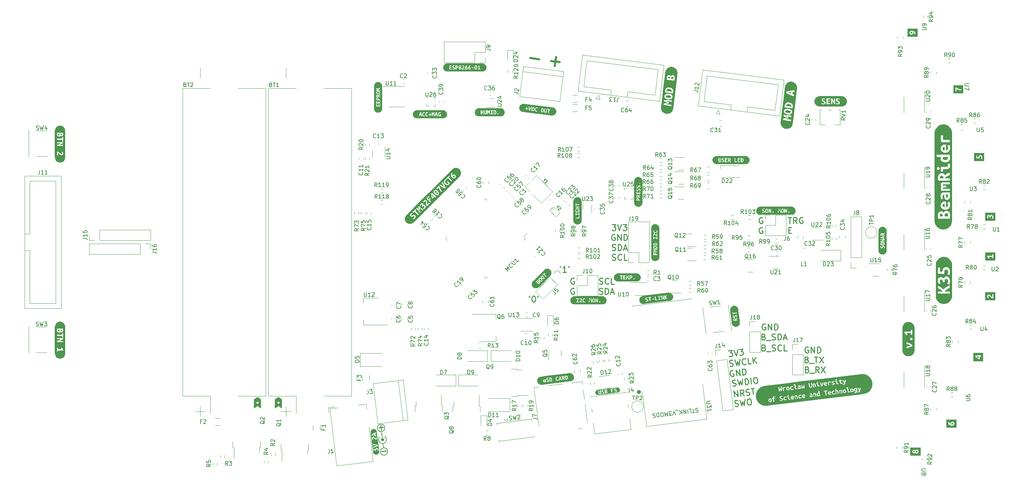
<source format=gbr>
%TF.GenerationSoftware,KiCad,Pcbnew,(6.0.2)*%
%TF.CreationDate,2022-08-16T13:23:33+02:00*%
%TF.ProjectId,BeamRider_MainBoard_v1,4265616d-5269-4646-9572-5f4d61696e42,rev?*%
%TF.SameCoordinates,Original*%
%TF.FileFunction,Legend,Top*%
%TF.FilePolarity,Positive*%
%FSLAX46Y46*%
G04 Gerber Fmt 4.6, Leading zero omitted, Abs format (unit mm)*
G04 Created by KiCad (PCBNEW (6.0.2)) date 2022-08-16 13:23:33*
%MOMM*%
%LPD*%
G01*
G04 APERTURE LIST*
%ADD10C,0.250000*%
%ADD11C,0.500000*%
%ADD12C,0.150000*%
%ADD13C,0.120000*%
%ADD14C,0.100000*%
%ADD15C,1.000000*%
G04 APERTURE END LIST*
D10*
X169278571Y-84457142D02*
X169492857Y-84528571D01*
X169850000Y-84528571D01*
X169992857Y-84457142D01*
X170064285Y-84385714D01*
X170135714Y-84242857D01*
X170135714Y-84100000D01*
X170064285Y-83957142D01*
X169992857Y-83885714D01*
X169850000Y-83814285D01*
X169564285Y-83742857D01*
X169421428Y-83671428D01*
X169350000Y-83600000D01*
X169278571Y-83457142D01*
X169278571Y-83314285D01*
X169350000Y-83171428D01*
X169421428Y-83100000D01*
X169564285Y-83028571D01*
X169921428Y-83028571D01*
X170135714Y-83100000D01*
X170778571Y-84528571D02*
X170778571Y-83028571D01*
X171135714Y-83028571D01*
X171350000Y-83100000D01*
X171492857Y-83242857D01*
X171564285Y-83385714D01*
X171635714Y-83671428D01*
X171635714Y-83885714D01*
X171564285Y-84171428D01*
X171492857Y-84314285D01*
X171350000Y-84457142D01*
X171135714Y-84528571D01*
X170778571Y-84528571D01*
X172207142Y-84100000D02*
X172921428Y-84100000D01*
X172064285Y-84528571D02*
X172564285Y-83028571D01*
X173064285Y-84528571D01*
X213421428Y-76278571D02*
X214278571Y-76278571D01*
X213850000Y-77778571D02*
X213850000Y-76278571D01*
X215635714Y-77778571D02*
X215135714Y-77064285D01*
X214778571Y-77778571D02*
X214778571Y-76278571D01*
X215350000Y-76278571D01*
X215492857Y-76350000D01*
X215564285Y-76421428D01*
X215635714Y-76564285D01*
X215635714Y-76778571D01*
X215564285Y-76921428D01*
X215492857Y-76992857D01*
X215350000Y-77064285D01*
X214778571Y-77064285D01*
X217064285Y-76350000D02*
X216921428Y-76278571D01*
X216707142Y-76278571D01*
X216492857Y-76350000D01*
X216350000Y-76492857D01*
X216278571Y-76635714D01*
X216207142Y-76921428D01*
X216207142Y-77135714D01*
X216278571Y-77421428D01*
X216350000Y-77564285D01*
X216492857Y-77707142D01*
X216707142Y-77778571D01*
X216850000Y-77778571D01*
X217064285Y-77707142D01*
X217135714Y-77635714D01*
X217135714Y-77135714D01*
X216850000Y-77135714D01*
X213528571Y-79492857D02*
X214028571Y-79492857D01*
X214242857Y-80278571D02*
X213528571Y-80278571D01*
X213528571Y-78778571D01*
X214242857Y-78778571D01*
X198406593Y-109761023D02*
X199328243Y-109647858D01*
X198901609Y-110275962D01*
X199114298Y-110249847D01*
X199264795Y-110303333D01*
X199344396Y-110365525D01*
X199432702Y-110498612D01*
X199476227Y-110853093D01*
X199422740Y-111003590D01*
X199360549Y-111083191D01*
X199227462Y-111171497D01*
X198802085Y-111223727D01*
X198651588Y-111170241D01*
X198571987Y-111108049D01*
X199753619Y-109595628D02*
X200432697Y-111023513D01*
X200746166Y-109473759D01*
X201100646Y-109430234D02*
X202022296Y-109317070D01*
X201595663Y-109945174D01*
X201808351Y-109919059D01*
X201958849Y-109972545D01*
X202038450Y-110034736D01*
X202126756Y-110167824D01*
X202170281Y-110522305D01*
X202116794Y-110672802D01*
X202054603Y-110752403D01*
X201921516Y-110840709D01*
X201496139Y-110892939D01*
X201345642Y-110839452D01*
X201266040Y-110777261D01*
D11*
X154923409Y-38260453D02*
X155201967Y-35991776D01*
X156197026Y-37265394D02*
X153928350Y-36986835D01*
D10*
X112631176Y-134916188D02*
X111496838Y-135055467D01*
X206992857Y-78850000D02*
X206850000Y-78778571D01*
X206635714Y-78778571D01*
X206421428Y-78850000D01*
X206278571Y-78992857D01*
X206207142Y-79135714D01*
X206135714Y-79421428D01*
X206135714Y-79635714D01*
X206207142Y-79921428D01*
X206278571Y-80064285D01*
X206421428Y-80207142D01*
X206635714Y-80278571D01*
X206778571Y-80278571D01*
X206992857Y-80207142D01*
X207064285Y-80135714D01*
X207064285Y-79635714D01*
X206778571Y-79635714D01*
X218171428Y-114492857D02*
X218385714Y-114564285D01*
X218457142Y-114635714D01*
X218528571Y-114778571D01*
X218528571Y-114992857D01*
X218457142Y-115135714D01*
X218385714Y-115207142D01*
X218242857Y-115278571D01*
X217671428Y-115278571D01*
X217671428Y-113778571D01*
X218171428Y-113778571D01*
X218314285Y-113850000D01*
X218385714Y-113921428D01*
X218457142Y-114064285D01*
X218457142Y-114207142D01*
X218385714Y-114350000D01*
X218314285Y-114421428D01*
X218171428Y-114492857D01*
X217671428Y-114492857D01*
X218814285Y-115421428D02*
X219957142Y-115421428D01*
X221171428Y-115278571D02*
X220671428Y-114564285D01*
X220314285Y-115278571D02*
X220314285Y-113778571D01*
X220885714Y-113778571D01*
X221028571Y-113850000D01*
X221100000Y-113921428D01*
X221171428Y-114064285D01*
X221171428Y-114278571D01*
X221100000Y-114421428D01*
X221028571Y-114492857D01*
X220885714Y-114564285D01*
X220314285Y-114564285D01*
X221671428Y-113778571D02*
X222671428Y-115278571D01*
X222671428Y-113778571D02*
X221671428Y-115278571D01*
X166028571Y-95457142D02*
X166242857Y-95528571D01*
X166600000Y-95528571D01*
X166742857Y-95457142D01*
X166814285Y-95385714D01*
X166885714Y-95242857D01*
X166885714Y-95100000D01*
X166814285Y-94957142D01*
X166742857Y-94885714D01*
X166600000Y-94814285D01*
X166314285Y-94742857D01*
X166171428Y-94671428D01*
X166100000Y-94600000D01*
X166028571Y-94457142D01*
X166028571Y-94314285D01*
X166100000Y-94171428D01*
X166171428Y-94100000D01*
X166314285Y-94028571D01*
X166671428Y-94028571D01*
X166885714Y-94100000D01*
X167528571Y-95528571D02*
X167528571Y-94028571D01*
X167885714Y-94028571D01*
X168100000Y-94100000D01*
X168242857Y-94242857D01*
X168314285Y-94385714D01*
X168385714Y-94671428D01*
X168385714Y-94885714D01*
X168314285Y-95171428D01*
X168242857Y-95314285D01*
X168100000Y-95457142D01*
X167885714Y-95528571D01*
X167528571Y-95528571D01*
X168957142Y-95100000D02*
X169671428Y-95100000D01*
X168814285Y-95528571D02*
X169314285Y-94028571D01*
X169814285Y-95528571D01*
X166064285Y-92957142D02*
X166278571Y-93028571D01*
X166635714Y-93028571D01*
X166778571Y-92957142D01*
X166850000Y-92885714D01*
X166921428Y-92742857D01*
X166921428Y-92600000D01*
X166850000Y-92457142D01*
X166778571Y-92385714D01*
X166635714Y-92314285D01*
X166350000Y-92242857D01*
X166207142Y-92171428D01*
X166135714Y-92100000D01*
X166064285Y-91957142D01*
X166064285Y-91814285D01*
X166135714Y-91671428D01*
X166207142Y-91600000D01*
X166350000Y-91528571D01*
X166707142Y-91528571D01*
X166921428Y-91600000D01*
X168421428Y-92885714D02*
X168350000Y-92957142D01*
X168135714Y-93028571D01*
X167992857Y-93028571D01*
X167778571Y-92957142D01*
X167635714Y-92814285D01*
X167564285Y-92671428D01*
X167492857Y-92385714D01*
X167492857Y-92171428D01*
X167564285Y-91885714D01*
X167635714Y-91742857D01*
X167778571Y-91600000D01*
X167992857Y-91528571D01*
X168135714Y-91528571D01*
X168350000Y-91600000D01*
X168421428Y-91671428D01*
X169778571Y-93028571D02*
X169064285Y-93028571D01*
X169064285Y-91528571D01*
X207314285Y-108992857D02*
X207528571Y-109064285D01*
X207600000Y-109135714D01*
X207671428Y-109278571D01*
X207671428Y-109492857D01*
X207600000Y-109635714D01*
X207528571Y-109707142D01*
X207385714Y-109778571D01*
X206814285Y-109778571D01*
X206814285Y-108278571D01*
X207314285Y-108278571D01*
X207457142Y-108350000D01*
X207528571Y-108421428D01*
X207600000Y-108564285D01*
X207600000Y-108707142D01*
X207528571Y-108850000D01*
X207457142Y-108921428D01*
X207314285Y-108992857D01*
X206814285Y-108992857D01*
X207957142Y-109921428D02*
X209100000Y-109921428D01*
X209385714Y-109707142D02*
X209600000Y-109778571D01*
X209957142Y-109778571D01*
X210100000Y-109707142D01*
X210171428Y-109635714D01*
X210242857Y-109492857D01*
X210242857Y-109350000D01*
X210171428Y-109207142D01*
X210100000Y-109135714D01*
X209957142Y-109064285D01*
X209671428Y-108992857D01*
X209528571Y-108921428D01*
X209457142Y-108850000D01*
X209385714Y-108707142D01*
X209385714Y-108564285D01*
X209457142Y-108421428D01*
X209528571Y-108350000D01*
X209671428Y-108278571D01*
X210028571Y-108278571D01*
X210242857Y-108350000D01*
X211742857Y-109635714D02*
X211671428Y-109707142D01*
X211457142Y-109778571D01*
X211314285Y-109778571D01*
X211100000Y-109707142D01*
X210957142Y-109564285D01*
X210885714Y-109421428D01*
X210814285Y-109135714D01*
X210814285Y-108921428D01*
X210885714Y-108635714D01*
X210957142Y-108492857D01*
X211100000Y-108350000D01*
X211314285Y-108278571D01*
X211457142Y-108278571D01*
X211671428Y-108350000D01*
X211742857Y-108421428D01*
X213100000Y-109778571D02*
X212385714Y-109778571D01*
X212385714Y-108278571D01*
X207278571Y-106242857D02*
X207492857Y-106314285D01*
X207564285Y-106385714D01*
X207635714Y-106528571D01*
X207635714Y-106742857D01*
X207564285Y-106885714D01*
X207492857Y-106957142D01*
X207350000Y-107028571D01*
X206778571Y-107028571D01*
X206778571Y-105528571D01*
X207278571Y-105528571D01*
X207421428Y-105600000D01*
X207492857Y-105671428D01*
X207564285Y-105814285D01*
X207564285Y-105957142D01*
X207492857Y-106100000D01*
X207421428Y-106171428D01*
X207278571Y-106242857D01*
X206778571Y-106242857D01*
X207921428Y-107171428D02*
X209064285Y-107171428D01*
X209350000Y-106957142D02*
X209564285Y-107028571D01*
X209921428Y-107028571D01*
X210064285Y-106957142D01*
X210135714Y-106885714D01*
X210207142Y-106742857D01*
X210207142Y-106600000D01*
X210135714Y-106457142D01*
X210064285Y-106385714D01*
X209921428Y-106314285D01*
X209635714Y-106242857D01*
X209492857Y-106171428D01*
X209421428Y-106100000D01*
X209350000Y-105957142D01*
X209350000Y-105814285D01*
X209421428Y-105671428D01*
X209492857Y-105600000D01*
X209635714Y-105528571D01*
X209992857Y-105528571D01*
X210207142Y-105600000D01*
X210850000Y-107028571D02*
X210850000Y-105528571D01*
X211207142Y-105528571D01*
X211421428Y-105600000D01*
X211564285Y-105742857D01*
X211635714Y-105885714D01*
X211707142Y-106171428D01*
X211707142Y-106385714D01*
X211635714Y-106671428D01*
X211564285Y-106814285D01*
X211421428Y-106957142D01*
X211207142Y-107028571D01*
X210850000Y-107028571D01*
X212278571Y-106600000D02*
X212992857Y-106600000D01*
X212135714Y-107028571D02*
X212635714Y-105528571D01*
X213135714Y-107028571D01*
X169314285Y-86957142D02*
X169528571Y-87028571D01*
X169885714Y-87028571D01*
X170028571Y-86957142D01*
X170100000Y-86885714D01*
X170171428Y-86742857D01*
X170171428Y-86600000D01*
X170100000Y-86457142D01*
X170028571Y-86385714D01*
X169885714Y-86314285D01*
X169600000Y-86242857D01*
X169457142Y-86171428D01*
X169385714Y-86100000D01*
X169314285Y-85957142D01*
X169314285Y-85814285D01*
X169385714Y-85671428D01*
X169457142Y-85600000D01*
X169600000Y-85528571D01*
X169957142Y-85528571D01*
X170171428Y-85600000D01*
X171671428Y-86885714D02*
X171600000Y-86957142D01*
X171385714Y-87028571D01*
X171242857Y-87028571D01*
X171028571Y-86957142D01*
X170885714Y-86814285D01*
X170814285Y-86671428D01*
X170742857Y-86385714D01*
X170742857Y-86171428D01*
X170814285Y-85885714D01*
X170885714Y-85742857D01*
X171028571Y-85600000D01*
X171242857Y-85528571D01*
X171385714Y-85528571D01*
X171600000Y-85600000D01*
X171671428Y-85671428D01*
X173028571Y-87028571D02*
X172314285Y-87028571D01*
X172314285Y-85528571D01*
X156350000Y-88528571D02*
X156207142Y-88814285D01*
X157778571Y-90028571D02*
X156921428Y-90028571D01*
X157350000Y-90028571D02*
X157350000Y-88528571D01*
X157207142Y-88742857D01*
X157064285Y-88885714D01*
X156921428Y-88957142D01*
X158492857Y-88528571D02*
X158350000Y-88814285D01*
X111899960Y-128960911D02*
X110765622Y-129100190D01*
X111263151Y-128463381D02*
X111402431Y-129597719D01*
X199624259Y-114744869D02*
X199473762Y-114691383D01*
X199261073Y-114717498D01*
X199057090Y-114814509D01*
X198932707Y-114973711D01*
X198879221Y-115124208D01*
X198843145Y-115416498D01*
X198869260Y-115629186D01*
X198974976Y-115904066D01*
X199063282Y-116037153D01*
X199222484Y-116161536D01*
X199443877Y-116206317D01*
X199585670Y-116188907D01*
X199789653Y-116091896D01*
X199851844Y-116012295D01*
X199790910Y-115516022D01*
X199507325Y-115550842D01*
X200507320Y-116075743D02*
X200324516Y-114586923D01*
X201358073Y-115971283D01*
X201175269Y-114482464D01*
X202067035Y-115884234D02*
X201884231Y-114395414D01*
X202238712Y-114351890D01*
X202460105Y-114396671D01*
X202619307Y-114521053D01*
X202707613Y-114654141D01*
X202813329Y-114929020D01*
X202839444Y-115141709D01*
X202803368Y-115433998D01*
X202749882Y-115584496D01*
X202625499Y-115743698D01*
X202421516Y-115840709D01*
X202067035Y-115884234D01*
X207707142Y-103100000D02*
X207564285Y-103028571D01*
X207350000Y-103028571D01*
X207135714Y-103100000D01*
X206992857Y-103242857D01*
X206921428Y-103385714D01*
X206850000Y-103671428D01*
X206850000Y-103885714D01*
X206921428Y-104171428D01*
X206992857Y-104314285D01*
X207135714Y-104457142D01*
X207350000Y-104528571D01*
X207492857Y-104528571D01*
X207707142Y-104457142D01*
X207778571Y-104385714D01*
X207778571Y-103885714D01*
X207492857Y-103885714D01*
X208421428Y-104528571D02*
X208421428Y-103028571D01*
X209278571Y-104528571D01*
X209278571Y-103028571D01*
X209992857Y-104528571D02*
X209992857Y-103028571D01*
X210350000Y-103028571D01*
X210564285Y-103100000D01*
X210707142Y-103242857D01*
X210778571Y-103385714D01*
X210850000Y-103671428D01*
X210850000Y-103885714D01*
X210778571Y-104171428D01*
X210707142Y-104314285D01*
X210564285Y-104457142D01*
X210350000Y-104528571D01*
X209992857Y-104528571D01*
X169242857Y-78028571D02*
X170171428Y-78028571D01*
X169671428Y-78600000D01*
X169885714Y-78600000D01*
X170028571Y-78671428D01*
X170100000Y-78742857D01*
X170171428Y-78885714D01*
X170171428Y-79242857D01*
X170100000Y-79385714D01*
X170028571Y-79457142D01*
X169885714Y-79528571D01*
X169457142Y-79528571D01*
X169314285Y-79457142D01*
X169242857Y-79385714D01*
X170600000Y-78028571D02*
X171100000Y-79528571D01*
X171600000Y-78028571D01*
X171957142Y-78028571D02*
X172885714Y-78028571D01*
X172385714Y-78600000D01*
X172600000Y-78600000D01*
X172742857Y-78671428D01*
X172814285Y-78742857D01*
X172885714Y-78885714D01*
X172885714Y-79242857D01*
X172814285Y-79385714D01*
X172742857Y-79457142D01*
X172600000Y-79528571D01*
X172171428Y-79528571D01*
X172028571Y-79457142D01*
X171957142Y-79385714D01*
X199519113Y-118589987D02*
X199740506Y-118634769D01*
X200094987Y-118591244D01*
X200228074Y-118502938D01*
X200290265Y-118423337D01*
X200343752Y-118272839D01*
X200326342Y-118131047D01*
X200238036Y-117997960D01*
X200158435Y-117935768D01*
X200007937Y-117882282D01*
X199715648Y-117846206D01*
X199565151Y-117792720D01*
X199485549Y-117730528D01*
X199397243Y-117597441D01*
X199379834Y-117455649D01*
X199433320Y-117305151D01*
X199495511Y-117225550D01*
X199628598Y-117137244D01*
X199983079Y-117093720D01*
X200204472Y-117138501D01*
X200692041Y-117006670D02*
X201229325Y-118451964D01*
X201382336Y-117353702D01*
X201796495Y-118382325D01*
X201968171Y-116849981D01*
X202718145Y-118269160D02*
X202535341Y-116780341D01*
X202889821Y-116736816D01*
X203111215Y-116781598D01*
X203270417Y-116905980D01*
X203358723Y-117039068D01*
X203464439Y-117313947D01*
X203490554Y-117526636D01*
X203454478Y-117818925D01*
X203400991Y-117969422D01*
X203276609Y-118128625D01*
X203072625Y-118225636D01*
X202718145Y-118269160D01*
X204206964Y-118086356D02*
X204024160Y-116597537D01*
X205016706Y-116475668D02*
X205300291Y-116440848D01*
X205450788Y-116494334D01*
X205609990Y-116618717D01*
X205715706Y-116893596D01*
X205776641Y-117389869D01*
X205740564Y-117682159D01*
X205616182Y-117841361D01*
X205483095Y-117929667D01*
X205199510Y-117964487D01*
X205049013Y-117911001D01*
X204889811Y-117786618D01*
X204784095Y-117511739D01*
X204723160Y-117015466D01*
X204759236Y-116723176D01*
X204883619Y-116563974D01*
X205016706Y-116475668D01*
D11*
X151010453Y-36526590D02*
X148741776Y-36248032D01*
D10*
X199986779Y-121323834D02*
X199803975Y-119835015D01*
X200837533Y-121219374D01*
X200654729Y-119730555D01*
X202397248Y-121027865D02*
X201813926Y-120379839D01*
X201546495Y-121132325D02*
X201363691Y-119643506D01*
X201930860Y-119573866D01*
X202081357Y-119627352D01*
X202160958Y-119689543D01*
X202249264Y-119822631D01*
X202275379Y-120035319D01*
X202221893Y-120185817D01*
X202159702Y-120265418D01*
X202026614Y-120353724D01*
X201459445Y-120423363D01*
X202955713Y-120887330D02*
X203177106Y-120932111D01*
X203531587Y-120888586D01*
X203664674Y-120800280D01*
X203726865Y-120720679D01*
X203780352Y-120570182D01*
X203762942Y-120428389D01*
X203674636Y-120295302D01*
X203595035Y-120233111D01*
X203444537Y-120179625D01*
X203152248Y-120143548D01*
X203001751Y-120090062D01*
X202922149Y-120027871D01*
X202833843Y-119894784D01*
X202816434Y-119752991D01*
X202869920Y-119602494D01*
X202932111Y-119522893D01*
X203065198Y-119434587D01*
X203419679Y-119391062D01*
X203641072Y-119435843D01*
X204057744Y-119312717D02*
X204908498Y-119208258D01*
X204665925Y-120749307D02*
X204483121Y-119260488D01*
X206992857Y-76350000D02*
X206850000Y-76278571D01*
X206635714Y-76278571D01*
X206421428Y-76350000D01*
X206278571Y-76492857D01*
X206207142Y-76635714D01*
X206135714Y-76921428D01*
X206135714Y-77135714D01*
X206207142Y-77421428D01*
X206278571Y-77564285D01*
X206421428Y-77707142D01*
X206635714Y-77778571D01*
X206778571Y-77778571D01*
X206992857Y-77707142D01*
X207064285Y-77635714D01*
X207064285Y-77135714D01*
X206778571Y-77135714D01*
X169957142Y-80600000D02*
X169814285Y-80528571D01*
X169600000Y-80528571D01*
X169385714Y-80600000D01*
X169242857Y-80742857D01*
X169171428Y-80885714D01*
X169100000Y-81171428D01*
X169100000Y-81385714D01*
X169171428Y-81671428D01*
X169242857Y-81814285D01*
X169385714Y-81957142D01*
X169600000Y-82028571D01*
X169742857Y-82028571D01*
X169957142Y-81957142D01*
X170028571Y-81885714D01*
X170028571Y-81385714D01*
X169742857Y-81385714D01*
X170671428Y-82028571D02*
X170671428Y-80528571D01*
X171528571Y-82028571D01*
X171528571Y-80528571D01*
X172242857Y-82028571D02*
X172242857Y-80528571D01*
X172600000Y-80528571D01*
X172814285Y-80600000D01*
X172957142Y-80742857D01*
X173028571Y-80885714D01*
X173100000Y-81171428D01*
X173100000Y-81385714D01*
X173028571Y-81671428D01*
X172957142Y-81814285D01*
X172814285Y-81957142D01*
X172600000Y-82028571D01*
X172242857Y-82028571D01*
X218457142Y-108850000D02*
X218314285Y-108778571D01*
X218100000Y-108778571D01*
X217885714Y-108850000D01*
X217742857Y-108992857D01*
X217671428Y-109135714D01*
X217600000Y-109421428D01*
X217600000Y-109635714D01*
X217671428Y-109921428D01*
X217742857Y-110064285D01*
X217885714Y-110207142D01*
X218100000Y-110278571D01*
X218242857Y-110278571D01*
X218457142Y-110207142D01*
X218528571Y-110135714D01*
X218528571Y-109635714D01*
X218242857Y-109635714D01*
X219171428Y-110278571D02*
X219171428Y-108778571D01*
X220028571Y-110278571D01*
X220028571Y-108778571D01*
X220742857Y-110278571D02*
X220742857Y-108778571D01*
X221100000Y-108778571D01*
X221314285Y-108850000D01*
X221457142Y-108992857D01*
X221528571Y-109135714D01*
X221600000Y-109421428D01*
X221600000Y-109635714D01*
X221528571Y-109921428D01*
X221457142Y-110064285D01*
X221314285Y-110207142D01*
X221100000Y-110278571D01*
X220742857Y-110278571D01*
X159742857Y-91600000D02*
X159600000Y-91528571D01*
X159385714Y-91528571D01*
X159171428Y-91600000D01*
X159028571Y-91742857D01*
X158957142Y-91885714D01*
X158885714Y-92171428D01*
X158885714Y-92385714D01*
X158957142Y-92671428D01*
X159028571Y-92814285D01*
X159171428Y-92957142D01*
X159385714Y-93028571D01*
X159528571Y-93028571D01*
X159742857Y-92957142D01*
X159814285Y-92885714D01*
X159814285Y-92385714D01*
X159528571Y-92385714D01*
X198806424Y-113616102D02*
X199027818Y-113660883D01*
X199382298Y-113617359D01*
X199515386Y-113529053D01*
X199577577Y-113449451D01*
X199631063Y-113298954D01*
X199613653Y-113157162D01*
X199525347Y-113024075D01*
X199445746Y-112961883D01*
X199295249Y-112908397D01*
X199002959Y-112872321D01*
X198852462Y-112818834D01*
X198772861Y-112756643D01*
X198684555Y-112623556D01*
X198667145Y-112481764D01*
X198720631Y-112331266D01*
X198782822Y-112251665D01*
X198915910Y-112163359D01*
X199270391Y-112119834D01*
X199491784Y-112164616D01*
X199979352Y-112032785D02*
X200516637Y-113478079D01*
X200669647Y-112379817D01*
X201083806Y-113408440D01*
X201255483Y-111876096D01*
X202838800Y-113049024D02*
X202776609Y-113128625D01*
X202572625Y-113225636D01*
X202430833Y-113243046D01*
X202209440Y-113198264D01*
X202050237Y-113073882D01*
X201961931Y-112940795D01*
X201856215Y-112665915D01*
X201830101Y-112453226D01*
X201866177Y-112160937D01*
X201919663Y-112010440D01*
X202044046Y-111851237D01*
X202248029Y-111754226D01*
X202389821Y-111736816D01*
X202611215Y-111781598D01*
X202690816Y-111843789D01*
X204203237Y-113025422D02*
X203494275Y-113112471D01*
X203311471Y-111623652D01*
X204699510Y-112964487D02*
X204516706Y-111475668D01*
X205550264Y-112860028D02*
X204807739Y-112087618D01*
X205367460Y-111371208D02*
X204621165Y-112326422D01*
X148600000Y-96028571D02*
X148457142Y-96314285D01*
X149528571Y-96028571D02*
X149671428Y-96028571D01*
X149814285Y-96100000D01*
X149885714Y-96171428D01*
X149957142Y-96314285D01*
X150028571Y-96600000D01*
X150028571Y-96957142D01*
X149957142Y-97242857D01*
X149885714Y-97385714D01*
X149814285Y-97457142D01*
X149671428Y-97528571D01*
X149528571Y-97528571D01*
X149385714Y-97457142D01*
X149314285Y-97385714D01*
X149242857Y-97242857D01*
X149171428Y-96957142D01*
X149171428Y-96600000D01*
X149242857Y-96314285D01*
X149314285Y-96171428D01*
X149385714Y-96100000D01*
X149528571Y-96028571D01*
X150742857Y-96028571D02*
X150600000Y-96314285D01*
X200118003Y-123705060D02*
X200339397Y-123749842D01*
X200693877Y-123706317D01*
X200826965Y-123618011D01*
X200889156Y-123538410D01*
X200942642Y-123387913D01*
X200925232Y-123246120D01*
X200836926Y-123113033D01*
X200757325Y-123050842D01*
X200606828Y-122997355D01*
X200314538Y-122961279D01*
X200164041Y-122907793D01*
X200084440Y-122845602D01*
X199996134Y-122712514D01*
X199978724Y-122570722D01*
X200032210Y-122420225D01*
X200094401Y-122340624D01*
X200227489Y-122252318D01*
X200581969Y-122208793D01*
X200803363Y-122253574D01*
X201290931Y-122121743D02*
X201828216Y-123567038D01*
X201981226Y-122468776D01*
X202395385Y-123497398D01*
X202567062Y-121965054D01*
X203417816Y-121860595D02*
X203701400Y-121825775D01*
X203851897Y-121879261D01*
X204011100Y-122003644D01*
X204116816Y-122278523D01*
X204177750Y-122774796D01*
X204141674Y-123067086D01*
X204017292Y-123226288D01*
X203884204Y-123314594D01*
X203600620Y-123349414D01*
X203450122Y-123295928D01*
X203290920Y-123171545D01*
X203185204Y-122896666D01*
X203124270Y-122400393D01*
X203160346Y-122108103D01*
X203284728Y-121948901D01*
X203417816Y-121860595D01*
X159742857Y-94100000D02*
X159600000Y-94028571D01*
X159385714Y-94028571D01*
X159171428Y-94100000D01*
X159028571Y-94242857D01*
X158957142Y-94385714D01*
X158885714Y-94671428D01*
X158885714Y-94885714D01*
X158957142Y-95171428D01*
X159028571Y-95314285D01*
X159171428Y-95457142D01*
X159385714Y-95528571D01*
X159528571Y-95528571D01*
X159742857Y-95457142D01*
X159814285Y-95385714D01*
X159814285Y-94885714D01*
X159528571Y-94885714D01*
X218100000Y-111992857D02*
X218314285Y-112064285D01*
X218385714Y-112135714D01*
X218457142Y-112278571D01*
X218457142Y-112492857D01*
X218385714Y-112635714D01*
X218314285Y-112707142D01*
X218171428Y-112778571D01*
X217600000Y-112778571D01*
X217600000Y-111278571D01*
X218100000Y-111278571D01*
X218242857Y-111350000D01*
X218314285Y-111421428D01*
X218385714Y-111564285D01*
X218385714Y-111707142D01*
X218314285Y-111850000D01*
X218242857Y-111921428D01*
X218100000Y-111992857D01*
X217600000Y-111992857D01*
X218742857Y-112921428D02*
X219885714Y-112921428D01*
X220028571Y-111278571D02*
X220885714Y-111278571D01*
X220457142Y-112778571D02*
X220457142Y-111278571D01*
X221242857Y-111278571D02*
X222242857Y-112778571D01*
X222242857Y-111278571D02*
X221242857Y-112778571D01*
D12*
%TO.C,U4*%
X261738095Y-103752380D02*
X261738095Y-104561904D01*
X261785714Y-104657142D01*
X261833333Y-104704761D01*
X261928571Y-104752380D01*
X262119047Y-104752380D01*
X262214285Y-104704761D01*
X262261904Y-104657142D01*
X262309523Y-104561904D01*
X262309523Y-103752380D01*
X263214285Y-104085714D02*
X263214285Y-104752380D01*
X262976190Y-103704761D02*
X262738095Y-104419047D01*
X263357142Y-104419047D01*
%TO.C,R90*%
X253257142Y-35922380D02*
X252923809Y-35446190D01*
X252685714Y-35922380D02*
X252685714Y-34922380D01*
X253066666Y-34922380D01*
X253161904Y-34970000D01*
X253209523Y-35017619D01*
X253257142Y-35112857D01*
X253257142Y-35255714D01*
X253209523Y-35350952D01*
X253161904Y-35398571D01*
X253066666Y-35446190D01*
X252685714Y-35446190D01*
X253733333Y-35922380D02*
X253923809Y-35922380D01*
X254019047Y-35874761D01*
X254066666Y-35827142D01*
X254161904Y-35684285D01*
X254209523Y-35493809D01*
X254209523Y-35112857D01*
X254161904Y-35017619D01*
X254114285Y-34970000D01*
X254019047Y-34922380D01*
X253828571Y-34922380D01*
X253733333Y-34970000D01*
X253685714Y-35017619D01*
X253638095Y-35112857D01*
X253638095Y-35350952D01*
X253685714Y-35446190D01*
X253733333Y-35493809D01*
X253828571Y-35541428D01*
X254019047Y-35541428D01*
X254114285Y-35493809D01*
X254161904Y-35446190D01*
X254209523Y-35350952D01*
X254828571Y-34922380D02*
X254923809Y-34922380D01*
X255019047Y-34970000D01*
X255066666Y-35017619D01*
X255114285Y-35112857D01*
X255161904Y-35303333D01*
X255161904Y-35541428D01*
X255114285Y-35731904D01*
X255066666Y-35827142D01*
X255019047Y-35874761D01*
X254923809Y-35922380D01*
X254828571Y-35922380D01*
X254733333Y-35874761D01*
X254685714Y-35827142D01*
X254638095Y-35731904D01*
X254590476Y-35541428D01*
X254590476Y-35303333D01*
X254638095Y-35112857D01*
X254685714Y-35017619D01*
X254733333Y-34970000D01*
X254828571Y-34922380D01*
%TO.C,C57*%
X145697969Y-69207106D02*
X145697969Y-69274450D01*
X145630625Y-69409137D01*
X145563282Y-69476480D01*
X145428595Y-69543824D01*
X145293908Y-69543824D01*
X145192893Y-69510152D01*
X145024534Y-69409137D01*
X144923519Y-69308122D01*
X144822503Y-69139763D01*
X144788832Y-69038748D01*
X144788832Y-68904061D01*
X144856175Y-68769374D01*
X144923519Y-68702030D01*
X145058206Y-68634687D01*
X145125549Y-68634687D01*
X145697969Y-67927580D02*
X145361251Y-68264297D01*
X145664297Y-68634687D01*
X145664297Y-68567343D01*
X145697969Y-68466328D01*
X145866328Y-68297969D01*
X145967343Y-68264297D01*
X146034687Y-68264297D01*
X146135702Y-68297969D01*
X146304061Y-68466328D01*
X146337732Y-68567343D01*
X146337732Y-68634687D01*
X146304061Y-68735702D01*
X146135702Y-68904061D01*
X146034687Y-68937732D01*
X145967343Y-68937732D01*
X145967343Y-67658206D02*
X146438748Y-67186801D01*
X146842809Y-68196954D01*
%TO.C,R20*%
X106812380Y-58600357D02*
X106336190Y-58933690D01*
X106812380Y-59171785D02*
X105812380Y-59171785D01*
X105812380Y-58790833D01*
X105860000Y-58695595D01*
X105907619Y-58647976D01*
X106002857Y-58600357D01*
X106145714Y-58600357D01*
X106240952Y-58647976D01*
X106288571Y-58695595D01*
X106336190Y-58790833D01*
X106336190Y-59171785D01*
X105907619Y-58219404D02*
X105860000Y-58171785D01*
X105812380Y-58076547D01*
X105812380Y-57838452D01*
X105860000Y-57743214D01*
X105907619Y-57695595D01*
X106002857Y-57647976D01*
X106098095Y-57647976D01*
X106240952Y-57695595D01*
X106812380Y-58267023D01*
X106812380Y-57647976D01*
X105812380Y-57028928D02*
X105812380Y-56933690D01*
X105860000Y-56838452D01*
X105907619Y-56790833D01*
X106002857Y-56743214D01*
X106193333Y-56695595D01*
X106431428Y-56695595D01*
X106621904Y-56743214D01*
X106717142Y-56790833D01*
X106764761Y-56838452D01*
X106812380Y-56933690D01*
X106812380Y-57028928D01*
X106764761Y-57124166D01*
X106717142Y-57171785D01*
X106621904Y-57219404D01*
X106431428Y-57267023D01*
X106193333Y-57267023D01*
X106002857Y-57219404D01*
X105907619Y-57171785D01*
X105860000Y-57124166D01*
X105812380Y-57028928D01*
%TO.C,D5*%
X105852380Y-112638095D02*
X104852380Y-112638095D01*
X104852380Y-112400000D01*
X104900000Y-112257142D01*
X104995238Y-112161904D01*
X105090476Y-112114285D01*
X105280952Y-112066666D01*
X105423809Y-112066666D01*
X105614285Y-112114285D01*
X105709523Y-112161904D01*
X105804761Y-112257142D01*
X105852380Y-112400000D01*
X105852380Y-112638095D01*
X104852380Y-111161904D02*
X104852380Y-111638095D01*
X105328571Y-111685714D01*
X105280952Y-111638095D01*
X105233333Y-111542857D01*
X105233333Y-111304761D01*
X105280952Y-111209523D01*
X105328571Y-111161904D01*
X105423809Y-111114285D01*
X105661904Y-111114285D01*
X105757142Y-111161904D01*
X105804761Y-111209523D01*
X105852380Y-111304761D01*
X105852380Y-111542857D01*
X105804761Y-111638095D01*
X105757142Y-111685714D01*
%TO.C,C34*%
X227457142Y-78742857D02*
X227504761Y-78790476D01*
X227552380Y-78933333D01*
X227552380Y-79028571D01*
X227504761Y-79171428D01*
X227409523Y-79266666D01*
X227314285Y-79314285D01*
X227123809Y-79361904D01*
X226980952Y-79361904D01*
X226790476Y-79314285D01*
X226695238Y-79266666D01*
X226600000Y-79171428D01*
X226552380Y-79028571D01*
X226552380Y-78933333D01*
X226600000Y-78790476D01*
X226647619Y-78742857D01*
X226552380Y-78409523D02*
X226552380Y-77790476D01*
X226933333Y-78123809D01*
X226933333Y-77980952D01*
X226980952Y-77885714D01*
X227028571Y-77838095D01*
X227123809Y-77790476D01*
X227361904Y-77790476D01*
X227457142Y-77838095D01*
X227504761Y-77885714D01*
X227552380Y-77980952D01*
X227552380Y-78266666D01*
X227504761Y-78361904D01*
X227457142Y-78409523D01*
X226885714Y-76933333D02*
X227552380Y-76933333D01*
X226504761Y-77171428D02*
X227219047Y-77409523D01*
X227219047Y-76790476D01*
%TO.C,R96*%
X202857142Y-83422380D02*
X202523809Y-82946190D01*
X202285714Y-83422380D02*
X202285714Y-82422380D01*
X202666666Y-82422380D01*
X202761904Y-82470000D01*
X202809523Y-82517619D01*
X202857142Y-82612857D01*
X202857142Y-82755714D01*
X202809523Y-82850952D01*
X202761904Y-82898571D01*
X202666666Y-82946190D01*
X202285714Y-82946190D01*
X203333333Y-83422380D02*
X203523809Y-83422380D01*
X203619047Y-83374761D01*
X203666666Y-83327142D01*
X203761904Y-83184285D01*
X203809523Y-82993809D01*
X203809523Y-82612857D01*
X203761904Y-82517619D01*
X203714285Y-82470000D01*
X203619047Y-82422380D01*
X203428571Y-82422380D01*
X203333333Y-82470000D01*
X203285714Y-82517619D01*
X203238095Y-82612857D01*
X203238095Y-82850952D01*
X203285714Y-82946190D01*
X203333333Y-82993809D01*
X203428571Y-83041428D01*
X203619047Y-83041428D01*
X203714285Y-82993809D01*
X203761904Y-82946190D01*
X203809523Y-82850952D01*
X204666666Y-82422380D02*
X204476190Y-82422380D01*
X204380952Y-82470000D01*
X204333333Y-82517619D01*
X204238095Y-82660476D01*
X204190476Y-82850952D01*
X204190476Y-83231904D01*
X204238095Y-83327142D01*
X204285714Y-83374761D01*
X204380952Y-83422380D01*
X204571428Y-83422380D01*
X204666666Y-83374761D01*
X204714285Y-83327142D01*
X204761904Y-83231904D01*
X204761904Y-82993809D01*
X204714285Y-82898571D01*
X204666666Y-82850952D01*
X204571428Y-82803333D01*
X204380952Y-82803333D01*
X204285714Y-82850952D01*
X204238095Y-82898571D01*
X204190476Y-82993809D01*
%TO.C,U5*%
X260838095Y-53752380D02*
X260838095Y-54561904D01*
X260885714Y-54657142D01*
X260933333Y-54704761D01*
X261028571Y-54752380D01*
X261219047Y-54752380D01*
X261314285Y-54704761D01*
X261361904Y-54657142D01*
X261409523Y-54561904D01*
X261409523Y-53752380D01*
X262361904Y-53752380D02*
X261885714Y-53752380D01*
X261838095Y-54228571D01*
X261885714Y-54180952D01*
X261980952Y-54133333D01*
X262219047Y-54133333D01*
X262314285Y-54180952D01*
X262361904Y-54228571D01*
X262409523Y-54323809D01*
X262409523Y-54561904D01*
X262361904Y-54657142D01*
X262314285Y-54704761D01*
X262219047Y-54752380D01*
X261980952Y-54752380D01*
X261885714Y-54704761D01*
X261838095Y-54657142D01*
%TO.C,R120*%
X145642380Y-40726547D02*
X145166190Y-41059880D01*
X145642380Y-41297976D02*
X144642380Y-41297976D01*
X144642380Y-40917023D01*
X144690000Y-40821785D01*
X144737619Y-40774166D01*
X144832857Y-40726547D01*
X144975714Y-40726547D01*
X145070952Y-40774166D01*
X145118571Y-40821785D01*
X145166190Y-40917023D01*
X145166190Y-41297976D01*
X145642380Y-39774166D02*
X145642380Y-40345595D01*
X145642380Y-40059880D02*
X144642380Y-40059880D01*
X144785238Y-40155119D01*
X144880476Y-40250357D01*
X144928095Y-40345595D01*
X144737619Y-39393214D02*
X144690000Y-39345595D01*
X144642380Y-39250357D01*
X144642380Y-39012261D01*
X144690000Y-38917023D01*
X144737619Y-38869404D01*
X144832857Y-38821785D01*
X144928095Y-38821785D01*
X145070952Y-38869404D01*
X145642380Y-39440833D01*
X145642380Y-38821785D01*
X144642380Y-38202738D02*
X144642380Y-38107500D01*
X144690000Y-38012261D01*
X144737619Y-37964642D01*
X144832857Y-37917023D01*
X145023333Y-37869404D01*
X145261428Y-37869404D01*
X145451904Y-37917023D01*
X145547142Y-37964642D01*
X145594761Y-38012261D01*
X145642380Y-38107500D01*
X145642380Y-38202738D01*
X145594761Y-38297976D01*
X145547142Y-38345595D01*
X145451904Y-38393214D01*
X145261428Y-38440833D01*
X145023333Y-38440833D01*
X144832857Y-38393214D01*
X144737619Y-38345595D01*
X144690000Y-38297976D01*
X144642380Y-38202738D01*
%TO.C,D9*%
X133061904Y-115652380D02*
X133061904Y-114652380D01*
X133300000Y-114652380D01*
X133442857Y-114700000D01*
X133538095Y-114795238D01*
X133585714Y-114890476D01*
X133633333Y-115080952D01*
X133633333Y-115223809D01*
X133585714Y-115414285D01*
X133538095Y-115509523D01*
X133442857Y-115604761D01*
X133300000Y-115652380D01*
X133061904Y-115652380D01*
X134109523Y-115652380D02*
X134300000Y-115652380D01*
X134395238Y-115604761D01*
X134442857Y-115557142D01*
X134538095Y-115414285D01*
X134585714Y-115223809D01*
X134585714Y-114842857D01*
X134538095Y-114747619D01*
X134490476Y-114700000D01*
X134395238Y-114652380D01*
X134204761Y-114652380D01*
X134109523Y-114700000D01*
X134061904Y-114747619D01*
X134014285Y-114842857D01*
X134014285Y-115080952D01*
X134061904Y-115176190D01*
X134109523Y-115223809D01*
X134204761Y-115271428D01*
X134395238Y-115271428D01*
X134490476Y-115223809D01*
X134538095Y-115176190D01*
X134585714Y-115080952D01*
%TO.C,C64*%
X172207142Y-49707142D02*
X172159523Y-49754761D01*
X172016666Y-49802380D01*
X171921428Y-49802380D01*
X171778571Y-49754761D01*
X171683333Y-49659523D01*
X171635714Y-49564285D01*
X171588095Y-49373809D01*
X171588095Y-49230952D01*
X171635714Y-49040476D01*
X171683333Y-48945238D01*
X171778571Y-48850000D01*
X171921428Y-48802380D01*
X172016666Y-48802380D01*
X172159523Y-48850000D01*
X172207142Y-48897619D01*
X173064285Y-48802380D02*
X172873809Y-48802380D01*
X172778571Y-48850000D01*
X172730952Y-48897619D01*
X172635714Y-49040476D01*
X172588095Y-49230952D01*
X172588095Y-49611904D01*
X172635714Y-49707142D01*
X172683333Y-49754761D01*
X172778571Y-49802380D01*
X172969047Y-49802380D01*
X173064285Y-49754761D01*
X173111904Y-49707142D01*
X173159523Y-49611904D01*
X173159523Y-49373809D01*
X173111904Y-49278571D01*
X173064285Y-49230952D01*
X172969047Y-49183333D01*
X172778571Y-49183333D01*
X172683333Y-49230952D01*
X172635714Y-49278571D01*
X172588095Y-49373809D01*
X174016666Y-49135714D02*
X174016666Y-49802380D01*
X173778571Y-48754761D02*
X173540476Y-49469047D01*
X174159523Y-49469047D01*
%TO.C,R1*%
X180383333Y-90552380D02*
X180050000Y-90076190D01*
X179811904Y-90552380D02*
X179811904Y-89552380D01*
X180192857Y-89552380D01*
X180288095Y-89600000D01*
X180335714Y-89647619D01*
X180383333Y-89742857D01*
X180383333Y-89885714D01*
X180335714Y-89980952D01*
X180288095Y-90028571D01*
X180192857Y-90076190D01*
X179811904Y-90076190D01*
X181335714Y-90552380D02*
X180764285Y-90552380D01*
X181050000Y-90552380D02*
X181050000Y-89552380D01*
X180954761Y-89695238D01*
X180859523Y-89790476D01*
X180764285Y-89838095D01*
%TO.C,C32*%
X218207142Y-83207142D02*
X218159523Y-83254761D01*
X218016666Y-83302380D01*
X217921428Y-83302380D01*
X217778571Y-83254761D01*
X217683333Y-83159523D01*
X217635714Y-83064285D01*
X217588095Y-82873809D01*
X217588095Y-82730952D01*
X217635714Y-82540476D01*
X217683333Y-82445238D01*
X217778571Y-82350000D01*
X217921428Y-82302380D01*
X218016666Y-82302380D01*
X218159523Y-82350000D01*
X218207142Y-82397619D01*
X218540476Y-82302380D02*
X219159523Y-82302380D01*
X218826190Y-82683333D01*
X218969047Y-82683333D01*
X219064285Y-82730952D01*
X219111904Y-82778571D01*
X219159523Y-82873809D01*
X219159523Y-83111904D01*
X219111904Y-83207142D01*
X219064285Y-83254761D01*
X218969047Y-83302380D01*
X218683333Y-83302380D01*
X218588095Y-83254761D01*
X218540476Y-83207142D01*
X219540476Y-82397619D02*
X219588095Y-82350000D01*
X219683333Y-82302380D01*
X219921428Y-82302380D01*
X220016666Y-82350000D01*
X220064285Y-82397619D01*
X220111904Y-82492857D01*
X220111904Y-82588095D01*
X220064285Y-82730952D01*
X219492857Y-83302380D01*
X220111904Y-83302380D01*
%TO.C,Q11*%
X185878571Y-84897619D02*
X185783333Y-84850000D01*
X185688095Y-84754761D01*
X185545238Y-84611904D01*
X185450000Y-84564285D01*
X185354761Y-84564285D01*
X185402380Y-84802380D02*
X185307142Y-84754761D01*
X185211904Y-84659523D01*
X185164285Y-84469047D01*
X185164285Y-84135714D01*
X185211904Y-83945238D01*
X185307142Y-83850000D01*
X185402380Y-83802380D01*
X185592857Y-83802380D01*
X185688095Y-83850000D01*
X185783333Y-83945238D01*
X185830952Y-84135714D01*
X185830952Y-84469047D01*
X185783333Y-84659523D01*
X185688095Y-84754761D01*
X185592857Y-84802380D01*
X185402380Y-84802380D01*
X186783333Y-84802380D02*
X186211904Y-84802380D01*
X186497619Y-84802380D02*
X186497619Y-83802380D01*
X186402380Y-83945238D01*
X186307142Y-84040476D01*
X186211904Y-84088095D01*
X187735714Y-84802380D02*
X187164285Y-84802380D01*
X187450000Y-84802380D02*
X187450000Y-83802380D01*
X187354761Y-83945238D01*
X187259523Y-84040476D01*
X187164285Y-84088095D01*
%TO.C,D8*%
X131502380Y-111838095D02*
X130502380Y-111838095D01*
X130502380Y-111600000D01*
X130550000Y-111457142D01*
X130645238Y-111361904D01*
X130740476Y-111314285D01*
X130930952Y-111266666D01*
X131073809Y-111266666D01*
X131264285Y-111314285D01*
X131359523Y-111361904D01*
X131454761Y-111457142D01*
X131502380Y-111600000D01*
X131502380Y-111838095D01*
X130930952Y-110695238D02*
X130883333Y-110790476D01*
X130835714Y-110838095D01*
X130740476Y-110885714D01*
X130692857Y-110885714D01*
X130597619Y-110838095D01*
X130550000Y-110790476D01*
X130502380Y-110695238D01*
X130502380Y-110504761D01*
X130550000Y-110409523D01*
X130597619Y-110361904D01*
X130692857Y-110314285D01*
X130740476Y-110314285D01*
X130835714Y-110361904D01*
X130883333Y-110409523D01*
X130930952Y-110504761D01*
X130930952Y-110695238D01*
X130978571Y-110790476D01*
X131026190Y-110838095D01*
X131121428Y-110885714D01*
X131311904Y-110885714D01*
X131407142Y-110838095D01*
X131454761Y-110790476D01*
X131502380Y-110695238D01*
X131502380Y-110504761D01*
X131454761Y-110409523D01*
X131407142Y-110361904D01*
X131311904Y-110314285D01*
X131121428Y-110314285D01*
X131026190Y-110361904D01*
X130978571Y-110409523D01*
X130930952Y-110504761D01*
%TO.C,R80*%
X258707142Y-89302380D02*
X258373809Y-88826190D01*
X258135714Y-89302380D02*
X258135714Y-88302380D01*
X258516666Y-88302380D01*
X258611904Y-88350000D01*
X258659523Y-88397619D01*
X258707142Y-88492857D01*
X258707142Y-88635714D01*
X258659523Y-88730952D01*
X258611904Y-88778571D01*
X258516666Y-88826190D01*
X258135714Y-88826190D01*
X259278571Y-88730952D02*
X259183333Y-88683333D01*
X259135714Y-88635714D01*
X259088095Y-88540476D01*
X259088095Y-88492857D01*
X259135714Y-88397619D01*
X259183333Y-88350000D01*
X259278571Y-88302380D01*
X259469047Y-88302380D01*
X259564285Y-88350000D01*
X259611904Y-88397619D01*
X259659523Y-88492857D01*
X259659523Y-88540476D01*
X259611904Y-88635714D01*
X259564285Y-88683333D01*
X259469047Y-88730952D01*
X259278571Y-88730952D01*
X259183333Y-88778571D01*
X259135714Y-88826190D01*
X259088095Y-88921428D01*
X259088095Y-89111904D01*
X259135714Y-89207142D01*
X259183333Y-89254761D01*
X259278571Y-89302380D01*
X259469047Y-89302380D01*
X259564285Y-89254761D01*
X259611904Y-89207142D01*
X259659523Y-89111904D01*
X259659523Y-88921428D01*
X259611904Y-88826190D01*
X259564285Y-88778571D01*
X259469047Y-88730952D01*
X260278571Y-88302380D02*
X260373809Y-88302380D01*
X260469047Y-88350000D01*
X260516666Y-88397619D01*
X260564285Y-88492857D01*
X260611904Y-88683333D01*
X260611904Y-88921428D01*
X260564285Y-89111904D01*
X260516666Y-89207142D01*
X260469047Y-89254761D01*
X260373809Y-89302380D01*
X260278571Y-89302380D01*
X260183333Y-89254761D01*
X260135714Y-89207142D01*
X260088095Y-89111904D01*
X260040476Y-88921428D01*
X260040476Y-88683333D01*
X260088095Y-88492857D01*
X260135714Y-88397619D01*
X260183333Y-88350000D01*
X260278571Y-88302380D01*
%TO.C,U19*%
X247952380Y-66138095D02*
X248761904Y-66138095D01*
X248857142Y-66090476D01*
X248904761Y-66042857D01*
X248952380Y-65947619D01*
X248952380Y-65757142D01*
X248904761Y-65661904D01*
X248857142Y-65614285D01*
X248761904Y-65566666D01*
X247952380Y-65566666D01*
X248952380Y-64566666D02*
X248952380Y-65138095D01*
X248952380Y-64852380D02*
X247952380Y-64852380D01*
X248095238Y-64947619D01*
X248190476Y-65042857D01*
X248238095Y-65138095D01*
X248952380Y-64090476D02*
X248952380Y-63900000D01*
X248904761Y-63804761D01*
X248857142Y-63757142D01*
X248714285Y-63661904D01*
X248523809Y-63614285D01*
X248142857Y-63614285D01*
X248047619Y-63661904D01*
X248000000Y-63709523D01*
X247952380Y-63804761D01*
X247952380Y-63995238D01*
X248000000Y-64090476D01*
X248047619Y-64138095D01*
X248142857Y-64185714D01*
X248380952Y-64185714D01*
X248476190Y-64138095D01*
X248523809Y-64090476D01*
X248571428Y-63995238D01*
X248571428Y-63804761D01*
X248523809Y-63709523D01*
X248476190Y-63661904D01*
X248380952Y-63614285D01*
%TO.C,R107*%
X156380952Y-59652380D02*
X156047619Y-59176190D01*
X155809523Y-59652380D02*
X155809523Y-58652380D01*
X156190476Y-58652380D01*
X156285714Y-58700000D01*
X156333333Y-58747619D01*
X156380952Y-58842857D01*
X156380952Y-58985714D01*
X156333333Y-59080952D01*
X156285714Y-59128571D01*
X156190476Y-59176190D01*
X155809523Y-59176190D01*
X157333333Y-59652380D02*
X156761904Y-59652380D01*
X157047619Y-59652380D02*
X157047619Y-58652380D01*
X156952380Y-58795238D01*
X156857142Y-58890476D01*
X156761904Y-58938095D01*
X157952380Y-58652380D02*
X158047619Y-58652380D01*
X158142857Y-58700000D01*
X158190476Y-58747619D01*
X158238095Y-58842857D01*
X158285714Y-59033333D01*
X158285714Y-59271428D01*
X158238095Y-59461904D01*
X158190476Y-59557142D01*
X158142857Y-59604761D01*
X158047619Y-59652380D01*
X157952380Y-59652380D01*
X157857142Y-59604761D01*
X157809523Y-59557142D01*
X157761904Y-59461904D01*
X157714285Y-59271428D01*
X157714285Y-59033333D01*
X157761904Y-58842857D01*
X157809523Y-58747619D01*
X157857142Y-58700000D01*
X157952380Y-58652380D01*
X158619047Y-58652380D02*
X159285714Y-58652380D01*
X158857142Y-59652380D01*
%TO.C,Q10*%
X184028571Y-91847619D02*
X183933333Y-91800000D01*
X183838095Y-91704761D01*
X183695238Y-91561904D01*
X183600000Y-91514285D01*
X183504761Y-91514285D01*
X183552380Y-91752380D02*
X183457142Y-91704761D01*
X183361904Y-91609523D01*
X183314285Y-91419047D01*
X183314285Y-91085714D01*
X183361904Y-90895238D01*
X183457142Y-90800000D01*
X183552380Y-90752380D01*
X183742857Y-90752380D01*
X183838095Y-90800000D01*
X183933333Y-90895238D01*
X183980952Y-91085714D01*
X183980952Y-91419047D01*
X183933333Y-91609523D01*
X183838095Y-91704761D01*
X183742857Y-91752380D01*
X183552380Y-91752380D01*
X184933333Y-91752380D02*
X184361904Y-91752380D01*
X184647619Y-91752380D02*
X184647619Y-90752380D01*
X184552380Y-90895238D01*
X184457142Y-90990476D01*
X184361904Y-91038095D01*
X185552380Y-90752380D02*
X185647619Y-90752380D01*
X185742857Y-90800000D01*
X185790476Y-90847619D01*
X185838095Y-90942857D01*
X185885714Y-91133333D01*
X185885714Y-91371428D01*
X185838095Y-91561904D01*
X185790476Y-91657142D01*
X185742857Y-91704761D01*
X185647619Y-91752380D01*
X185552380Y-91752380D01*
X185457142Y-91704761D01*
X185409523Y-91657142D01*
X185361904Y-91561904D01*
X185314285Y-91371428D01*
X185314285Y-91133333D01*
X185361904Y-90942857D01*
X185409523Y-90847619D01*
X185457142Y-90800000D01*
X185552380Y-90752380D01*
%TO.C,D6*%
X155852380Y-102988095D02*
X154852380Y-102988095D01*
X154852380Y-102750000D01*
X154900000Y-102607142D01*
X154995238Y-102511904D01*
X155090476Y-102464285D01*
X155280952Y-102416666D01*
X155423809Y-102416666D01*
X155614285Y-102464285D01*
X155709523Y-102511904D01*
X155804761Y-102607142D01*
X155852380Y-102750000D01*
X155852380Y-102988095D01*
X154852380Y-101559523D02*
X154852380Y-101750000D01*
X154900000Y-101845238D01*
X154947619Y-101892857D01*
X155090476Y-101988095D01*
X155280952Y-102035714D01*
X155661904Y-102035714D01*
X155757142Y-101988095D01*
X155804761Y-101940476D01*
X155852380Y-101845238D01*
X155852380Y-101654761D01*
X155804761Y-101559523D01*
X155757142Y-101511904D01*
X155661904Y-101464285D01*
X155423809Y-101464285D01*
X155328571Y-101511904D01*
X155280952Y-101559523D01*
X155233333Y-101654761D01*
X155233333Y-101845238D01*
X155280952Y-101940476D01*
X155328571Y-101988095D01*
X155423809Y-102035714D01*
%TO.C,U16*%
X247852380Y-81538095D02*
X248661904Y-81538095D01*
X248757142Y-81490476D01*
X248804761Y-81442857D01*
X248852380Y-81347619D01*
X248852380Y-81157142D01*
X248804761Y-81061904D01*
X248757142Y-81014285D01*
X248661904Y-80966666D01*
X247852380Y-80966666D01*
X248852380Y-79966666D02*
X248852380Y-80538095D01*
X248852380Y-80252380D02*
X247852380Y-80252380D01*
X247995238Y-80347619D01*
X248090476Y-80442857D01*
X248138095Y-80538095D01*
X247852380Y-79109523D02*
X247852380Y-79300000D01*
X247900000Y-79395238D01*
X247947619Y-79442857D01*
X248090476Y-79538095D01*
X248280952Y-79585714D01*
X248661904Y-79585714D01*
X248757142Y-79538095D01*
X248804761Y-79490476D01*
X248852380Y-79395238D01*
X248852380Y-79204761D01*
X248804761Y-79109523D01*
X248757142Y-79061904D01*
X248661904Y-79014285D01*
X248423809Y-79014285D01*
X248328571Y-79061904D01*
X248280952Y-79109523D01*
X248233333Y-79204761D01*
X248233333Y-79395238D01*
X248280952Y-79490476D01*
X248328571Y-79538095D01*
X248423809Y-79585714D01*
%TO.C,R85*%
X256357142Y-52402380D02*
X256023809Y-51926190D01*
X255785714Y-52402380D02*
X255785714Y-51402380D01*
X256166666Y-51402380D01*
X256261904Y-51450000D01*
X256309523Y-51497619D01*
X256357142Y-51592857D01*
X256357142Y-51735714D01*
X256309523Y-51830952D01*
X256261904Y-51878571D01*
X256166666Y-51926190D01*
X255785714Y-51926190D01*
X256928571Y-51830952D02*
X256833333Y-51783333D01*
X256785714Y-51735714D01*
X256738095Y-51640476D01*
X256738095Y-51592857D01*
X256785714Y-51497619D01*
X256833333Y-51450000D01*
X256928571Y-51402380D01*
X257119047Y-51402380D01*
X257214285Y-51450000D01*
X257261904Y-51497619D01*
X257309523Y-51592857D01*
X257309523Y-51640476D01*
X257261904Y-51735714D01*
X257214285Y-51783333D01*
X257119047Y-51830952D01*
X256928571Y-51830952D01*
X256833333Y-51878571D01*
X256785714Y-51926190D01*
X256738095Y-52021428D01*
X256738095Y-52211904D01*
X256785714Y-52307142D01*
X256833333Y-52354761D01*
X256928571Y-52402380D01*
X257119047Y-52402380D01*
X257214285Y-52354761D01*
X257261904Y-52307142D01*
X257309523Y-52211904D01*
X257309523Y-52021428D01*
X257261904Y-51926190D01*
X257214285Y-51878571D01*
X257119047Y-51830952D01*
X258214285Y-51402380D02*
X257738095Y-51402380D01*
X257690476Y-51878571D01*
X257738095Y-51830952D01*
X257833333Y-51783333D01*
X258071428Y-51783333D01*
X258166666Y-51830952D01*
X258214285Y-51878571D01*
X258261904Y-51973809D01*
X258261904Y-52211904D01*
X258214285Y-52307142D01*
X258166666Y-52354761D01*
X258071428Y-52402380D01*
X257833333Y-52402380D01*
X257738095Y-52354761D01*
X257690476Y-52307142D01*
%TO.C,Q3*%
X128347619Y-126195238D02*
X128300000Y-126290476D01*
X128204761Y-126385714D01*
X128061904Y-126528571D01*
X128014285Y-126623809D01*
X128014285Y-126719047D01*
X128252380Y-126671428D02*
X128204761Y-126766666D01*
X128109523Y-126861904D01*
X127919047Y-126909523D01*
X127585714Y-126909523D01*
X127395238Y-126861904D01*
X127300000Y-126766666D01*
X127252380Y-126671428D01*
X127252380Y-126480952D01*
X127300000Y-126385714D01*
X127395238Y-126290476D01*
X127585714Y-126242857D01*
X127919047Y-126242857D01*
X128109523Y-126290476D01*
X128204761Y-126385714D01*
X128252380Y-126480952D01*
X128252380Y-126671428D01*
X127252380Y-125909523D02*
X127252380Y-125290476D01*
X127633333Y-125623809D01*
X127633333Y-125480952D01*
X127680952Y-125385714D01*
X127728571Y-125338095D01*
X127823809Y-125290476D01*
X128061904Y-125290476D01*
X128157142Y-125338095D01*
X128204761Y-125385714D01*
X128252380Y-125480952D01*
X128252380Y-125766666D01*
X128204761Y-125861904D01*
X128157142Y-125909523D01*
%TO.C,SW2*%
X143575933Y-127164237D02*
X143723528Y-127194091D01*
X143959849Y-127165075D01*
X144048574Y-127106204D01*
X144090035Y-127053136D01*
X144125692Y-126952805D01*
X144114085Y-126858277D01*
X144055215Y-126769552D01*
X144002147Y-126728091D01*
X143901816Y-126692433D01*
X143706956Y-126668383D01*
X143606625Y-126632725D01*
X143553557Y-126591264D01*
X143494686Y-126502539D01*
X143483080Y-126408011D01*
X143518737Y-126307680D01*
X143560198Y-126254612D01*
X143648923Y-126195742D01*
X143885244Y-126166725D01*
X144032839Y-126196579D01*
X144357885Y-126108692D02*
X144716074Y-127072222D01*
X144818081Y-126340047D01*
X145094187Y-127025795D01*
X145208638Y-126004233D01*
X145551094Y-126058138D02*
X145592555Y-126005070D01*
X145681279Y-125946200D01*
X145917600Y-125917183D01*
X146017931Y-125952841D01*
X146070999Y-125994301D01*
X146129870Y-126083026D01*
X146141476Y-126177554D01*
X146111622Y-126325150D01*
X145614092Y-126961959D01*
X146228526Y-126886516D01*
%TO.C,R82*%
X261957142Y-67722380D02*
X261623809Y-67246190D01*
X261385714Y-67722380D02*
X261385714Y-66722380D01*
X261766666Y-66722380D01*
X261861904Y-66770000D01*
X261909523Y-66817619D01*
X261957142Y-66912857D01*
X261957142Y-67055714D01*
X261909523Y-67150952D01*
X261861904Y-67198571D01*
X261766666Y-67246190D01*
X261385714Y-67246190D01*
X262528571Y-67150952D02*
X262433333Y-67103333D01*
X262385714Y-67055714D01*
X262338095Y-66960476D01*
X262338095Y-66912857D01*
X262385714Y-66817619D01*
X262433333Y-66770000D01*
X262528571Y-66722380D01*
X262719047Y-66722380D01*
X262814285Y-66770000D01*
X262861904Y-66817619D01*
X262909523Y-66912857D01*
X262909523Y-66960476D01*
X262861904Y-67055714D01*
X262814285Y-67103333D01*
X262719047Y-67150952D01*
X262528571Y-67150952D01*
X262433333Y-67198571D01*
X262385714Y-67246190D01*
X262338095Y-67341428D01*
X262338095Y-67531904D01*
X262385714Y-67627142D01*
X262433333Y-67674761D01*
X262528571Y-67722380D01*
X262719047Y-67722380D01*
X262814285Y-67674761D01*
X262861904Y-67627142D01*
X262909523Y-67531904D01*
X262909523Y-67341428D01*
X262861904Y-67246190D01*
X262814285Y-67198571D01*
X262719047Y-67150952D01*
X263290476Y-66817619D02*
X263338095Y-66770000D01*
X263433333Y-66722380D01*
X263671428Y-66722380D01*
X263766666Y-66770000D01*
X263814285Y-66817619D01*
X263861904Y-66912857D01*
X263861904Y-67008095D01*
X263814285Y-67150952D01*
X263242857Y-67722380D01*
X263861904Y-67722380D01*
%TO.C,Q1*%
X86247619Y-127945238D02*
X86200000Y-128040476D01*
X86104761Y-128135714D01*
X85961904Y-128278571D01*
X85914285Y-128373809D01*
X85914285Y-128469047D01*
X86152380Y-128421428D02*
X86104761Y-128516666D01*
X86009523Y-128611904D01*
X85819047Y-128659523D01*
X85485714Y-128659523D01*
X85295238Y-128611904D01*
X85200000Y-128516666D01*
X85152380Y-128421428D01*
X85152380Y-128230952D01*
X85200000Y-128135714D01*
X85295238Y-128040476D01*
X85485714Y-127992857D01*
X85819047Y-127992857D01*
X86009523Y-128040476D01*
X86104761Y-128135714D01*
X86152380Y-128230952D01*
X86152380Y-128421428D01*
X86152380Y-127040476D02*
X86152380Y-127611904D01*
X86152380Y-127326190D02*
X85152380Y-127326190D01*
X85295238Y-127421428D01*
X85390476Y-127516666D01*
X85438095Y-127611904D01*
%TO.C,R2*%
X84702380Y-133016666D02*
X84226190Y-133350000D01*
X84702380Y-133588095D02*
X83702380Y-133588095D01*
X83702380Y-133207142D01*
X83750000Y-133111904D01*
X83797619Y-133064285D01*
X83892857Y-133016666D01*
X84035714Y-133016666D01*
X84130952Y-133064285D01*
X84178571Y-133111904D01*
X84226190Y-133207142D01*
X84226190Y-133588095D01*
X83797619Y-132635714D02*
X83750000Y-132588095D01*
X83702380Y-132492857D01*
X83702380Y-132254761D01*
X83750000Y-132159523D01*
X83797619Y-132111904D01*
X83892857Y-132064285D01*
X83988095Y-132064285D01*
X84130952Y-132111904D01*
X84702380Y-132683333D01*
X84702380Y-132064285D01*
%TO.C,U13*%
X143361904Y-100202380D02*
X143361904Y-101011904D01*
X143409523Y-101107142D01*
X143457142Y-101154761D01*
X143552380Y-101202380D01*
X143742857Y-101202380D01*
X143838095Y-101154761D01*
X143885714Y-101107142D01*
X143933333Y-101011904D01*
X143933333Y-100202380D01*
X144933333Y-101202380D02*
X144361904Y-101202380D01*
X144647619Y-101202380D02*
X144647619Y-100202380D01*
X144552380Y-100345238D01*
X144457142Y-100440476D01*
X144361904Y-100488095D01*
X145266666Y-100202380D02*
X145885714Y-100202380D01*
X145552380Y-100583333D01*
X145695238Y-100583333D01*
X145790476Y-100630952D01*
X145838095Y-100678571D01*
X145885714Y-100773809D01*
X145885714Y-101011904D01*
X145838095Y-101107142D01*
X145790476Y-101154761D01*
X145695238Y-101202380D01*
X145409523Y-101202380D01*
X145314285Y-101154761D01*
X145266666Y-101107142D01*
%TO.C,U17*%
X247952380Y-97138095D02*
X248761904Y-97138095D01*
X248857142Y-97090476D01*
X248904761Y-97042857D01*
X248952380Y-96947619D01*
X248952380Y-96757142D01*
X248904761Y-96661904D01*
X248857142Y-96614285D01*
X248761904Y-96566666D01*
X247952380Y-96566666D01*
X248952380Y-95566666D02*
X248952380Y-96138095D01*
X248952380Y-95852380D02*
X247952380Y-95852380D01*
X248095238Y-95947619D01*
X248190476Y-96042857D01*
X248238095Y-96138095D01*
X247952380Y-95233333D02*
X247952380Y-94566666D01*
X248952380Y-94995238D01*
%TO.C,R19*%
X149452380Y-124230357D02*
X148976190Y-124563690D01*
X149452380Y-124801785D02*
X148452380Y-124801785D01*
X148452380Y-124420833D01*
X148500000Y-124325595D01*
X148547619Y-124277976D01*
X148642857Y-124230357D01*
X148785714Y-124230357D01*
X148880952Y-124277976D01*
X148928571Y-124325595D01*
X148976190Y-124420833D01*
X148976190Y-124801785D01*
X149452380Y-123277976D02*
X149452380Y-123849404D01*
X149452380Y-123563690D02*
X148452380Y-123563690D01*
X148595238Y-123658928D01*
X148690476Y-123754166D01*
X148738095Y-123849404D01*
X149452380Y-122801785D02*
X149452380Y-122611309D01*
X149404761Y-122516071D01*
X149357142Y-122468452D01*
X149214285Y-122373214D01*
X149023809Y-122325595D01*
X148642857Y-122325595D01*
X148547619Y-122373214D01*
X148500000Y-122420833D01*
X148452380Y-122516071D01*
X148452380Y-122706547D01*
X148500000Y-122801785D01*
X148547619Y-122849404D01*
X148642857Y-122897023D01*
X148880952Y-122897023D01*
X148976190Y-122849404D01*
X149023809Y-122801785D01*
X149071428Y-122706547D01*
X149071428Y-122516071D01*
X149023809Y-122420833D01*
X148976190Y-122373214D01*
X148880952Y-122325595D01*
%TO.C,R89*%
X248602380Y-40542857D02*
X248126190Y-40876190D01*
X248602380Y-41114285D02*
X247602380Y-41114285D01*
X247602380Y-40733333D01*
X247650000Y-40638095D01*
X247697619Y-40590476D01*
X247792857Y-40542857D01*
X247935714Y-40542857D01*
X248030952Y-40590476D01*
X248078571Y-40638095D01*
X248126190Y-40733333D01*
X248126190Y-41114285D01*
X248030952Y-39971428D02*
X247983333Y-40066666D01*
X247935714Y-40114285D01*
X247840476Y-40161904D01*
X247792857Y-40161904D01*
X247697619Y-40114285D01*
X247650000Y-40066666D01*
X247602380Y-39971428D01*
X247602380Y-39780952D01*
X247650000Y-39685714D01*
X247697619Y-39638095D01*
X247792857Y-39590476D01*
X247840476Y-39590476D01*
X247935714Y-39638095D01*
X247983333Y-39685714D01*
X248030952Y-39780952D01*
X248030952Y-39971428D01*
X248078571Y-40066666D01*
X248126190Y-40114285D01*
X248221428Y-40161904D01*
X248411904Y-40161904D01*
X248507142Y-40114285D01*
X248554761Y-40066666D01*
X248602380Y-39971428D01*
X248602380Y-39780952D01*
X248554761Y-39685714D01*
X248507142Y-39638095D01*
X248411904Y-39590476D01*
X248221428Y-39590476D01*
X248126190Y-39638095D01*
X248078571Y-39685714D01*
X248030952Y-39780952D01*
X248602380Y-39114285D02*
X248602380Y-38923809D01*
X248554761Y-38828571D01*
X248507142Y-38780952D01*
X248364285Y-38685714D01*
X248173809Y-38638095D01*
X247792857Y-38638095D01*
X247697619Y-38685714D01*
X247650000Y-38733333D01*
X247602380Y-38828571D01*
X247602380Y-39019047D01*
X247650000Y-39114285D01*
X247697619Y-39161904D01*
X247792857Y-39209523D01*
X248030952Y-39209523D01*
X248126190Y-39161904D01*
X248173809Y-39114285D01*
X248221428Y-39019047D01*
X248221428Y-38828571D01*
X248173809Y-38733333D01*
X248126190Y-38685714D01*
X248030952Y-38638095D01*
%TO.C,C17*%
X149897969Y-64507105D02*
X149897969Y-64574449D01*
X149830625Y-64709136D01*
X149763282Y-64776479D01*
X149628595Y-64843823D01*
X149493908Y-64843823D01*
X149392893Y-64810151D01*
X149224534Y-64709136D01*
X149123519Y-64608121D01*
X149022503Y-64439762D01*
X148988832Y-64338747D01*
X148988832Y-64204060D01*
X149056175Y-64069373D01*
X149123519Y-64002029D01*
X149258206Y-63934686D01*
X149325549Y-63934686D01*
X150638748Y-63901014D02*
X150234687Y-64305075D01*
X150436717Y-64103044D02*
X149729610Y-63395937D01*
X149763282Y-63564296D01*
X149763282Y-63698983D01*
X149729610Y-63799999D01*
X150167343Y-62958205D02*
X150638748Y-62486800D01*
X151042809Y-63496953D01*
%TO.C,C61*%
X139537142Y-98042857D02*
X139584761Y-98090476D01*
X139632380Y-98233333D01*
X139632380Y-98328571D01*
X139584761Y-98471428D01*
X139489523Y-98566666D01*
X139394285Y-98614285D01*
X139203809Y-98661904D01*
X139060952Y-98661904D01*
X138870476Y-98614285D01*
X138775238Y-98566666D01*
X138680000Y-98471428D01*
X138632380Y-98328571D01*
X138632380Y-98233333D01*
X138680000Y-98090476D01*
X138727619Y-98042857D01*
X138632380Y-97185714D02*
X138632380Y-97376190D01*
X138680000Y-97471428D01*
X138727619Y-97519047D01*
X138870476Y-97614285D01*
X139060952Y-97661904D01*
X139441904Y-97661904D01*
X139537142Y-97614285D01*
X139584761Y-97566666D01*
X139632380Y-97471428D01*
X139632380Y-97280952D01*
X139584761Y-97185714D01*
X139537142Y-97138095D01*
X139441904Y-97090476D01*
X139203809Y-97090476D01*
X139108571Y-97138095D01*
X139060952Y-97185714D01*
X139013333Y-97280952D01*
X139013333Y-97471428D01*
X139060952Y-97566666D01*
X139108571Y-97614285D01*
X139203809Y-97661904D01*
X139632380Y-96138095D02*
X139632380Y-96709523D01*
X139632380Y-96423809D02*
X138632380Y-96423809D01*
X138775238Y-96519047D01*
X138870476Y-96614285D01*
X138918095Y-96709523D01*
%TO.C,C12*%
X171230656Y-112919138D02*
X171283723Y-112960599D01*
X171348397Y-113096588D01*
X171360004Y-113191116D01*
X171330150Y-113338712D01*
X171247228Y-113444847D01*
X171158503Y-113503717D01*
X170975250Y-113574195D01*
X170833458Y-113591604D01*
X170638598Y-113567554D01*
X170538267Y-113531896D01*
X170432132Y-113448974D01*
X170367458Y-113312985D01*
X170355851Y-113218457D01*
X170385705Y-113070862D01*
X170427166Y-113017794D01*
X171209118Y-111962249D02*
X171278758Y-112529419D01*
X171243938Y-112245834D02*
X170251392Y-112367703D01*
X170404791Y-112444822D01*
X170510925Y-112527743D01*
X170569796Y-112616468D01*
X170264674Y-111694399D02*
X170211606Y-111652939D01*
X170152736Y-111564214D01*
X170123719Y-111327893D01*
X170159377Y-111227562D01*
X170200837Y-111174494D01*
X170289562Y-111115624D01*
X170384090Y-111104017D01*
X170531686Y-111133871D01*
X171168495Y-111631401D01*
X171093052Y-111016967D01*
%TO.C,F3*%
X105828571Y-116933333D02*
X105828571Y-117266666D01*
X106352380Y-117266666D02*
X105352380Y-117266666D01*
X105352380Y-116790476D01*
X105352380Y-116504761D02*
X105352380Y-115885714D01*
X105733333Y-116219047D01*
X105733333Y-116076190D01*
X105780952Y-115980952D01*
X105828571Y-115933333D01*
X105923809Y-115885714D01*
X106161904Y-115885714D01*
X106257142Y-115933333D01*
X106304761Y-115980952D01*
X106352380Y-116076190D01*
X106352380Y-116361904D01*
X106304761Y-116457142D01*
X106257142Y-116504761D01*
%TO.C,R95*%
X199957142Y-81802380D02*
X199623809Y-81326190D01*
X199385714Y-81802380D02*
X199385714Y-80802380D01*
X199766666Y-80802380D01*
X199861904Y-80850000D01*
X199909523Y-80897619D01*
X199957142Y-80992857D01*
X199957142Y-81135714D01*
X199909523Y-81230952D01*
X199861904Y-81278571D01*
X199766666Y-81326190D01*
X199385714Y-81326190D01*
X200433333Y-81802380D02*
X200623809Y-81802380D01*
X200719047Y-81754761D01*
X200766666Y-81707142D01*
X200861904Y-81564285D01*
X200909523Y-81373809D01*
X200909523Y-80992857D01*
X200861904Y-80897619D01*
X200814285Y-80850000D01*
X200719047Y-80802380D01*
X200528571Y-80802380D01*
X200433333Y-80850000D01*
X200385714Y-80897619D01*
X200338095Y-80992857D01*
X200338095Y-81230952D01*
X200385714Y-81326190D01*
X200433333Y-81373809D01*
X200528571Y-81421428D01*
X200719047Y-81421428D01*
X200814285Y-81373809D01*
X200861904Y-81326190D01*
X200909523Y-81230952D01*
X201814285Y-80802380D02*
X201338095Y-80802380D01*
X201290476Y-81278571D01*
X201338095Y-81230952D01*
X201433333Y-81183333D01*
X201671428Y-81183333D01*
X201766666Y-81230952D01*
X201814285Y-81278571D01*
X201861904Y-81373809D01*
X201861904Y-81611904D01*
X201814285Y-81707142D01*
X201766666Y-81754761D01*
X201671428Y-81802380D01*
X201433333Y-81802380D01*
X201338095Y-81754761D01*
X201290476Y-81707142D01*
%TO.C,U24*%
X140552380Y-48338095D02*
X141361904Y-48338095D01*
X141457142Y-48290476D01*
X141504761Y-48242857D01*
X141552380Y-48147619D01*
X141552380Y-47957142D01*
X141504761Y-47861904D01*
X141457142Y-47814285D01*
X141361904Y-47766666D01*
X140552380Y-47766666D01*
X140647619Y-47338095D02*
X140600000Y-47290476D01*
X140552380Y-47195238D01*
X140552380Y-46957142D01*
X140600000Y-46861904D01*
X140647619Y-46814285D01*
X140742857Y-46766666D01*
X140838095Y-46766666D01*
X140980952Y-46814285D01*
X141552380Y-47385714D01*
X141552380Y-46766666D01*
X140885714Y-45909523D02*
X141552380Y-45909523D01*
X140504761Y-46147619D02*
X141219047Y-46385714D01*
X141219047Y-45766666D01*
%TO.C,C36*%
X137907142Y-44157142D02*
X137859523Y-44204761D01*
X137716666Y-44252380D01*
X137621428Y-44252380D01*
X137478571Y-44204761D01*
X137383333Y-44109523D01*
X137335714Y-44014285D01*
X137288095Y-43823809D01*
X137288095Y-43680952D01*
X137335714Y-43490476D01*
X137383333Y-43395238D01*
X137478571Y-43300000D01*
X137621428Y-43252380D01*
X137716666Y-43252380D01*
X137859523Y-43300000D01*
X137907142Y-43347619D01*
X138240476Y-43252380D02*
X138859523Y-43252380D01*
X138526190Y-43633333D01*
X138669047Y-43633333D01*
X138764285Y-43680952D01*
X138811904Y-43728571D01*
X138859523Y-43823809D01*
X138859523Y-44061904D01*
X138811904Y-44157142D01*
X138764285Y-44204761D01*
X138669047Y-44252380D01*
X138383333Y-44252380D01*
X138288095Y-44204761D01*
X138240476Y-44157142D01*
X139716666Y-43252380D02*
X139526190Y-43252380D01*
X139430952Y-43300000D01*
X139383333Y-43347619D01*
X139288095Y-43490476D01*
X139240476Y-43680952D01*
X139240476Y-44061904D01*
X139288095Y-44157142D01*
X139335714Y-44204761D01*
X139430952Y-44252380D01*
X139621428Y-44252380D01*
X139716666Y-44204761D01*
X139764285Y-44157142D01*
X139811904Y-44061904D01*
X139811904Y-43823809D01*
X139764285Y-43728571D01*
X139716666Y-43680952D01*
X139621428Y-43633333D01*
X139430952Y-43633333D01*
X139335714Y-43680952D01*
X139288095Y-43728571D01*
X139240476Y-43823809D01*
%TO.C,R104*%
X197980952Y-78132380D02*
X197647619Y-77656190D01*
X197409523Y-78132380D02*
X197409523Y-77132380D01*
X197790476Y-77132380D01*
X197885714Y-77180000D01*
X197933333Y-77227619D01*
X197980952Y-77322857D01*
X197980952Y-77465714D01*
X197933333Y-77560952D01*
X197885714Y-77608571D01*
X197790476Y-77656190D01*
X197409523Y-77656190D01*
X198933333Y-78132380D02*
X198361904Y-78132380D01*
X198647619Y-78132380D02*
X198647619Y-77132380D01*
X198552380Y-77275238D01*
X198457142Y-77370476D01*
X198361904Y-77418095D01*
X199552380Y-77132380D02*
X199647619Y-77132380D01*
X199742857Y-77180000D01*
X199790476Y-77227619D01*
X199838095Y-77322857D01*
X199885714Y-77513333D01*
X199885714Y-77751428D01*
X199838095Y-77941904D01*
X199790476Y-78037142D01*
X199742857Y-78084761D01*
X199647619Y-78132380D01*
X199552380Y-78132380D01*
X199457142Y-78084761D01*
X199409523Y-78037142D01*
X199361904Y-77941904D01*
X199314285Y-77751428D01*
X199314285Y-77513333D01*
X199361904Y-77322857D01*
X199409523Y-77227619D01*
X199457142Y-77180000D01*
X199552380Y-77132380D01*
X200742857Y-77465714D02*
X200742857Y-78132380D01*
X200504761Y-77084761D02*
X200266666Y-77799047D01*
X200885714Y-77799047D01*
%TO.C,C10*%
X147057142Y-108157142D02*
X147009523Y-108204761D01*
X146866666Y-108252380D01*
X146771428Y-108252380D01*
X146628571Y-108204761D01*
X146533333Y-108109523D01*
X146485714Y-108014285D01*
X146438095Y-107823809D01*
X146438095Y-107680952D01*
X146485714Y-107490476D01*
X146533333Y-107395238D01*
X146628571Y-107300000D01*
X146771428Y-107252380D01*
X146866666Y-107252380D01*
X147009523Y-107300000D01*
X147057142Y-107347619D01*
X148009523Y-108252380D02*
X147438095Y-108252380D01*
X147723809Y-108252380D02*
X147723809Y-107252380D01*
X147628571Y-107395238D01*
X147533333Y-107490476D01*
X147438095Y-107538095D01*
X148628571Y-107252380D02*
X148723809Y-107252380D01*
X148819047Y-107300000D01*
X148866666Y-107347619D01*
X148914285Y-107442857D01*
X148961904Y-107633333D01*
X148961904Y-107871428D01*
X148914285Y-108061904D01*
X148866666Y-108157142D01*
X148819047Y-108204761D01*
X148723809Y-108252380D01*
X148628571Y-108252380D01*
X148533333Y-108204761D01*
X148485714Y-108157142D01*
X148438095Y-108061904D01*
X148390476Y-107871428D01*
X148390476Y-107633333D01*
X148438095Y-107442857D01*
X148485714Y-107347619D01*
X148533333Y-107300000D01*
X148628571Y-107252380D01*
%TO.C,R25*%
X166645323Y-109889520D02*
X166213305Y-110278401D01*
X166714963Y-110456689D02*
X165722417Y-110578558D01*
X165675990Y-110200445D01*
X165711648Y-110100114D01*
X165753108Y-110047046D01*
X165841833Y-109988176D01*
X165983626Y-109970766D01*
X166083957Y-110006423D01*
X166137025Y-110047884D01*
X166195895Y-110136609D01*
X166242322Y-110514722D01*
X165700879Y-109621669D02*
X165647811Y-109580209D01*
X165588941Y-109491484D01*
X165559924Y-109255163D01*
X165595582Y-109154832D01*
X165637042Y-109101764D01*
X165725767Y-109042894D01*
X165820295Y-109031287D01*
X165967891Y-109061141D01*
X166604700Y-109558671D01*
X166529257Y-108944237D01*
X165426448Y-108168089D02*
X165484481Y-108640730D01*
X165962925Y-108629961D01*
X165909858Y-108588500D01*
X165850987Y-108499775D01*
X165821971Y-108263455D01*
X165857628Y-108163123D01*
X165899089Y-108110056D01*
X165987814Y-108051185D01*
X166224135Y-108022169D01*
X166324466Y-108057826D01*
X166377533Y-108099287D01*
X166436404Y-108188012D01*
X166465421Y-108424332D01*
X166429763Y-108524664D01*
X166388302Y-108577731D01*
%TO.C,R91*%
X243502380Y-134742857D02*
X243026190Y-135076190D01*
X243502380Y-135314285D02*
X242502380Y-135314285D01*
X242502380Y-134933333D01*
X242550000Y-134838095D01*
X242597619Y-134790476D01*
X242692857Y-134742857D01*
X242835714Y-134742857D01*
X242930952Y-134790476D01*
X242978571Y-134838095D01*
X243026190Y-134933333D01*
X243026190Y-135314285D01*
X243502380Y-134266666D02*
X243502380Y-134076190D01*
X243454761Y-133980952D01*
X243407142Y-133933333D01*
X243264285Y-133838095D01*
X243073809Y-133790476D01*
X242692857Y-133790476D01*
X242597619Y-133838095D01*
X242550000Y-133885714D01*
X242502380Y-133980952D01*
X242502380Y-134171428D01*
X242550000Y-134266666D01*
X242597619Y-134314285D01*
X242692857Y-134361904D01*
X242930952Y-134361904D01*
X243026190Y-134314285D01*
X243073809Y-134266666D01*
X243121428Y-134171428D01*
X243121428Y-133980952D01*
X243073809Y-133885714D01*
X243026190Y-133838095D01*
X242930952Y-133790476D01*
X243502380Y-132838095D02*
X243502380Y-133409523D01*
X243502380Y-133123809D02*
X242502380Y-133123809D01*
X242645238Y-133219047D01*
X242740476Y-133314285D01*
X242788095Y-133409523D01*
%TO.C,R98*%
X160052380Y-80342857D02*
X159576190Y-80676190D01*
X160052380Y-80914285D02*
X159052380Y-80914285D01*
X159052380Y-80533333D01*
X159100000Y-80438095D01*
X159147619Y-80390476D01*
X159242857Y-80342857D01*
X159385714Y-80342857D01*
X159480952Y-80390476D01*
X159528571Y-80438095D01*
X159576190Y-80533333D01*
X159576190Y-80914285D01*
X160052380Y-79866666D02*
X160052380Y-79676190D01*
X160004761Y-79580952D01*
X159957142Y-79533333D01*
X159814285Y-79438095D01*
X159623809Y-79390476D01*
X159242857Y-79390476D01*
X159147619Y-79438095D01*
X159100000Y-79485714D01*
X159052380Y-79580952D01*
X159052380Y-79771428D01*
X159100000Y-79866666D01*
X159147619Y-79914285D01*
X159242857Y-79961904D01*
X159480952Y-79961904D01*
X159576190Y-79914285D01*
X159623809Y-79866666D01*
X159671428Y-79771428D01*
X159671428Y-79580952D01*
X159623809Y-79485714D01*
X159576190Y-79438095D01*
X159480952Y-79390476D01*
X159480952Y-78819047D02*
X159433333Y-78914285D01*
X159385714Y-78961904D01*
X159290476Y-79009523D01*
X159242857Y-79009523D01*
X159147619Y-78961904D01*
X159100000Y-78914285D01*
X159052380Y-78819047D01*
X159052380Y-78628571D01*
X159100000Y-78533333D01*
X159147619Y-78485714D01*
X159242857Y-78438095D01*
X159290476Y-78438095D01*
X159385714Y-78485714D01*
X159433333Y-78533333D01*
X159480952Y-78628571D01*
X159480952Y-78819047D01*
X159528571Y-78914285D01*
X159576190Y-78961904D01*
X159671428Y-79009523D01*
X159861904Y-79009523D01*
X159957142Y-78961904D01*
X160004761Y-78914285D01*
X160052380Y-78819047D01*
X160052380Y-78628571D01*
X160004761Y-78533333D01*
X159957142Y-78485714D01*
X159861904Y-78438095D01*
X159671428Y-78438095D01*
X159576190Y-78485714D01*
X159528571Y-78533333D01*
X159480952Y-78628571D01*
%TO.C,R4*%
X83002380Y-135216666D02*
X82526190Y-135550000D01*
X83002380Y-135788095D02*
X82002380Y-135788095D01*
X82002380Y-135407142D01*
X82050000Y-135311904D01*
X82097619Y-135264285D01*
X82192857Y-135216666D01*
X82335714Y-135216666D01*
X82430952Y-135264285D01*
X82478571Y-135311904D01*
X82526190Y-135407142D01*
X82526190Y-135788095D01*
X82335714Y-134359523D02*
X83002380Y-134359523D01*
X81954761Y-134597619D02*
X82669047Y-134835714D01*
X82669047Y-134216666D01*
%TO.C,U6*%
X258052380Y-122361904D02*
X258861904Y-122361904D01*
X258957142Y-122314285D01*
X259004761Y-122266666D01*
X259052380Y-122171428D01*
X259052380Y-121980952D01*
X259004761Y-121885714D01*
X258957142Y-121838095D01*
X258861904Y-121790476D01*
X258052380Y-121790476D01*
X258052380Y-120885714D02*
X258052380Y-121076190D01*
X258100000Y-121171428D01*
X258147619Y-121219047D01*
X258290476Y-121314285D01*
X258480952Y-121361904D01*
X258861904Y-121361904D01*
X258957142Y-121314285D01*
X259004761Y-121266666D01*
X259052380Y-121171428D01*
X259052380Y-120980952D01*
X259004761Y-120885714D01*
X258957142Y-120838095D01*
X258861904Y-120790476D01*
X258623809Y-120790476D01*
X258528571Y-120838095D01*
X258480952Y-120885714D01*
X258433333Y-120980952D01*
X258433333Y-121171428D01*
X258480952Y-121266666D01*
X258528571Y-121314285D01*
X258623809Y-121361904D01*
%TO.C,R69*%
X189557142Y-68752380D02*
X189223809Y-68276190D01*
X188985714Y-68752380D02*
X188985714Y-67752380D01*
X189366666Y-67752380D01*
X189461904Y-67800000D01*
X189509523Y-67847619D01*
X189557142Y-67942857D01*
X189557142Y-68085714D01*
X189509523Y-68180952D01*
X189461904Y-68228571D01*
X189366666Y-68276190D01*
X188985714Y-68276190D01*
X190414285Y-67752380D02*
X190223809Y-67752380D01*
X190128571Y-67800000D01*
X190080952Y-67847619D01*
X189985714Y-67990476D01*
X189938095Y-68180952D01*
X189938095Y-68561904D01*
X189985714Y-68657142D01*
X190033333Y-68704761D01*
X190128571Y-68752380D01*
X190319047Y-68752380D01*
X190414285Y-68704761D01*
X190461904Y-68657142D01*
X190509523Y-68561904D01*
X190509523Y-68323809D01*
X190461904Y-68228571D01*
X190414285Y-68180952D01*
X190319047Y-68133333D01*
X190128571Y-68133333D01*
X190033333Y-68180952D01*
X189985714Y-68228571D01*
X189938095Y-68323809D01*
X190985714Y-68752380D02*
X191176190Y-68752380D01*
X191271428Y-68704761D01*
X191319047Y-68657142D01*
X191414285Y-68514285D01*
X191461904Y-68323809D01*
X191461904Y-67942857D01*
X191414285Y-67847619D01*
X191366666Y-67800000D01*
X191271428Y-67752380D01*
X191080952Y-67752380D01*
X190985714Y-67800000D01*
X190938095Y-67847619D01*
X190890476Y-67942857D01*
X190890476Y-68180952D01*
X190938095Y-68276190D01*
X190985714Y-68323809D01*
X191080952Y-68371428D01*
X191271428Y-68371428D01*
X191366666Y-68323809D01*
X191414285Y-68276190D01*
X191461904Y-68180952D01*
%TO.C,C63*%
X194257142Y-114205357D02*
X194304761Y-114252976D01*
X194352380Y-114395833D01*
X194352380Y-114491071D01*
X194304761Y-114633928D01*
X194209523Y-114729166D01*
X194114285Y-114776785D01*
X193923809Y-114824404D01*
X193780952Y-114824404D01*
X193590476Y-114776785D01*
X193495238Y-114729166D01*
X193400000Y-114633928D01*
X193352380Y-114491071D01*
X193352380Y-114395833D01*
X193400000Y-114252976D01*
X193447619Y-114205357D01*
X193352380Y-113348214D02*
X193352380Y-113538690D01*
X193400000Y-113633928D01*
X193447619Y-113681547D01*
X193590476Y-113776785D01*
X193780952Y-113824404D01*
X194161904Y-113824404D01*
X194257142Y-113776785D01*
X194304761Y-113729166D01*
X194352380Y-113633928D01*
X194352380Y-113443452D01*
X194304761Y-113348214D01*
X194257142Y-113300595D01*
X194161904Y-113252976D01*
X193923809Y-113252976D01*
X193828571Y-113300595D01*
X193780952Y-113348214D01*
X193733333Y-113443452D01*
X193733333Y-113633928D01*
X193780952Y-113729166D01*
X193828571Y-113776785D01*
X193923809Y-113824404D01*
X193352380Y-112919642D02*
X193352380Y-112300595D01*
X193733333Y-112633928D01*
X193733333Y-112491071D01*
X193780952Y-112395833D01*
X193828571Y-112348214D01*
X193923809Y-112300595D01*
X194161904Y-112300595D01*
X194257142Y-112348214D01*
X194304761Y-112395833D01*
X194352380Y-112491071D01*
X194352380Y-112776785D01*
X194304761Y-112872023D01*
X194257142Y-112919642D01*
%TO.C,R77*%
X257202380Y-83242857D02*
X256726190Y-83576190D01*
X257202380Y-83814285D02*
X256202380Y-83814285D01*
X256202380Y-83433333D01*
X256250000Y-83338095D01*
X256297619Y-83290476D01*
X256392857Y-83242857D01*
X256535714Y-83242857D01*
X256630952Y-83290476D01*
X256678571Y-83338095D01*
X256726190Y-83433333D01*
X256726190Y-83814285D01*
X256202380Y-82909523D02*
X256202380Y-82242857D01*
X257202380Y-82671428D01*
X256202380Y-81957142D02*
X256202380Y-81290476D01*
X257202380Y-81719047D01*
%TO.C,C38*%
X169457142Y-68942857D02*
X169504761Y-68990476D01*
X169552380Y-69133333D01*
X169552380Y-69228571D01*
X169504761Y-69371428D01*
X169409523Y-69466666D01*
X169314285Y-69514285D01*
X169123809Y-69561904D01*
X168980952Y-69561904D01*
X168790476Y-69514285D01*
X168695238Y-69466666D01*
X168600000Y-69371428D01*
X168552380Y-69228571D01*
X168552380Y-69133333D01*
X168600000Y-68990476D01*
X168647619Y-68942857D01*
X168552380Y-68609523D02*
X168552380Y-67990476D01*
X168933333Y-68323809D01*
X168933333Y-68180952D01*
X168980952Y-68085714D01*
X169028571Y-68038095D01*
X169123809Y-67990476D01*
X169361904Y-67990476D01*
X169457142Y-68038095D01*
X169504761Y-68085714D01*
X169552380Y-68180952D01*
X169552380Y-68466666D01*
X169504761Y-68561904D01*
X169457142Y-68609523D01*
X168980952Y-67419047D02*
X168933333Y-67514285D01*
X168885714Y-67561904D01*
X168790476Y-67609523D01*
X168742857Y-67609523D01*
X168647619Y-67561904D01*
X168600000Y-67514285D01*
X168552380Y-67419047D01*
X168552380Y-67228571D01*
X168600000Y-67133333D01*
X168647619Y-67085714D01*
X168742857Y-67038095D01*
X168790476Y-67038095D01*
X168885714Y-67085714D01*
X168933333Y-67133333D01*
X168980952Y-67228571D01*
X168980952Y-67419047D01*
X169028571Y-67514285D01*
X169076190Y-67561904D01*
X169171428Y-67609523D01*
X169361904Y-67609523D01*
X169457142Y-67561904D01*
X169504761Y-67514285D01*
X169552380Y-67419047D01*
X169552380Y-67228571D01*
X169504761Y-67133333D01*
X169457142Y-67085714D01*
X169361904Y-67038095D01*
X169171428Y-67038095D01*
X169076190Y-67085714D01*
X169028571Y-67133333D01*
X168980952Y-67228571D01*
%TO.C,R106*%
X224052380Y-78319047D02*
X223576190Y-78652380D01*
X224052380Y-78890476D02*
X223052380Y-78890476D01*
X223052380Y-78509523D01*
X223100000Y-78414285D01*
X223147619Y-78366666D01*
X223242857Y-78319047D01*
X223385714Y-78319047D01*
X223480952Y-78366666D01*
X223528571Y-78414285D01*
X223576190Y-78509523D01*
X223576190Y-78890476D01*
X224052380Y-77366666D02*
X224052380Y-77938095D01*
X224052380Y-77652380D02*
X223052380Y-77652380D01*
X223195238Y-77747619D01*
X223290476Y-77842857D01*
X223338095Y-77938095D01*
X223052380Y-76747619D02*
X223052380Y-76652380D01*
X223100000Y-76557142D01*
X223147619Y-76509523D01*
X223242857Y-76461904D01*
X223433333Y-76414285D01*
X223671428Y-76414285D01*
X223861904Y-76461904D01*
X223957142Y-76509523D01*
X224004761Y-76557142D01*
X224052380Y-76652380D01*
X224052380Y-76747619D01*
X224004761Y-76842857D01*
X223957142Y-76890476D01*
X223861904Y-76938095D01*
X223671428Y-76985714D01*
X223433333Y-76985714D01*
X223242857Y-76938095D01*
X223147619Y-76890476D01*
X223100000Y-76842857D01*
X223052380Y-76747619D01*
X223052380Y-75557142D02*
X223052380Y-75747619D01*
X223100000Y-75842857D01*
X223147619Y-75890476D01*
X223290476Y-75985714D01*
X223480952Y-76033333D01*
X223861904Y-76033333D01*
X223957142Y-75985714D01*
X224004761Y-75938095D01*
X224052380Y-75842857D01*
X224052380Y-75652380D01*
X224004761Y-75557142D01*
X223957142Y-75509523D01*
X223861904Y-75461904D01*
X223623809Y-75461904D01*
X223528571Y-75509523D01*
X223480952Y-75557142D01*
X223433333Y-75652380D01*
X223433333Y-75842857D01*
X223480952Y-75938095D01*
X223528571Y-75985714D01*
X223623809Y-76033333D01*
%TO.C,F4*%
X163016666Y-46578571D02*
X162683333Y-46578571D01*
X162683333Y-47102380D02*
X162683333Y-46102380D01*
X163159523Y-46102380D01*
X163969047Y-46435714D02*
X163969047Y-47102380D01*
X163730952Y-46054761D02*
X163492857Y-46769047D01*
X164111904Y-46769047D01*
%TO.C,C59*%
X147697969Y-75107105D02*
X147697969Y-75174449D01*
X147630625Y-75309136D01*
X147563282Y-75376479D01*
X147428595Y-75443823D01*
X147293908Y-75443823D01*
X147192893Y-75410151D01*
X147024534Y-75309136D01*
X146923519Y-75208121D01*
X146822503Y-75039762D01*
X146788832Y-74938747D01*
X146788832Y-74804060D01*
X146856175Y-74669373D01*
X146923519Y-74602029D01*
X147058206Y-74534686D01*
X147125549Y-74534686D01*
X147697969Y-73827579D02*
X147361251Y-74164296D01*
X147664297Y-74534686D01*
X147664297Y-74467342D01*
X147697969Y-74366327D01*
X147866328Y-74197968D01*
X147967343Y-74164296D01*
X148034687Y-74164296D01*
X148135702Y-74197968D01*
X148304061Y-74366327D01*
X148337732Y-74467342D01*
X148337732Y-74534686D01*
X148304061Y-74635701D01*
X148135702Y-74804060D01*
X148034687Y-74837731D01*
X147967343Y-74837731D01*
X148775465Y-74164296D02*
X148910152Y-74029609D01*
X148943824Y-73928594D01*
X148943824Y-73861250D01*
X148910152Y-73692892D01*
X148809137Y-73524533D01*
X148539763Y-73255159D01*
X148438748Y-73221487D01*
X148371404Y-73221487D01*
X148270389Y-73255159D01*
X148135702Y-73389846D01*
X148102030Y-73490861D01*
X148102030Y-73558205D01*
X148135702Y-73659220D01*
X148304061Y-73827579D01*
X148405076Y-73861250D01*
X148472419Y-73861250D01*
X148573435Y-73827579D01*
X148708122Y-73692892D01*
X148741793Y-73591876D01*
X148741793Y-73524533D01*
X148708122Y-73423518D01*
%TO.C,J12*%
X189861141Y-44374251D02*
X190570103Y-44461301D01*
X190706092Y-44525975D01*
X190789013Y-44632110D01*
X190818868Y-44779705D01*
X190807261Y-44874233D01*
X190975557Y-43503574D02*
X190905917Y-44070744D01*
X190940737Y-43787159D02*
X189948191Y-43665290D01*
X190078376Y-43777228D01*
X190161298Y-43883363D01*
X190196956Y-43983694D01*
X190123965Y-43015199D02*
X190082504Y-42962131D01*
X190046847Y-42861800D01*
X190075863Y-42625479D01*
X190134734Y-42536755D01*
X190187801Y-42495294D01*
X190288133Y-42459636D01*
X190382661Y-42471243D01*
X190518650Y-42535917D01*
X191016180Y-43172726D01*
X191091623Y-42558292D01*
%TO.C,J16*%
X53982380Y-85009523D02*
X54696666Y-85009523D01*
X54839523Y-85057142D01*
X54934761Y-85152380D01*
X54982380Y-85295238D01*
X54982380Y-85390476D01*
X54982380Y-84009523D02*
X54982380Y-84580952D01*
X54982380Y-84295238D02*
X53982380Y-84295238D01*
X54125238Y-84390476D01*
X54220476Y-84485714D01*
X54268095Y-84580952D01*
X53982380Y-83152380D02*
X53982380Y-83342857D01*
X54030000Y-83438095D01*
X54077619Y-83485714D01*
X54220476Y-83580952D01*
X54410952Y-83628571D01*
X54791904Y-83628571D01*
X54887142Y-83580952D01*
X54934761Y-83533333D01*
X54982380Y-83438095D01*
X54982380Y-83247619D01*
X54934761Y-83152380D01*
X54887142Y-83104761D01*
X54791904Y-83057142D01*
X54553809Y-83057142D01*
X54458571Y-83104761D01*
X54410952Y-83152380D01*
X54363333Y-83247619D01*
X54363333Y-83438095D01*
X54410952Y-83533333D01*
X54458571Y-83580952D01*
X54553809Y-83628571D01*
%TO.C,R70*%
X177657142Y-69562380D02*
X177323809Y-69086190D01*
X177085714Y-69562380D02*
X177085714Y-68562380D01*
X177466666Y-68562380D01*
X177561904Y-68610000D01*
X177609523Y-68657619D01*
X177657142Y-68752857D01*
X177657142Y-68895714D01*
X177609523Y-68990952D01*
X177561904Y-69038571D01*
X177466666Y-69086190D01*
X177085714Y-69086190D01*
X177990476Y-68562380D02*
X178657142Y-68562380D01*
X178228571Y-69562380D01*
X179228571Y-68562380D02*
X179323809Y-68562380D01*
X179419047Y-68610000D01*
X179466666Y-68657619D01*
X179514285Y-68752857D01*
X179561904Y-68943333D01*
X179561904Y-69181428D01*
X179514285Y-69371904D01*
X179466666Y-69467142D01*
X179419047Y-69514761D01*
X179323809Y-69562380D01*
X179228571Y-69562380D01*
X179133333Y-69514761D01*
X179085714Y-69467142D01*
X179038095Y-69371904D01*
X178990476Y-69181428D01*
X178990476Y-68943333D01*
X179038095Y-68752857D01*
X179085714Y-68657619D01*
X179133333Y-68610000D01*
X179228571Y-68562380D01*
%TO.C,U9*%
X247052380Y-29111904D02*
X247861904Y-29111904D01*
X247957142Y-29064285D01*
X248004761Y-29016666D01*
X248052380Y-28921428D01*
X248052380Y-28730952D01*
X248004761Y-28635714D01*
X247957142Y-28588095D01*
X247861904Y-28540476D01*
X247052380Y-28540476D01*
X248052380Y-28016666D02*
X248052380Y-27826190D01*
X248004761Y-27730952D01*
X247957142Y-27683333D01*
X247814285Y-27588095D01*
X247623809Y-27540476D01*
X247242857Y-27540476D01*
X247147619Y-27588095D01*
X247100000Y-27635714D01*
X247052380Y-27730952D01*
X247052380Y-27921428D01*
X247100000Y-28016666D01*
X247147619Y-28064285D01*
X247242857Y-28111904D01*
X247480952Y-28111904D01*
X247576190Y-28064285D01*
X247623809Y-28016666D01*
X247671428Y-27921428D01*
X247671428Y-27730952D01*
X247623809Y-27635714D01*
X247576190Y-27588095D01*
X247480952Y-27540476D01*
%TO.C,R101*%
X163380952Y-85002380D02*
X163047619Y-84526190D01*
X162809523Y-85002380D02*
X162809523Y-84002380D01*
X163190476Y-84002380D01*
X163285714Y-84050000D01*
X163333333Y-84097619D01*
X163380952Y-84192857D01*
X163380952Y-84335714D01*
X163333333Y-84430952D01*
X163285714Y-84478571D01*
X163190476Y-84526190D01*
X162809523Y-84526190D01*
X164333333Y-85002380D02*
X163761904Y-85002380D01*
X164047619Y-85002380D02*
X164047619Y-84002380D01*
X163952380Y-84145238D01*
X163857142Y-84240476D01*
X163761904Y-84288095D01*
X164952380Y-84002380D02*
X165047619Y-84002380D01*
X165142857Y-84050000D01*
X165190476Y-84097619D01*
X165238095Y-84192857D01*
X165285714Y-84383333D01*
X165285714Y-84621428D01*
X165238095Y-84811904D01*
X165190476Y-84907142D01*
X165142857Y-84954761D01*
X165047619Y-85002380D01*
X164952380Y-85002380D01*
X164857142Y-84954761D01*
X164809523Y-84907142D01*
X164761904Y-84811904D01*
X164714285Y-84621428D01*
X164714285Y-84383333D01*
X164761904Y-84192857D01*
X164809523Y-84097619D01*
X164857142Y-84050000D01*
X164952380Y-84002380D01*
X166238095Y-85002380D02*
X165666666Y-85002380D01*
X165952380Y-85002380D02*
X165952380Y-84002380D01*
X165857142Y-84145238D01*
X165761904Y-84240476D01*
X165666666Y-84288095D01*
%TO.C,R99*%
X206857142Y-82752380D02*
X206523809Y-82276190D01*
X206285714Y-82752380D02*
X206285714Y-81752380D01*
X206666666Y-81752380D01*
X206761904Y-81800000D01*
X206809523Y-81847619D01*
X206857142Y-81942857D01*
X206857142Y-82085714D01*
X206809523Y-82180952D01*
X206761904Y-82228571D01*
X206666666Y-82276190D01*
X206285714Y-82276190D01*
X207333333Y-82752380D02*
X207523809Y-82752380D01*
X207619047Y-82704761D01*
X207666666Y-82657142D01*
X207761904Y-82514285D01*
X207809523Y-82323809D01*
X207809523Y-81942857D01*
X207761904Y-81847619D01*
X207714285Y-81800000D01*
X207619047Y-81752380D01*
X207428571Y-81752380D01*
X207333333Y-81800000D01*
X207285714Y-81847619D01*
X207238095Y-81942857D01*
X207238095Y-82180952D01*
X207285714Y-82276190D01*
X207333333Y-82323809D01*
X207428571Y-82371428D01*
X207619047Y-82371428D01*
X207714285Y-82323809D01*
X207761904Y-82276190D01*
X207809523Y-82180952D01*
X208285714Y-82752380D02*
X208476190Y-82752380D01*
X208571428Y-82704761D01*
X208619047Y-82657142D01*
X208714285Y-82514285D01*
X208761904Y-82323809D01*
X208761904Y-81942857D01*
X208714285Y-81847619D01*
X208666666Y-81800000D01*
X208571428Y-81752380D01*
X208380952Y-81752380D01*
X208285714Y-81800000D01*
X208238095Y-81847619D01*
X208190476Y-81942857D01*
X208190476Y-82180952D01*
X208238095Y-82276190D01*
X208285714Y-82323809D01*
X208380952Y-82371428D01*
X208571428Y-82371428D01*
X208666666Y-82323809D01*
X208714285Y-82276190D01*
X208761904Y-82180952D01*
%TO.C,Y1*%
X152376082Y-66852512D02*
X152140380Y-67088214D01*
X152470363Y-66428248D02*
X152376082Y-66852512D01*
X152800346Y-66758231D01*
X152729636Y-67677470D02*
X152446793Y-67394627D01*
X152588214Y-67536049D02*
X153083189Y-67041074D01*
X152965338Y-67064644D01*
X152871057Y-67064644D01*
X152800346Y-67041074D01*
%TO.C,D11*%
X138285714Y-126352380D02*
X138285714Y-125352380D01*
X138523809Y-125352380D01*
X138666666Y-125400000D01*
X138761904Y-125495238D01*
X138809523Y-125590476D01*
X138857142Y-125780952D01*
X138857142Y-125923809D01*
X138809523Y-126114285D01*
X138761904Y-126209523D01*
X138666666Y-126304761D01*
X138523809Y-126352380D01*
X138285714Y-126352380D01*
X139809523Y-126352380D02*
X139238095Y-126352380D01*
X139523809Y-126352380D02*
X139523809Y-125352380D01*
X139428571Y-125495238D01*
X139333333Y-125590476D01*
X139238095Y-125638095D01*
X140761904Y-126352380D02*
X140190476Y-126352380D01*
X140476190Y-126352380D02*
X140476190Y-125352380D01*
X140380952Y-125495238D01*
X140285714Y-125590476D01*
X140190476Y-125638095D01*
%TO.C,R62*%
X195057142Y-83352380D02*
X194723809Y-82876190D01*
X194485714Y-83352380D02*
X194485714Y-82352380D01*
X194866666Y-82352380D01*
X194961904Y-82400000D01*
X195009523Y-82447619D01*
X195057142Y-82542857D01*
X195057142Y-82685714D01*
X195009523Y-82780952D01*
X194961904Y-82828571D01*
X194866666Y-82876190D01*
X194485714Y-82876190D01*
X195914285Y-82352380D02*
X195723809Y-82352380D01*
X195628571Y-82400000D01*
X195580952Y-82447619D01*
X195485714Y-82590476D01*
X195438095Y-82780952D01*
X195438095Y-83161904D01*
X195485714Y-83257142D01*
X195533333Y-83304761D01*
X195628571Y-83352380D01*
X195819047Y-83352380D01*
X195914285Y-83304761D01*
X195961904Y-83257142D01*
X196009523Y-83161904D01*
X196009523Y-82923809D01*
X195961904Y-82828571D01*
X195914285Y-82780952D01*
X195819047Y-82733333D01*
X195628571Y-82733333D01*
X195533333Y-82780952D01*
X195485714Y-82828571D01*
X195438095Y-82923809D01*
X196390476Y-82447619D02*
X196438095Y-82400000D01*
X196533333Y-82352380D01*
X196771428Y-82352380D01*
X196866666Y-82400000D01*
X196914285Y-82447619D01*
X196961904Y-82542857D01*
X196961904Y-82638095D01*
X196914285Y-82780952D01*
X196342857Y-83352380D01*
X196961904Y-83352380D01*
%TO.C,C39*%
X126757142Y-44742857D02*
X126804761Y-44790476D01*
X126852380Y-44933333D01*
X126852380Y-45028571D01*
X126804761Y-45171428D01*
X126709523Y-45266666D01*
X126614285Y-45314285D01*
X126423809Y-45361904D01*
X126280952Y-45361904D01*
X126090476Y-45314285D01*
X125995238Y-45266666D01*
X125900000Y-45171428D01*
X125852380Y-45028571D01*
X125852380Y-44933333D01*
X125900000Y-44790476D01*
X125947619Y-44742857D01*
X125852380Y-44409523D02*
X125852380Y-43790476D01*
X126233333Y-44123809D01*
X126233333Y-43980952D01*
X126280952Y-43885714D01*
X126328571Y-43838095D01*
X126423809Y-43790476D01*
X126661904Y-43790476D01*
X126757142Y-43838095D01*
X126804761Y-43885714D01*
X126852380Y-43980952D01*
X126852380Y-44266666D01*
X126804761Y-44361904D01*
X126757142Y-44409523D01*
X126852380Y-43314285D02*
X126852380Y-43123809D01*
X126804761Y-43028571D01*
X126757142Y-42980952D01*
X126614285Y-42885714D01*
X126423809Y-42838095D01*
X126042857Y-42838095D01*
X125947619Y-42885714D01*
X125900000Y-42933333D01*
X125852380Y-43028571D01*
X125852380Y-43219047D01*
X125900000Y-43314285D01*
X125947619Y-43361904D01*
X126042857Y-43409523D01*
X126280952Y-43409523D01*
X126376190Y-43361904D01*
X126423809Y-43314285D01*
X126471428Y-43219047D01*
X126471428Y-43028571D01*
X126423809Y-42933333D01*
X126376190Y-42885714D01*
X126280952Y-42838095D01*
%TO.C,R15*%
X150722380Y-107192857D02*
X150246190Y-107526190D01*
X150722380Y-107764285D02*
X149722380Y-107764285D01*
X149722380Y-107383333D01*
X149770000Y-107288095D01*
X149817619Y-107240476D01*
X149912857Y-107192857D01*
X150055714Y-107192857D01*
X150150952Y-107240476D01*
X150198571Y-107288095D01*
X150246190Y-107383333D01*
X150246190Y-107764285D01*
X150722380Y-106240476D02*
X150722380Y-106811904D01*
X150722380Y-106526190D02*
X149722380Y-106526190D01*
X149865238Y-106621428D01*
X149960476Y-106716666D01*
X150008095Y-106811904D01*
X149722380Y-105335714D02*
X149722380Y-105811904D01*
X150198571Y-105859523D01*
X150150952Y-105811904D01*
X150103333Y-105716666D01*
X150103333Y-105478571D01*
X150150952Y-105383333D01*
X150198571Y-105335714D01*
X150293809Y-105288095D01*
X150531904Y-105288095D01*
X150627142Y-105335714D01*
X150674761Y-105383333D01*
X150722380Y-105478571D01*
X150722380Y-105716666D01*
X150674761Y-105811904D01*
X150627142Y-105859523D01*
%TO.C,U8*%
X247947619Y-139438095D02*
X247138095Y-139438095D01*
X247042857Y-139485714D01*
X246995238Y-139533333D01*
X246947619Y-139628571D01*
X246947619Y-139819047D01*
X246995238Y-139914285D01*
X247042857Y-139961904D01*
X247138095Y-140009523D01*
X247947619Y-140009523D01*
X247519047Y-140628571D02*
X247566666Y-140533333D01*
X247614285Y-140485714D01*
X247709523Y-140438095D01*
X247757142Y-140438095D01*
X247852380Y-140485714D01*
X247900000Y-140533333D01*
X247947619Y-140628571D01*
X247947619Y-140819047D01*
X247900000Y-140914285D01*
X247852380Y-140961904D01*
X247757142Y-141009523D01*
X247709523Y-141009523D01*
X247614285Y-140961904D01*
X247566666Y-140914285D01*
X247519047Y-140819047D01*
X247519047Y-140628571D01*
X247471428Y-140533333D01*
X247423809Y-140485714D01*
X247328571Y-140438095D01*
X247138095Y-140438095D01*
X247042857Y-140485714D01*
X246995238Y-140533333D01*
X246947619Y-140628571D01*
X246947619Y-140819047D01*
X246995238Y-140914285D01*
X247042857Y-140961904D01*
X247138095Y-141009523D01*
X247328571Y-141009523D01*
X247423809Y-140961904D01*
X247471428Y-140914285D01*
X247519047Y-140819047D01*
%TO.C,C9*%
X150083333Y-101157142D02*
X150035714Y-101204761D01*
X149892857Y-101252380D01*
X149797619Y-101252380D01*
X149654761Y-101204761D01*
X149559523Y-101109523D01*
X149511904Y-101014285D01*
X149464285Y-100823809D01*
X149464285Y-100680952D01*
X149511904Y-100490476D01*
X149559523Y-100395238D01*
X149654761Y-100300000D01*
X149797619Y-100252380D01*
X149892857Y-100252380D01*
X150035714Y-100300000D01*
X150083333Y-100347619D01*
X150559523Y-101252380D02*
X150750000Y-101252380D01*
X150845238Y-101204761D01*
X150892857Y-101157142D01*
X150988095Y-101014285D01*
X151035714Y-100823809D01*
X151035714Y-100442857D01*
X150988095Y-100347619D01*
X150940476Y-100300000D01*
X150845238Y-100252380D01*
X150654761Y-100252380D01*
X150559523Y-100300000D01*
X150511904Y-100347619D01*
X150464285Y-100442857D01*
X150464285Y-100680952D01*
X150511904Y-100776190D01*
X150559523Y-100823809D01*
X150654761Y-100871428D01*
X150845238Y-100871428D01*
X150940476Y-100823809D01*
X150988095Y-100776190D01*
X151035714Y-100680952D01*
%TO.C,R76*%
X240752380Y-90042857D02*
X240276190Y-90376190D01*
X240752380Y-90614285D02*
X239752380Y-90614285D01*
X239752380Y-90233333D01*
X239800000Y-90138095D01*
X239847619Y-90090476D01*
X239942857Y-90042857D01*
X240085714Y-90042857D01*
X240180952Y-90090476D01*
X240228571Y-90138095D01*
X240276190Y-90233333D01*
X240276190Y-90614285D01*
X239752380Y-89709523D02*
X239752380Y-89042857D01*
X240752380Y-89471428D01*
X239752380Y-88233333D02*
X239752380Y-88423809D01*
X239800000Y-88519047D01*
X239847619Y-88566666D01*
X239990476Y-88661904D01*
X240180952Y-88709523D01*
X240561904Y-88709523D01*
X240657142Y-88661904D01*
X240704761Y-88614285D01*
X240752380Y-88519047D01*
X240752380Y-88328571D01*
X240704761Y-88233333D01*
X240657142Y-88185714D01*
X240561904Y-88138095D01*
X240323809Y-88138095D01*
X240228571Y-88185714D01*
X240180952Y-88233333D01*
X240133333Y-88328571D01*
X240133333Y-88519047D01*
X240180952Y-88614285D01*
X240228571Y-88661904D01*
X240323809Y-88709523D01*
%TO.C,C29*%
X248957142Y-53242857D02*
X249004761Y-53290476D01*
X249052380Y-53433333D01*
X249052380Y-53528571D01*
X249004761Y-53671428D01*
X248909523Y-53766666D01*
X248814285Y-53814285D01*
X248623809Y-53861904D01*
X248480952Y-53861904D01*
X248290476Y-53814285D01*
X248195238Y-53766666D01*
X248100000Y-53671428D01*
X248052380Y-53528571D01*
X248052380Y-53433333D01*
X248100000Y-53290476D01*
X248147619Y-53242857D01*
X248147619Y-52861904D02*
X248100000Y-52814285D01*
X248052380Y-52719047D01*
X248052380Y-52480952D01*
X248100000Y-52385714D01*
X248147619Y-52338095D01*
X248242857Y-52290476D01*
X248338095Y-52290476D01*
X248480952Y-52338095D01*
X249052380Y-52909523D01*
X249052380Y-52290476D01*
X249052380Y-51814285D02*
X249052380Y-51623809D01*
X249004761Y-51528571D01*
X248957142Y-51480952D01*
X248814285Y-51385714D01*
X248623809Y-51338095D01*
X248242857Y-51338095D01*
X248147619Y-51385714D01*
X248100000Y-51433333D01*
X248052380Y-51528571D01*
X248052380Y-51719047D01*
X248100000Y-51814285D01*
X248147619Y-51861904D01*
X248242857Y-51909523D01*
X248480952Y-51909523D01*
X248576190Y-51861904D01*
X248623809Y-51814285D01*
X248671428Y-51719047D01*
X248671428Y-51528571D01*
X248623809Y-51433333D01*
X248576190Y-51385714D01*
X248480952Y-51338095D01*
%TO.C,SW3*%
X24876860Y-103494709D02*
X25019717Y-103542328D01*
X25257813Y-103542328D01*
X25353051Y-103494709D01*
X25400670Y-103447090D01*
X25448289Y-103351852D01*
X25448289Y-103256614D01*
X25400670Y-103161376D01*
X25353051Y-103113757D01*
X25257813Y-103066138D01*
X25067336Y-103018519D01*
X24972098Y-102970900D01*
X24924479Y-102923281D01*
X24876860Y-102828043D01*
X24876860Y-102732805D01*
X24924479Y-102637567D01*
X24972098Y-102589948D01*
X25067336Y-102542328D01*
X25305432Y-102542328D01*
X25448289Y-102589948D01*
X25781622Y-102542328D02*
X26019717Y-103542328D01*
X26210194Y-102828043D01*
X26400670Y-103542328D01*
X26638765Y-102542328D01*
X26924479Y-102542328D02*
X27543527Y-102542328D01*
X27210194Y-102923281D01*
X27353051Y-102923281D01*
X27448289Y-102970900D01*
X27495908Y-103018519D01*
X27543527Y-103113757D01*
X27543527Y-103351852D01*
X27495908Y-103447090D01*
X27448289Y-103494709D01*
X27353051Y-103542328D01*
X27067336Y-103542328D01*
X26972098Y-103494709D01*
X26924479Y-103447090D01*
%TO.C,R66*%
X177657142Y-67772380D02*
X177323809Y-67296190D01*
X177085714Y-67772380D02*
X177085714Y-66772380D01*
X177466666Y-66772380D01*
X177561904Y-66820000D01*
X177609523Y-66867619D01*
X177657142Y-66962857D01*
X177657142Y-67105714D01*
X177609523Y-67200952D01*
X177561904Y-67248571D01*
X177466666Y-67296190D01*
X177085714Y-67296190D01*
X178514285Y-66772380D02*
X178323809Y-66772380D01*
X178228571Y-66820000D01*
X178180952Y-66867619D01*
X178085714Y-67010476D01*
X178038095Y-67200952D01*
X178038095Y-67581904D01*
X178085714Y-67677142D01*
X178133333Y-67724761D01*
X178228571Y-67772380D01*
X178419047Y-67772380D01*
X178514285Y-67724761D01*
X178561904Y-67677142D01*
X178609523Y-67581904D01*
X178609523Y-67343809D01*
X178561904Y-67248571D01*
X178514285Y-67200952D01*
X178419047Y-67153333D01*
X178228571Y-67153333D01*
X178133333Y-67200952D01*
X178085714Y-67248571D01*
X178038095Y-67343809D01*
X179466666Y-66772380D02*
X179276190Y-66772380D01*
X179180952Y-66820000D01*
X179133333Y-66867619D01*
X179038095Y-67010476D01*
X178990476Y-67200952D01*
X178990476Y-67581904D01*
X179038095Y-67677142D01*
X179085714Y-67724761D01*
X179180952Y-67772380D01*
X179371428Y-67772380D01*
X179466666Y-67724761D01*
X179514285Y-67677142D01*
X179561904Y-67581904D01*
X179561904Y-67343809D01*
X179514285Y-67248571D01*
X179466666Y-67200952D01*
X179371428Y-67153333D01*
X179180952Y-67153333D01*
X179085714Y-67200952D01*
X179038095Y-67248571D01*
X178990476Y-67343809D01*
%TO.C,R81*%
X259552380Y-76242857D02*
X259076190Y-76576190D01*
X259552380Y-76814285D02*
X258552380Y-76814285D01*
X258552380Y-76433333D01*
X258600000Y-76338095D01*
X258647619Y-76290476D01*
X258742857Y-76242857D01*
X258885714Y-76242857D01*
X258980952Y-76290476D01*
X259028571Y-76338095D01*
X259076190Y-76433333D01*
X259076190Y-76814285D01*
X258980952Y-75671428D02*
X258933333Y-75766666D01*
X258885714Y-75814285D01*
X258790476Y-75861904D01*
X258742857Y-75861904D01*
X258647619Y-75814285D01*
X258600000Y-75766666D01*
X258552380Y-75671428D01*
X258552380Y-75480952D01*
X258600000Y-75385714D01*
X258647619Y-75338095D01*
X258742857Y-75290476D01*
X258790476Y-75290476D01*
X258885714Y-75338095D01*
X258933333Y-75385714D01*
X258980952Y-75480952D01*
X258980952Y-75671428D01*
X259028571Y-75766666D01*
X259076190Y-75814285D01*
X259171428Y-75861904D01*
X259361904Y-75861904D01*
X259457142Y-75814285D01*
X259504761Y-75766666D01*
X259552380Y-75671428D01*
X259552380Y-75480952D01*
X259504761Y-75385714D01*
X259457142Y-75338095D01*
X259361904Y-75290476D01*
X259171428Y-75290476D01*
X259076190Y-75338095D01*
X259028571Y-75385714D01*
X258980952Y-75480952D01*
X259552380Y-74338095D02*
X259552380Y-74909523D01*
X259552380Y-74623809D02*
X258552380Y-74623809D01*
X258695238Y-74719047D01*
X258790476Y-74814285D01*
X258838095Y-74909523D01*
%TO.C,R67*%
X189557142Y-64802380D02*
X189223809Y-64326190D01*
X188985714Y-64802380D02*
X188985714Y-63802380D01*
X189366666Y-63802380D01*
X189461904Y-63850000D01*
X189509523Y-63897619D01*
X189557142Y-63992857D01*
X189557142Y-64135714D01*
X189509523Y-64230952D01*
X189461904Y-64278571D01*
X189366666Y-64326190D01*
X188985714Y-64326190D01*
X190414285Y-63802380D02*
X190223809Y-63802380D01*
X190128571Y-63850000D01*
X190080952Y-63897619D01*
X189985714Y-64040476D01*
X189938095Y-64230952D01*
X189938095Y-64611904D01*
X189985714Y-64707142D01*
X190033333Y-64754761D01*
X190128571Y-64802380D01*
X190319047Y-64802380D01*
X190414285Y-64754761D01*
X190461904Y-64707142D01*
X190509523Y-64611904D01*
X190509523Y-64373809D01*
X190461904Y-64278571D01*
X190414285Y-64230952D01*
X190319047Y-64183333D01*
X190128571Y-64183333D01*
X190033333Y-64230952D01*
X189985714Y-64278571D01*
X189938095Y-64373809D01*
X190842857Y-63802380D02*
X191509523Y-63802380D01*
X191080952Y-64802380D01*
%TO.C,U21*%
X209061904Y-89452380D02*
X209061904Y-90261904D01*
X209109523Y-90357142D01*
X209157142Y-90404761D01*
X209252380Y-90452380D01*
X209442857Y-90452380D01*
X209538095Y-90404761D01*
X209585714Y-90357142D01*
X209633333Y-90261904D01*
X209633333Y-89452380D01*
X210061904Y-89547619D02*
X210109523Y-89500000D01*
X210204761Y-89452380D01*
X210442857Y-89452380D01*
X210538095Y-89500000D01*
X210585714Y-89547619D01*
X210633333Y-89642857D01*
X210633333Y-89738095D01*
X210585714Y-89880952D01*
X210014285Y-90452380D01*
X210633333Y-90452380D01*
X211585714Y-90452380D02*
X211014285Y-90452380D01*
X211300000Y-90452380D02*
X211300000Y-89452380D01*
X211204761Y-89595238D01*
X211109523Y-89690476D01*
X211014285Y-89738095D01*
%TO.C,J18*%
X204290476Y-100847380D02*
X204290476Y-101561666D01*
X204242857Y-101704523D01*
X204147619Y-101799761D01*
X204004761Y-101847380D01*
X203909523Y-101847380D01*
X205290476Y-101847380D02*
X204719047Y-101847380D01*
X205004761Y-101847380D02*
X205004761Y-100847380D01*
X204909523Y-100990238D01*
X204814285Y-101085476D01*
X204719047Y-101133095D01*
X205861904Y-101275952D02*
X205766666Y-101228333D01*
X205719047Y-101180714D01*
X205671428Y-101085476D01*
X205671428Y-101037857D01*
X205719047Y-100942619D01*
X205766666Y-100895000D01*
X205861904Y-100847380D01*
X206052380Y-100847380D01*
X206147619Y-100895000D01*
X206195238Y-100942619D01*
X206242857Y-101037857D01*
X206242857Y-101085476D01*
X206195238Y-101180714D01*
X206147619Y-101228333D01*
X206052380Y-101275952D01*
X205861904Y-101275952D01*
X205766666Y-101323571D01*
X205719047Y-101371190D01*
X205671428Y-101466428D01*
X205671428Y-101656904D01*
X205719047Y-101752142D01*
X205766666Y-101799761D01*
X205861904Y-101847380D01*
X206052380Y-101847380D01*
X206147619Y-101799761D01*
X206195238Y-101752142D01*
X206242857Y-101656904D01*
X206242857Y-101466428D01*
X206195238Y-101371190D01*
X206147619Y-101323571D01*
X206052380Y-101275952D01*
%TO.C,R119*%
X110330952Y-68572380D02*
X109997619Y-68096190D01*
X109759523Y-68572380D02*
X109759523Y-67572380D01*
X110140476Y-67572380D01*
X110235714Y-67620000D01*
X110283333Y-67667619D01*
X110330952Y-67762857D01*
X110330952Y-67905714D01*
X110283333Y-68000952D01*
X110235714Y-68048571D01*
X110140476Y-68096190D01*
X109759523Y-68096190D01*
X111283333Y-68572380D02*
X110711904Y-68572380D01*
X110997619Y-68572380D02*
X110997619Y-67572380D01*
X110902380Y-67715238D01*
X110807142Y-67810476D01*
X110711904Y-67858095D01*
X112235714Y-68572380D02*
X111664285Y-68572380D01*
X111950000Y-68572380D02*
X111950000Y-67572380D01*
X111854761Y-67715238D01*
X111759523Y-67810476D01*
X111664285Y-67858095D01*
X112711904Y-68572380D02*
X112902380Y-68572380D01*
X112997619Y-68524761D01*
X113045238Y-68477142D01*
X113140476Y-68334285D01*
X113188095Y-68143809D01*
X113188095Y-67762857D01*
X113140476Y-67667619D01*
X113092857Y-67620000D01*
X112997619Y-67572380D01*
X112807142Y-67572380D01*
X112711904Y-67620000D01*
X112664285Y-67667619D01*
X112616666Y-67762857D01*
X112616666Y-68000952D01*
X112664285Y-68096190D01*
X112711904Y-68143809D01*
X112807142Y-68191428D01*
X112997619Y-68191428D01*
X113092857Y-68143809D01*
X113140476Y-68096190D01*
X113188095Y-68000952D01*
%TO.C,C23*%
X158647969Y-70057106D02*
X158647969Y-70124450D01*
X158580625Y-70259137D01*
X158513282Y-70326480D01*
X158378595Y-70393824D01*
X158243908Y-70393824D01*
X158142893Y-70360152D01*
X157974534Y-70259137D01*
X157873519Y-70158122D01*
X157772503Y-69989763D01*
X157738832Y-69888748D01*
X157738832Y-69754061D01*
X157806175Y-69619374D01*
X157873519Y-69552030D01*
X158008206Y-69484687D01*
X158075549Y-69484687D01*
X158344923Y-69215312D02*
X158344923Y-69147969D01*
X158378595Y-69046954D01*
X158546954Y-68878595D01*
X158647969Y-68844923D01*
X158715312Y-68844923D01*
X158816328Y-68878595D01*
X158883671Y-68945938D01*
X158951015Y-69080625D01*
X158951015Y-69888748D01*
X159388748Y-69451015D01*
X158917343Y-68508206D02*
X159355076Y-68070473D01*
X159388748Y-68575549D01*
X159489763Y-68474534D01*
X159590778Y-68440862D01*
X159658122Y-68440862D01*
X159759137Y-68474534D01*
X159927496Y-68642893D01*
X159961167Y-68743908D01*
X159961167Y-68811251D01*
X159927496Y-68912267D01*
X159725465Y-69114297D01*
X159624450Y-69147969D01*
X159557106Y-69147969D01*
%TO.C,RV1*%
X227802380Y-51195238D02*
X227326190Y-51528571D01*
X227802380Y-51766666D02*
X226802380Y-51766666D01*
X226802380Y-51385714D01*
X226850000Y-51290476D01*
X226897619Y-51242857D01*
X226992857Y-51195238D01*
X227135714Y-51195238D01*
X227230952Y-51242857D01*
X227278571Y-51290476D01*
X227326190Y-51385714D01*
X227326190Y-51766666D01*
X226802380Y-50909523D02*
X227802380Y-50576190D01*
X226802380Y-50242857D01*
X227802380Y-49385714D02*
X227802380Y-49957142D01*
X227802380Y-49671428D02*
X226802380Y-49671428D01*
X226945238Y-49766666D01*
X227040476Y-49861904D01*
X227088095Y-49957142D01*
%TO.C,D10*%
X146152380Y-112314285D02*
X145152380Y-112314285D01*
X145152380Y-112076190D01*
X145200000Y-111933333D01*
X145295238Y-111838095D01*
X145390476Y-111790476D01*
X145580952Y-111742857D01*
X145723809Y-111742857D01*
X145914285Y-111790476D01*
X146009523Y-111838095D01*
X146104761Y-111933333D01*
X146152380Y-112076190D01*
X146152380Y-112314285D01*
X146152380Y-110790476D02*
X146152380Y-111361904D01*
X146152380Y-111076190D02*
X145152380Y-111076190D01*
X145295238Y-111171428D01*
X145390476Y-111266666D01*
X145438095Y-111361904D01*
X145152380Y-110171428D02*
X145152380Y-110076190D01*
X145200000Y-109980952D01*
X145247619Y-109933333D01*
X145342857Y-109885714D01*
X145533333Y-109838095D01*
X145771428Y-109838095D01*
X145961904Y-109885714D01*
X146057142Y-109933333D01*
X146104761Y-109980952D01*
X146152380Y-110076190D01*
X146152380Y-110171428D01*
X146104761Y-110266666D01*
X146057142Y-110314285D01*
X145961904Y-110361904D01*
X145771428Y-110409523D01*
X145533333Y-110409523D01*
X145342857Y-110361904D01*
X145247619Y-110314285D01*
X145200000Y-110266666D01*
X145152380Y-110171428D01*
%TO.C,C1*%
X147034687Y-70270389D02*
X147034687Y-70337732D01*
X146967343Y-70472419D01*
X146900000Y-70539763D01*
X146765312Y-70607106D01*
X146630625Y-70607106D01*
X146529610Y-70573435D01*
X146361251Y-70472419D01*
X146260236Y-70371404D01*
X146159221Y-70203045D01*
X146125549Y-70102030D01*
X146125549Y-69967343D01*
X146192893Y-69832656D01*
X146260236Y-69765312D01*
X146394923Y-69697969D01*
X146462267Y-69697969D01*
X147775465Y-69664297D02*
X147371404Y-70068358D01*
X147573435Y-69866328D02*
X146866328Y-69159221D01*
X146900000Y-69327580D01*
X146900000Y-69462267D01*
X146866328Y-69563282D01*
%TO.C,C28*%
X248957142Y-72242857D02*
X249004761Y-72290476D01*
X249052380Y-72433333D01*
X249052380Y-72528571D01*
X249004761Y-72671428D01*
X248909523Y-72766666D01*
X248814285Y-72814285D01*
X248623809Y-72861904D01*
X248480952Y-72861904D01*
X248290476Y-72814285D01*
X248195238Y-72766666D01*
X248100000Y-72671428D01*
X248052380Y-72528571D01*
X248052380Y-72433333D01*
X248100000Y-72290476D01*
X248147619Y-72242857D01*
X248147619Y-71861904D02*
X248100000Y-71814285D01*
X248052380Y-71719047D01*
X248052380Y-71480952D01*
X248100000Y-71385714D01*
X248147619Y-71338095D01*
X248242857Y-71290476D01*
X248338095Y-71290476D01*
X248480952Y-71338095D01*
X249052380Y-71909523D01*
X249052380Y-71290476D01*
X248480952Y-70719047D02*
X248433333Y-70814285D01*
X248385714Y-70861904D01*
X248290476Y-70909523D01*
X248242857Y-70909523D01*
X248147619Y-70861904D01*
X248100000Y-70814285D01*
X248052380Y-70719047D01*
X248052380Y-70528571D01*
X248100000Y-70433333D01*
X248147619Y-70385714D01*
X248242857Y-70338095D01*
X248290476Y-70338095D01*
X248385714Y-70385714D01*
X248433333Y-70433333D01*
X248480952Y-70528571D01*
X248480952Y-70719047D01*
X248528571Y-70814285D01*
X248576190Y-70861904D01*
X248671428Y-70909523D01*
X248861904Y-70909523D01*
X248957142Y-70861904D01*
X249004761Y-70814285D01*
X249052380Y-70719047D01*
X249052380Y-70528571D01*
X249004761Y-70433333D01*
X248957142Y-70385714D01*
X248861904Y-70338095D01*
X248671428Y-70338095D01*
X248576190Y-70385714D01*
X248528571Y-70433333D01*
X248480952Y-70528571D01*
%TO.C,C22*%
X159647968Y-71057106D02*
X159647968Y-71124450D01*
X159580624Y-71259137D01*
X159513281Y-71326480D01*
X159378594Y-71393824D01*
X159243907Y-71393824D01*
X159142892Y-71360152D01*
X158974533Y-71259137D01*
X158873518Y-71158122D01*
X158772502Y-70989763D01*
X158738831Y-70888748D01*
X158738831Y-70754061D01*
X158806174Y-70619374D01*
X158873518Y-70552030D01*
X159008205Y-70484687D01*
X159075548Y-70484687D01*
X159344922Y-70215312D02*
X159344922Y-70147969D01*
X159378594Y-70046954D01*
X159546953Y-69878595D01*
X159647968Y-69844923D01*
X159715311Y-69844923D01*
X159816327Y-69878595D01*
X159883670Y-69945938D01*
X159951014Y-70080625D01*
X159951014Y-70888748D01*
X160388747Y-70451015D01*
X160018357Y-69541877D02*
X160018357Y-69474534D01*
X160052029Y-69373519D01*
X160220388Y-69205160D01*
X160321403Y-69171488D01*
X160388747Y-69171488D01*
X160489762Y-69205160D01*
X160557105Y-69272503D01*
X160624449Y-69407190D01*
X160624449Y-70215312D01*
X161062182Y-69777580D01*
%TO.C,R59*%
X195007142Y-81602380D02*
X194673809Y-81126190D01*
X194435714Y-81602380D02*
X194435714Y-80602380D01*
X194816666Y-80602380D01*
X194911904Y-80650000D01*
X194959523Y-80697619D01*
X195007142Y-80792857D01*
X195007142Y-80935714D01*
X194959523Y-81030952D01*
X194911904Y-81078571D01*
X194816666Y-81126190D01*
X194435714Y-81126190D01*
X195911904Y-80602380D02*
X195435714Y-80602380D01*
X195388095Y-81078571D01*
X195435714Y-81030952D01*
X195530952Y-80983333D01*
X195769047Y-80983333D01*
X195864285Y-81030952D01*
X195911904Y-81078571D01*
X195959523Y-81173809D01*
X195959523Y-81411904D01*
X195911904Y-81507142D01*
X195864285Y-81554761D01*
X195769047Y-81602380D01*
X195530952Y-81602380D01*
X195435714Y-81554761D01*
X195388095Y-81507142D01*
X196435714Y-81602380D02*
X196626190Y-81602380D01*
X196721428Y-81554761D01*
X196769047Y-81507142D01*
X196864285Y-81364285D01*
X196911904Y-81173809D01*
X196911904Y-80792857D01*
X196864285Y-80697619D01*
X196816666Y-80650000D01*
X196721428Y-80602380D01*
X196530952Y-80602380D01*
X196435714Y-80650000D01*
X196388095Y-80697619D01*
X196340476Y-80792857D01*
X196340476Y-81030952D01*
X196388095Y-81126190D01*
X196435714Y-81173809D01*
X196530952Y-81221428D01*
X196721428Y-81221428D01*
X196816666Y-81173809D01*
X196864285Y-81126190D01*
X196911904Y-81030952D01*
%TO.C,J2*%
X144765839Y-44864110D02*
X145474801Y-44951160D01*
X145610790Y-45015834D01*
X145693711Y-45121969D01*
X145723566Y-45269564D01*
X145711959Y-45364092D01*
X144912597Y-44450340D02*
X144871136Y-44397273D01*
X144835479Y-44296941D01*
X144864495Y-44060621D01*
X144923366Y-43971896D01*
X144976433Y-43930435D01*
X145076765Y-43894777D01*
X145171293Y-43906384D01*
X145307282Y-43971058D01*
X145804812Y-44607867D01*
X145880255Y-43993433D01*
%TO.C,Q12*%
X185778571Y-81347619D02*
X185683333Y-81300000D01*
X185588095Y-81204761D01*
X185445238Y-81061904D01*
X185350000Y-81014285D01*
X185254761Y-81014285D01*
X185302380Y-81252380D02*
X185207142Y-81204761D01*
X185111904Y-81109523D01*
X185064285Y-80919047D01*
X185064285Y-80585714D01*
X185111904Y-80395238D01*
X185207142Y-80300000D01*
X185302380Y-80252380D01*
X185492857Y-80252380D01*
X185588095Y-80300000D01*
X185683333Y-80395238D01*
X185730952Y-80585714D01*
X185730952Y-80919047D01*
X185683333Y-81109523D01*
X185588095Y-81204761D01*
X185492857Y-81252380D01*
X185302380Y-81252380D01*
X186683333Y-81252380D02*
X186111904Y-81252380D01*
X186397619Y-81252380D02*
X186397619Y-80252380D01*
X186302380Y-80395238D01*
X186207142Y-80490476D01*
X186111904Y-80538095D01*
X187064285Y-80347619D02*
X187111904Y-80300000D01*
X187207142Y-80252380D01*
X187445238Y-80252380D01*
X187540476Y-80300000D01*
X187588095Y-80347619D01*
X187635714Y-80442857D01*
X187635714Y-80538095D01*
X187588095Y-80680952D01*
X187016666Y-81252380D01*
X187635714Y-81252380D01*
%TO.C,J3*%
X108102413Y-119597085D02*
X108189462Y-120306047D01*
X108159608Y-120453643D01*
X108076687Y-120559777D01*
X107940698Y-120624451D01*
X107846169Y-120636058D01*
X108480526Y-119550659D02*
X109094959Y-119475216D01*
X108810537Y-119893952D01*
X108952329Y-119876542D01*
X109052660Y-119912200D01*
X109105728Y-119953660D01*
X109164599Y-120042385D01*
X109193615Y-120278706D01*
X109157958Y-120379037D01*
X109116497Y-120432105D01*
X109027772Y-120490975D01*
X108744187Y-120525795D01*
X108643856Y-120490138D01*
X108590788Y-120448677D01*
%TO.C,U1*%
X264838095Y-78752380D02*
X264838095Y-79561904D01*
X264885714Y-79657142D01*
X264933333Y-79704761D01*
X265028571Y-79752380D01*
X265219047Y-79752380D01*
X265314285Y-79704761D01*
X265361904Y-79657142D01*
X265409523Y-79561904D01*
X265409523Y-78752380D01*
X266409523Y-79752380D02*
X265838095Y-79752380D01*
X266123809Y-79752380D02*
X266123809Y-78752380D01*
X266028571Y-78895238D01*
X265933333Y-78990476D01*
X265838095Y-79038095D01*
%TO.C,R17*%
X145252380Y-124230357D02*
X144776190Y-124563690D01*
X145252380Y-124801785D02*
X144252380Y-124801785D01*
X144252380Y-124420833D01*
X144300000Y-124325595D01*
X144347619Y-124277976D01*
X144442857Y-124230357D01*
X144585714Y-124230357D01*
X144680952Y-124277976D01*
X144728571Y-124325595D01*
X144776190Y-124420833D01*
X144776190Y-124801785D01*
X145252380Y-123277976D02*
X145252380Y-123849404D01*
X145252380Y-123563690D02*
X144252380Y-123563690D01*
X144395238Y-123658928D01*
X144490476Y-123754166D01*
X144538095Y-123849404D01*
X144252380Y-122944642D02*
X144252380Y-122277976D01*
X145252380Y-122706547D01*
%TO.C,C18*%
X126218269Y-75490867D02*
X126285613Y-75490867D01*
X126420300Y-75558211D01*
X126487643Y-75625554D01*
X126554987Y-75760241D01*
X126554987Y-75894928D01*
X126521315Y-75995943D01*
X126420300Y-76164302D01*
X126319285Y-76265317D01*
X126150926Y-76366333D01*
X126049911Y-76400004D01*
X125915224Y-76400004D01*
X125780537Y-76332661D01*
X125713193Y-76265317D01*
X125645850Y-76130630D01*
X125645850Y-76063287D01*
X125612178Y-74750088D02*
X126016239Y-75154149D01*
X125814208Y-74952119D02*
X125107101Y-75659226D01*
X125275460Y-75625554D01*
X125410147Y-75625554D01*
X125511163Y-75659226D01*
X124804056Y-74750088D02*
X124837727Y-74851104D01*
X124837727Y-74918447D01*
X124804056Y-75019462D01*
X124770384Y-75053134D01*
X124669369Y-75086806D01*
X124602025Y-75086806D01*
X124501010Y-75053134D01*
X124366323Y-74918447D01*
X124332651Y-74817432D01*
X124332651Y-74750088D01*
X124366323Y-74649073D01*
X124399995Y-74615401D01*
X124501010Y-74581730D01*
X124568353Y-74581730D01*
X124669369Y-74615401D01*
X124804056Y-74750088D01*
X124905071Y-74783760D01*
X124972414Y-74783760D01*
X125073430Y-74750088D01*
X125208117Y-74615401D01*
X125241788Y-74514386D01*
X125241788Y-74447043D01*
X125208117Y-74346027D01*
X125073430Y-74211340D01*
X124972414Y-74177669D01*
X124905071Y-74177669D01*
X124804056Y-74211340D01*
X124669369Y-74346027D01*
X124635697Y-74447043D01*
X124635697Y-74514386D01*
X124669369Y-74615401D01*
%TO.C,C27*%
X250557142Y-119542857D02*
X250604761Y-119590476D01*
X250652380Y-119733333D01*
X250652380Y-119828571D01*
X250604761Y-119971428D01*
X250509523Y-120066666D01*
X250414285Y-120114285D01*
X250223809Y-120161904D01*
X250080952Y-120161904D01*
X249890476Y-120114285D01*
X249795238Y-120066666D01*
X249700000Y-119971428D01*
X249652380Y-119828571D01*
X249652380Y-119733333D01*
X249700000Y-119590476D01*
X249747619Y-119542857D01*
X249747619Y-119161904D02*
X249700000Y-119114285D01*
X249652380Y-119019047D01*
X249652380Y-118780952D01*
X249700000Y-118685714D01*
X249747619Y-118638095D01*
X249842857Y-118590476D01*
X249938095Y-118590476D01*
X250080952Y-118638095D01*
X250652380Y-119209523D01*
X250652380Y-118590476D01*
X249652380Y-118257142D02*
X249652380Y-117590476D01*
X250652380Y-118019047D01*
%TO.C,R86*%
X259557142Y-51022380D02*
X259223809Y-50546190D01*
X258985714Y-51022380D02*
X258985714Y-50022380D01*
X259366666Y-50022380D01*
X259461904Y-50070000D01*
X259509523Y-50117619D01*
X259557142Y-50212857D01*
X259557142Y-50355714D01*
X259509523Y-50450952D01*
X259461904Y-50498571D01*
X259366666Y-50546190D01*
X258985714Y-50546190D01*
X260128571Y-50450952D02*
X260033333Y-50403333D01*
X259985714Y-50355714D01*
X259938095Y-50260476D01*
X259938095Y-50212857D01*
X259985714Y-50117619D01*
X260033333Y-50070000D01*
X260128571Y-50022380D01*
X260319047Y-50022380D01*
X260414285Y-50070000D01*
X260461904Y-50117619D01*
X260509523Y-50212857D01*
X260509523Y-50260476D01*
X260461904Y-50355714D01*
X260414285Y-50403333D01*
X260319047Y-50450952D01*
X260128571Y-50450952D01*
X260033333Y-50498571D01*
X259985714Y-50546190D01*
X259938095Y-50641428D01*
X259938095Y-50831904D01*
X259985714Y-50927142D01*
X260033333Y-50974761D01*
X260128571Y-51022380D01*
X260319047Y-51022380D01*
X260414285Y-50974761D01*
X260461904Y-50927142D01*
X260509523Y-50831904D01*
X260509523Y-50641428D01*
X260461904Y-50546190D01*
X260414285Y-50498571D01*
X260319047Y-50450952D01*
X261366666Y-50022380D02*
X261176190Y-50022380D01*
X261080952Y-50070000D01*
X261033333Y-50117619D01*
X260938095Y-50260476D01*
X260890476Y-50450952D01*
X260890476Y-50831904D01*
X260938095Y-50927142D01*
X260985714Y-50974761D01*
X261080952Y-51022380D01*
X261271428Y-51022380D01*
X261366666Y-50974761D01*
X261414285Y-50927142D01*
X261461904Y-50831904D01*
X261461904Y-50593809D01*
X261414285Y-50498571D01*
X261366666Y-50450952D01*
X261271428Y-50403333D01*
X261080952Y-50403333D01*
X260985714Y-50450952D01*
X260938095Y-50498571D01*
X260890476Y-50593809D01*
%TO.C,J17*%
X215040476Y-106547380D02*
X215040476Y-107261666D01*
X214992857Y-107404523D01*
X214897619Y-107499761D01*
X214754761Y-107547380D01*
X214659523Y-107547380D01*
X216040476Y-107547380D02*
X215469047Y-107547380D01*
X215754761Y-107547380D02*
X215754761Y-106547380D01*
X215659523Y-106690238D01*
X215564285Y-106785476D01*
X215469047Y-106833095D01*
X216373809Y-106547380D02*
X217040476Y-106547380D01*
X216611904Y-107547380D01*
%TO.C,R78*%
X258957142Y-79052380D02*
X258623809Y-78576190D01*
X258385714Y-79052380D02*
X258385714Y-78052380D01*
X258766666Y-78052380D01*
X258861904Y-78100000D01*
X258909523Y-78147619D01*
X258957142Y-78242857D01*
X258957142Y-78385714D01*
X258909523Y-78480952D01*
X258861904Y-78528571D01*
X258766666Y-78576190D01*
X258385714Y-78576190D01*
X259290476Y-78052380D02*
X259957142Y-78052380D01*
X259528571Y-79052380D01*
X260480952Y-78480952D02*
X260385714Y-78433333D01*
X260338095Y-78385714D01*
X260290476Y-78290476D01*
X260290476Y-78242857D01*
X260338095Y-78147619D01*
X260385714Y-78100000D01*
X260480952Y-78052380D01*
X260671428Y-78052380D01*
X260766666Y-78100000D01*
X260814285Y-78147619D01*
X260861904Y-78242857D01*
X260861904Y-78290476D01*
X260814285Y-78385714D01*
X260766666Y-78433333D01*
X260671428Y-78480952D01*
X260480952Y-78480952D01*
X260385714Y-78528571D01*
X260338095Y-78576190D01*
X260290476Y-78671428D01*
X260290476Y-78861904D01*
X260338095Y-78957142D01*
X260385714Y-79004761D01*
X260480952Y-79052380D01*
X260671428Y-79052380D01*
X260766666Y-79004761D01*
X260814285Y-78957142D01*
X260861904Y-78861904D01*
X260861904Y-78671428D01*
X260814285Y-78576190D01*
X260766666Y-78528571D01*
X260671428Y-78480952D01*
%TO.C,U12*%
X107111904Y-95152380D02*
X107111904Y-95961904D01*
X107159523Y-96057142D01*
X107207142Y-96104761D01*
X107302380Y-96152380D01*
X107492857Y-96152380D01*
X107588095Y-96104761D01*
X107635714Y-96057142D01*
X107683333Y-95961904D01*
X107683333Y-95152380D01*
X108683333Y-96152380D02*
X108111904Y-96152380D01*
X108397619Y-96152380D02*
X108397619Y-95152380D01*
X108302380Y-95295238D01*
X108207142Y-95390476D01*
X108111904Y-95438095D01*
X109064285Y-95247619D02*
X109111904Y-95200000D01*
X109207142Y-95152380D01*
X109445238Y-95152380D01*
X109540476Y-95200000D01*
X109588095Y-95247619D01*
X109635714Y-95342857D01*
X109635714Y-95438095D01*
X109588095Y-95580952D01*
X109016666Y-96152380D01*
X109635714Y-96152380D01*
%TO.C,C35*%
X167257142Y-74792857D02*
X167304761Y-74840476D01*
X167352380Y-74983333D01*
X167352380Y-75078571D01*
X167304761Y-75221428D01*
X167209523Y-75316666D01*
X167114285Y-75364285D01*
X166923809Y-75411904D01*
X166780952Y-75411904D01*
X166590476Y-75364285D01*
X166495238Y-75316666D01*
X166400000Y-75221428D01*
X166352380Y-75078571D01*
X166352380Y-74983333D01*
X166400000Y-74840476D01*
X166447619Y-74792857D01*
X166352380Y-74459523D02*
X166352380Y-73840476D01*
X166733333Y-74173809D01*
X166733333Y-74030952D01*
X166780952Y-73935714D01*
X166828571Y-73888095D01*
X166923809Y-73840476D01*
X167161904Y-73840476D01*
X167257142Y-73888095D01*
X167304761Y-73935714D01*
X167352380Y-74030952D01*
X167352380Y-74316666D01*
X167304761Y-74411904D01*
X167257142Y-74459523D01*
X166352380Y-72935714D02*
X166352380Y-73411904D01*
X166828571Y-73459523D01*
X166780952Y-73411904D01*
X166733333Y-73316666D01*
X166733333Y-73078571D01*
X166780952Y-72983333D01*
X166828571Y-72935714D01*
X166923809Y-72888095D01*
X167161904Y-72888095D01*
X167257142Y-72935714D01*
X167304761Y-72983333D01*
X167352380Y-73078571D01*
X167352380Y-73316666D01*
X167304761Y-73411904D01*
X167257142Y-73459523D01*
%TO.C,J11*%
X25707976Y-64422380D02*
X25707976Y-65136666D01*
X25660357Y-65279523D01*
X25565119Y-65374761D01*
X25422261Y-65422380D01*
X25327023Y-65422380D01*
X26707976Y-65422380D02*
X26136547Y-65422380D01*
X26422261Y-65422380D02*
X26422261Y-64422380D01*
X26327023Y-64565238D01*
X26231785Y-64660476D01*
X26136547Y-64708095D01*
X27660357Y-65422380D02*
X27088928Y-65422380D01*
X27374642Y-65422380D02*
X27374642Y-64422380D01*
X27279404Y-64565238D01*
X27184166Y-64660476D01*
X27088928Y-64708095D01*
%TO.C,J4*%
X173538393Y-119140444D02*
X173625442Y-119849406D01*
X173595588Y-119997002D01*
X173512667Y-120103136D01*
X173376678Y-120167810D01*
X173282149Y-120179417D01*
X174477034Y-119361030D02*
X174558280Y-120022728D01*
X174194287Y-119011934D02*
X174045016Y-119749912D01*
X174659449Y-119674469D01*
%TO.C,J7*%
X149447085Y-126797586D02*
X150156047Y-126710537D01*
X150303643Y-126740391D01*
X150409777Y-126823312D01*
X150474451Y-126959301D01*
X150486058Y-127053830D01*
X149400659Y-126419473D02*
X149319413Y-125757776D01*
X150364189Y-126061284D01*
%TO.C,C6*%
X116057142Y-101966666D02*
X116104761Y-102014285D01*
X116152380Y-102157142D01*
X116152380Y-102252380D01*
X116104761Y-102395238D01*
X116009523Y-102490476D01*
X115914285Y-102538095D01*
X115723809Y-102585714D01*
X115580952Y-102585714D01*
X115390476Y-102538095D01*
X115295238Y-102490476D01*
X115200000Y-102395238D01*
X115152380Y-102252380D01*
X115152380Y-102157142D01*
X115200000Y-102014285D01*
X115247619Y-101966666D01*
X115152380Y-101109523D02*
X115152380Y-101300000D01*
X115200000Y-101395238D01*
X115247619Y-101442857D01*
X115390476Y-101538095D01*
X115580952Y-101585714D01*
X115961904Y-101585714D01*
X116057142Y-101538095D01*
X116104761Y-101490476D01*
X116152380Y-101395238D01*
X116152380Y-101204761D01*
X116104761Y-101109523D01*
X116057142Y-101061904D01*
X115961904Y-101014285D01*
X115723809Y-101014285D01*
X115628571Y-101061904D01*
X115580952Y-101109523D01*
X115533333Y-101204761D01*
X115533333Y-101395238D01*
X115580952Y-101490476D01*
X115628571Y-101538095D01*
X115723809Y-101585714D01*
%TO.C,J14*%
X195471946Y-108039817D02*
X195558995Y-108748779D01*
X195529141Y-108896375D01*
X195446220Y-109002509D01*
X195310231Y-109067183D01*
X195215702Y-109078790D01*
X196586361Y-108910494D02*
X196019192Y-108980134D01*
X196302777Y-108945314D02*
X196180907Y-107952768D01*
X196103789Y-108106167D01*
X196020867Y-108212302D01*
X195932143Y-108271172D01*
X197355869Y-108144337D02*
X197437115Y-108806035D01*
X197073122Y-107795241D02*
X196923851Y-108533219D01*
X197538284Y-108457776D01*
%TO.C,U25*%
X172111904Y-67402380D02*
X172111904Y-68211904D01*
X172159523Y-68307142D01*
X172207142Y-68354761D01*
X172302380Y-68402380D01*
X172492857Y-68402380D01*
X172588095Y-68354761D01*
X172635714Y-68307142D01*
X172683333Y-68211904D01*
X172683333Y-67402380D01*
X173111904Y-67497619D02*
X173159523Y-67450000D01*
X173254761Y-67402380D01*
X173492857Y-67402380D01*
X173588095Y-67450000D01*
X173635714Y-67497619D01*
X173683333Y-67592857D01*
X173683333Y-67688095D01*
X173635714Y-67830952D01*
X173064285Y-68402380D01*
X173683333Y-68402380D01*
X174588095Y-67402380D02*
X174111904Y-67402380D01*
X174064285Y-67878571D01*
X174111904Y-67830952D01*
X174207142Y-67783333D01*
X174445238Y-67783333D01*
X174540476Y-67830952D01*
X174588095Y-67878571D01*
X174635714Y-67973809D01*
X174635714Y-68211904D01*
X174588095Y-68307142D01*
X174540476Y-68354761D01*
X174445238Y-68402380D01*
X174207142Y-68402380D01*
X174111904Y-68354761D01*
X174064285Y-68307142D01*
%TO.C,J6*%
X212766666Y-81052380D02*
X212766666Y-81766666D01*
X212719047Y-81909523D01*
X212623809Y-82004761D01*
X212480952Y-82052380D01*
X212385714Y-82052380D01*
X213671428Y-81052380D02*
X213480952Y-81052380D01*
X213385714Y-81100000D01*
X213338095Y-81147619D01*
X213242857Y-81290476D01*
X213195238Y-81480952D01*
X213195238Y-81861904D01*
X213242857Y-81957142D01*
X213290476Y-82004761D01*
X213385714Y-82052380D01*
X213576190Y-82052380D01*
X213671428Y-82004761D01*
X213719047Y-81957142D01*
X213766666Y-81861904D01*
X213766666Y-81623809D01*
X213719047Y-81528571D01*
X213671428Y-81480952D01*
X213576190Y-81433333D01*
X213385714Y-81433333D01*
X213290476Y-81480952D01*
X213242857Y-81528571D01*
X213195238Y-81623809D01*
%TO.C,C21*%
X152118269Y-84890867D02*
X152185613Y-84890867D01*
X152320300Y-84958211D01*
X152387643Y-85025554D01*
X152454987Y-85160241D01*
X152454987Y-85294928D01*
X152421315Y-85395943D01*
X152320300Y-85564302D01*
X152219285Y-85665317D01*
X152050926Y-85766333D01*
X151949911Y-85800004D01*
X151815224Y-85800004D01*
X151680537Y-85732661D01*
X151613193Y-85665317D01*
X151545850Y-85530630D01*
X151545850Y-85463287D01*
X151276475Y-85193913D02*
X151209132Y-85193913D01*
X151108117Y-85160241D01*
X150939758Y-84991882D01*
X150906086Y-84890867D01*
X150906086Y-84823524D01*
X150939758Y-84722508D01*
X151007101Y-84655165D01*
X151141788Y-84587821D01*
X151949911Y-84587821D01*
X151512178Y-84150088D01*
X150838743Y-83476653D02*
X151242804Y-83880714D01*
X151040773Y-83678684D02*
X150333666Y-84385791D01*
X150502025Y-84352119D01*
X150636712Y-84352119D01*
X150737727Y-84385791D01*
%TO.C,R93*%
X242052380Y-35242857D02*
X241576190Y-35576190D01*
X242052380Y-35814285D02*
X241052380Y-35814285D01*
X241052380Y-35433333D01*
X241100000Y-35338095D01*
X241147619Y-35290476D01*
X241242857Y-35242857D01*
X241385714Y-35242857D01*
X241480952Y-35290476D01*
X241528571Y-35338095D01*
X241576190Y-35433333D01*
X241576190Y-35814285D01*
X242052380Y-34766666D02*
X242052380Y-34576190D01*
X242004761Y-34480952D01*
X241957142Y-34433333D01*
X241814285Y-34338095D01*
X241623809Y-34290476D01*
X241242857Y-34290476D01*
X241147619Y-34338095D01*
X241100000Y-34385714D01*
X241052380Y-34480952D01*
X241052380Y-34671428D01*
X241100000Y-34766666D01*
X241147619Y-34814285D01*
X241242857Y-34861904D01*
X241480952Y-34861904D01*
X241576190Y-34814285D01*
X241623809Y-34766666D01*
X241671428Y-34671428D01*
X241671428Y-34480952D01*
X241623809Y-34385714D01*
X241576190Y-34338095D01*
X241480952Y-34290476D01*
X241052380Y-33957142D02*
X241052380Y-33338095D01*
X241433333Y-33671428D01*
X241433333Y-33528571D01*
X241480952Y-33433333D01*
X241528571Y-33385714D01*
X241623809Y-33338095D01*
X241861904Y-33338095D01*
X241957142Y-33385714D01*
X242004761Y-33433333D01*
X242052380Y-33528571D01*
X242052380Y-33814285D01*
X242004761Y-33909523D01*
X241957142Y-33957142D01*
%TO.C,Q6*%
X141254761Y-101747619D02*
X141159523Y-101700000D01*
X141064285Y-101604761D01*
X140921428Y-101461904D01*
X140826190Y-101414285D01*
X140730952Y-101414285D01*
X140778571Y-101652380D02*
X140683333Y-101604761D01*
X140588095Y-101509523D01*
X140540476Y-101319047D01*
X140540476Y-100985714D01*
X140588095Y-100795238D01*
X140683333Y-100700000D01*
X140778571Y-100652380D01*
X140969047Y-100652380D01*
X141064285Y-100700000D01*
X141159523Y-100795238D01*
X141207142Y-100985714D01*
X141207142Y-101319047D01*
X141159523Y-101509523D01*
X141064285Y-101604761D01*
X140969047Y-101652380D01*
X140778571Y-101652380D01*
X142064285Y-100652380D02*
X141873809Y-100652380D01*
X141778571Y-100700000D01*
X141730952Y-100747619D01*
X141635714Y-100890476D01*
X141588095Y-101080952D01*
X141588095Y-101461904D01*
X141635714Y-101557142D01*
X141683333Y-101604761D01*
X141778571Y-101652380D01*
X141969047Y-101652380D01*
X142064285Y-101604761D01*
X142111904Y-101557142D01*
X142159523Y-101461904D01*
X142159523Y-101223809D01*
X142111904Y-101128571D01*
X142064285Y-101080952D01*
X141969047Y-101033333D01*
X141778571Y-101033333D01*
X141683333Y-101080952D01*
X141635714Y-101128571D01*
X141588095Y-101223809D01*
%TO.C,R71*%
X177707142Y-71402380D02*
X177373809Y-70926190D01*
X177135714Y-71402380D02*
X177135714Y-70402380D01*
X177516666Y-70402380D01*
X177611904Y-70450000D01*
X177659523Y-70497619D01*
X177707142Y-70592857D01*
X177707142Y-70735714D01*
X177659523Y-70830952D01*
X177611904Y-70878571D01*
X177516666Y-70926190D01*
X177135714Y-70926190D01*
X178040476Y-70402380D02*
X178707142Y-70402380D01*
X178278571Y-71402380D01*
X179611904Y-71402380D02*
X179040476Y-71402380D01*
X179326190Y-71402380D02*
X179326190Y-70402380D01*
X179230952Y-70545238D01*
X179135714Y-70640476D01*
X179040476Y-70688095D01*
%TO.C,R100*%
X157302380Y-80769047D02*
X156826190Y-81102380D01*
X157302380Y-81340476D02*
X156302380Y-81340476D01*
X156302380Y-80959523D01*
X156350000Y-80864285D01*
X156397619Y-80816666D01*
X156492857Y-80769047D01*
X156635714Y-80769047D01*
X156730952Y-80816666D01*
X156778571Y-80864285D01*
X156826190Y-80959523D01*
X156826190Y-81340476D01*
X157302380Y-79816666D02*
X157302380Y-80388095D01*
X157302380Y-80102380D02*
X156302380Y-80102380D01*
X156445238Y-80197619D01*
X156540476Y-80292857D01*
X156588095Y-80388095D01*
X156302380Y-79197619D02*
X156302380Y-79102380D01*
X156350000Y-79007142D01*
X156397619Y-78959523D01*
X156492857Y-78911904D01*
X156683333Y-78864285D01*
X156921428Y-78864285D01*
X157111904Y-78911904D01*
X157207142Y-78959523D01*
X157254761Y-79007142D01*
X157302380Y-79102380D01*
X157302380Y-79197619D01*
X157254761Y-79292857D01*
X157207142Y-79340476D01*
X157111904Y-79388095D01*
X156921428Y-79435714D01*
X156683333Y-79435714D01*
X156492857Y-79388095D01*
X156397619Y-79340476D01*
X156350000Y-79292857D01*
X156302380Y-79197619D01*
X156302380Y-78245238D02*
X156302380Y-78150000D01*
X156350000Y-78054761D01*
X156397619Y-78007142D01*
X156492857Y-77959523D01*
X156683333Y-77911904D01*
X156921428Y-77911904D01*
X157111904Y-77959523D01*
X157207142Y-78007142D01*
X157254761Y-78054761D01*
X157302380Y-78150000D01*
X157302380Y-78245238D01*
X157254761Y-78340476D01*
X157207142Y-78388095D01*
X157111904Y-78435714D01*
X156921428Y-78483333D01*
X156683333Y-78483333D01*
X156492857Y-78435714D01*
X156397619Y-78388095D01*
X156350000Y-78340476D01*
X156302380Y-78245238D01*
%TO.C,R102*%
X163330952Y-86602380D02*
X162997619Y-86126190D01*
X162759523Y-86602380D02*
X162759523Y-85602380D01*
X163140476Y-85602380D01*
X163235714Y-85650000D01*
X163283333Y-85697619D01*
X163330952Y-85792857D01*
X163330952Y-85935714D01*
X163283333Y-86030952D01*
X163235714Y-86078571D01*
X163140476Y-86126190D01*
X162759523Y-86126190D01*
X164283333Y-86602380D02*
X163711904Y-86602380D01*
X163997619Y-86602380D02*
X163997619Y-85602380D01*
X163902380Y-85745238D01*
X163807142Y-85840476D01*
X163711904Y-85888095D01*
X164902380Y-85602380D02*
X164997619Y-85602380D01*
X165092857Y-85650000D01*
X165140476Y-85697619D01*
X165188095Y-85792857D01*
X165235714Y-85983333D01*
X165235714Y-86221428D01*
X165188095Y-86411904D01*
X165140476Y-86507142D01*
X165092857Y-86554761D01*
X164997619Y-86602380D01*
X164902380Y-86602380D01*
X164807142Y-86554761D01*
X164759523Y-86507142D01*
X164711904Y-86411904D01*
X164664285Y-86221428D01*
X164664285Y-85983333D01*
X164711904Y-85792857D01*
X164759523Y-85697619D01*
X164807142Y-85650000D01*
X164902380Y-85602380D01*
X165616666Y-85697619D02*
X165664285Y-85650000D01*
X165759523Y-85602380D01*
X165997619Y-85602380D01*
X166092857Y-85650000D01*
X166140476Y-85697619D01*
X166188095Y-85792857D01*
X166188095Y-85888095D01*
X166140476Y-86030952D01*
X165569047Y-86602380D01*
X166188095Y-86602380D01*
%TO.C,J5*%
X154477072Y-94698477D02*
X154982148Y-95203553D01*
X155049492Y-95338240D01*
X155049492Y-95472927D01*
X154982148Y-95607614D01*
X154914805Y-95674957D01*
X155150507Y-94025042D02*
X154813790Y-94361759D01*
X155116835Y-94732148D01*
X155116835Y-94664805D01*
X155150507Y-94563790D01*
X155318866Y-94395431D01*
X155419881Y-94361759D01*
X155487225Y-94361759D01*
X155588240Y-94395431D01*
X155756599Y-94563790D01*
X155790270Y-94664805D01*
X155790270Y-94732148D01*
X155756599Y-94833164D01*
X155588240Y-95001522D01*
X155487225Y-95035194D01*
X155419881Y-95035194D01*
%TO.C,L1*%
X217233333Y-88452380D02*
X216757142Y-88452380D01*
X216757142Y-87452380D01*
X218090476Y-88452380D02*
X217519047Y-88452380D01*
X217804761Y-88452380D02*
X217804761Y-87452380D01*
X217709523Y-87595238D01*
X217614285Y-87690476D01*
X217519047Y-87738095D01*
%TO.C,J13*%
X170536751Y-47292194D02*
X170623801Y-46583232D01*
X170688475Y-46447243D01*
X170794610Y-46364322D01*
X170942205Y-46334467D01*
X171036733Y-46346074D01*
X169666074Y-46177778D02*
X170233244Y-46247418D01*
X169949659Y-46212598D02*
X169827790Y-47205144D01*
X169939728Y-47074959D01*
X170045863Y-46992037D01*
X170146194Y-46956379D01*
X169213356Y-47129701D02*
X168598923Y-47054258D01*
X168976198Y-46716769D01*
X168834406Y-46699359D01*
X168745681Y-46640488D01*
X168704220Y-46587421D01*
X168668563Y-46487089D01*
X168697579Y-46250769D01*
X168756450Y-46162044D01*
X168809517Y-46120583D01*
X168909849Y-46084925D01*
X169193433Y-46119745D01*
X169282158Y-46178616D01*
X169323619Y-46231683D01*
%TO.C,R58*%
X194957142Y-85202380D02*
X194623809Y-84726190D01*
X194385714Y-85202380D02*
X194385714Y-84202380D01*
X194766666Y-84202380D01*
X194861904Y-84250000D01*
X194909523Y-84297619D01*
X194957142Y-84392857D01*
X194957142Y-84535714D01*
X194909523Y-84630952D01*
X194861904Y-84678571D01*
X194766666Y-84726190D01*
X194385714Y-84726190D01*
X195861904Y-84202380D02*
X195385714Y-84202380D01*
X195338095Y-84678571D01*
X195385714Y-84630952D01*
X195480952Y-84583333D01*
X195719047Y-84583333D01*
X195814285Y-84630952D01*
X195861904Y-84678571D01*
X195909523Y-84773809D01*
X195909523Y-85011904D01*
X195861904Y-85107142D01*
X195814285Y-85154761D01*
X195719047Y-85202380D01*
X195480952Y-85202380D01*
X195385714Y-85154761D01*
X195338095Y-85107142D01*
X196480952Y-84630952D02*
X196385714Y-84583333D01*
X196338095Y-84535714D01*
X196290476Y-84440476D01*
X196290476Y-84392857D01*
X196338095Y-84297619D01*
X196385714Y-84250000D01*
X196480952Y-84202380D01*
X196671428Y-84202380D01*
X196766666Y-84250000D01*
X196814285Y-84297619D01*
X196861904Y-84392857D01*
X196861904Y-84440476D01*
X196814285Y-84535714D01*
X196766666Y-84583333D01*
X196671428Y-84630952D01*
X196480952Y-84630952D01*
X196385714Y-84678571D01*
X196338095Y-84726190D01*
X196290476Y-84821428D01*
X196290476Y-85011904D01*
X196338095Y-85107142D01*
X196385714Y-85154761D01*
X196480952Y-85202380D01*
X196671428Y-85202380D01*
X196766666Y-85154761D01*
X196814285Y-85107142D01*
X196861904Y-85011904D01*
X196861904Y-84821428D01*
X196814285Y-84726190D01*
X196766666Y-84678571D01*
X196671428Y-84630952D01*
%TO.C,Q2*%
X82147619Y-127395238D02*
X82100000Y-127490476D01*
X82004761Y-127585714D01*
X81861904Y-127728571D01*
X81814285Y-127823809D01*
X81814285Y-127919047D01*
X82052380Y-127871428D02*
X82004761Y-127966666D01*
X81909523Y-128061904D01*
X81719047Y-128109523D01*
X81385714Y-128109523D01*
X81195238Y-128061904D01*
X81100000Y-127966666D01*
X81052380Y-127871428D01*
X81052380Y-127680952D01*
X81100000Y-127585714D01*
X81195238Y-127490476D01*
X81385714Y-127442857D01*
X81719047Y-127442857D01*
X81909523Y-127490476D01*
X82004761Y-127585714D01*
X82052380Y-127680952D01*
X82052380Y-127871428D01*
X81147619Y-127061904D02*
X81100000Y-127014285D01*
X81052380Y-126919047D01*
X81052380Y-126680952D01*
X81100000Y-126585714D01*
X81147619Y-126538095D01*
X81242857Y-126490476D01*
X81338095Y-126490476D01*
X81480952Y-126538095D01*
X82052380Y-127109523D01*
X82052380Y-126490476D01*
%TO.C,Y2*%
X155676082Y-73652512D02*
X155440380Y-73888214D01*
X155770363Y-73228248D02*
X155676082Y-73652512D01*
X156100346Y-73558231D01*
X156194627Y-73746793D02*
X156241768Y-73746793D01*
X156312478Y-73770363D01*
X156430330Y-73888214D01*
X156453900Y-73958925D01*
X156453900Y-74006066D01*
X156430330Y-74076776D01*
X156383189Y-74123917D01*
X156288908Y-74171057D01*
X155723223Y-74171057D01*
X156029636Y-74477470D01*
%TO.C,U2*%
X264538095Y-88752380D02*
X264538095Y-89561904D01*
X264585714Y-89657142D01*
X264633333Y-89704761D01*
X264728571Y-89752380D01*
X264919047Y-89752380D01*
X265014285Y-89704761D01*
X265061904Y-89657142D01*
X265109523Y-89561904D01*
X265109523Y-88752380D01*
X265538095Y-88847619D02*
X265585714Y-88800000D01*
X265680952Y-88752380D01*
X265919047Y-88752380D01*
X266014285Y-88800000D01*
X266061904Y-88847619D01*
X266109523Y-88942857D01*
X266109523Y-89038095D01*
X266061904Y-89180952D01*
X265490476Y-89752380D01*
X266109523Y-89752380D01*
%TO.C,C19*%
X130686806Y-93295943D02*
X130686806Y-93363287D01*
X130619462Y-93497974D01*
X130552119Y-93565317D01*
X130417432Y-93632661D01*
X130282745Y-93632661D01*
X130181730Y-93598989D01*
X130013371Y-93497974D01*
X129912356Y-93396959D01*
X129811340Y-93228600D01*
X129777669Y-93127585D01*
X129777669Y-92992898D01*
X129845012Y-92858211D01*
X129912356Y-92790867D01*
X130047043Y-92723524D01*
X130114386Y-92723524D01*
X131427585Y-92689852D02*
X131023524Y-93093913D01*
X131225554Y-92891882D02*
X130518447Y-92184775D01*
X130552119Y-92353134D01*
X130552119Y-92487821D01*
X130518447Y-92588837D01*
X131764302Y-92353134D02*
X131898989Y-92218447D01*
X131932661Y-92117432D01*
X131932661Y-92050088D01*
X131898989Y-91881730D01*
X131797974Y-91713371D01*
X131528600Y-91443997D01*
X131427585Y-91410325D01*
X131360241Y-91410325D01*
X131259226Y-91443997D01*
X131124539Y-91578684D01*
X131090867Y-91679699D01*
X131090867Y-91747043D01*
X131124539Y-91848058D01*
X131292898Y-92016417D01*
X131393913Y-92050088D01*
X131461256Y-92050088D01*
X131562272Y-92016417D01*
X131696959Y-91881730D01*
X131730630Y-91780714D01*
X131730630Y-91713371D01*
X131696959Y-91612356D01*
%TO.C,J19*%
X173790476Y-76002380D02*
X173790476Y-76716666D01*
X173742857Y-76859523D01*
X173647619Y-76954761D01*
X173504761Y-77002380D01*
X173409523Y-77002380D01*
X174790476Y-77002380D02*
X174219047Y-77002380D01*
X174504761Y-77002380D02*
X174504761Y-76002380D01*
X174409523Y-76145238D01*
X174314285Y-76240476D01*
X174219047Y-76288095D01*
X175266666Y-77002380D02*
X175457142Y-77002380D01*
X175552380Y-76954761D01*
X175600000Y-76907142D01*
X175695238Y-76764285D01*
X175742857Y-76573809D01*
X175742857Y-76192857D01*
X175695238Y-76097619D01*
X175647619Y-76050000D01*
X175552380Y-76002380D01*
X175361904Y-76002380D01*
X175266666Y-76050000D01*
X175219047Y-76097619D01*
X175171428Y-76192857D01*
X175171428Y-76430952D01*
X175219047Y-76526190D01*
X175266666Y-76573809D01*
X175361904Y-76621428D01*
X175552380Y-76621428D01*
X175647619Y-76573809D01*
X175695238Y-76526190D01*
X175742857Y-76430952D01*
%TO.C,C37*%
X169427142Y-71992857D02*
X169474761Y-72040476D01*
X169522380Y-72183333D01*
X169522380Y-72278571D01*
X169474761Y-72421428D01*
X169379523Y-72516666D01*
X169284285Y-72564285D01*
X169093809Y-72611904D01*
X168950952Y-72611904D01*
X168760476Y-72564285D01*
X168665238Y-72516666D01*
X168570000Y-72421428D01*
X168522380Y-72278571D01*
X168522380Y-72183333D01*
X168570000Y-72040476D01*
X168617619Y-71992857D01*
X168522380Y-71659523D02*
X168522380Y-71040476D01*
X168903333Y-71373809D01*
X168903333Y-71230952D01*
X168950952Y-71135714D01*
X168998571Y-71088095D01*
X169093809Y-71040476D01*
X169331904Y-71040476D01*
X169427142Y-71088095D01*
X169474761Y-71135714D01*
X169522380Y-71230952D01*
X169522380Y-71516666D01*
X169474761Y-71611904D01*
X169427142Y-71659523D01*
X168522380Y-70707142D02*
X168522380Y-70040476D01*
X169522380Y-70469047D01*
%TO.C,C2*%
X116783333Y-41077142D02*
X116735714Y-41124761D01*
X116592857Y-41172380D01*
X116497619Y-41172380D01*
X116354761Y-41124761D01*
X116259523Y-41029523D01*
X116211904Y-40934285D01*
X116164285Y-40743809D01*
X116164285Y-40600952D01*
X116211904Y-40410476D01*
X116259523Y-40315238D01*
X116354761Y-40220000D01*
X116497619Y-40172380D01*
X116592857Y-40172380D01*
X116735714Y-40220000D01*
X116783333Y-40267619D01*
X117164285Y-40267619D02*
X117211904Y-40220000D01*
X117307142Y-40172380D01*
X117545238Y-40172380D01*
X117640476Y-40220000D01*
X117688095Y-40267619D01*
X117735714Y-40362857D01*
X117735714Y-40458095D01*
X117688095Y-40600952D01*
X117116666Y-41172380D01*
X117735714Y-41172380D01*
%TO.C,F5*%
X163016666Y-48728571D02*
X162683333Y-48728571D01*
X162683333Y-49252380D02*
X162683333Y-48252380D01*
X163159523Y-48252380D01*
X164016666Y-48252380D02*
X163540476Y-48252380D01*
X163492857Y-48728571D01*
X163540476Y-48680952D01*
X163635714Y-48633333D01*
X163873809Y-48633333D01*
X163969047Y-48680952D01*
X164016666Y-48728571D01*
X164064285Y-48823809D01*
X164064285Y-49061904D01*
X164016666Y-49157142D01*
X163969047Y-49204761D01*
X163873809Y-49252380D01*
X163635714Y-49252380D01*
X163540476Y-49204761D01*
X163492857Y-49157142D01*
%TO.C,R5*%
X68602380Y-138266666D02*
X68126190Y-138600000D01*
X68602380Y-138838095D02*
X67602380Y-138838095D01*
X67602380Y-138457142D01*
X67650000Y-138361904D01*
X67697619Y-138314285D01*
X67792857Y-138266666D01*
X67935714Y-138266666D01*
X68030952Y-138314285D01*
X68078571Y-138361904D01*
X68126190Y-138457142D01*
X68126190Y-138838095D01*
X67602380Y-137361904D02*
X67602380Y-137838095D01*
X68078571Y-137885714D01*
X68030952Y-137838095D01*
X67983333Y-137742857D01*
X67983333Y-137504761D01*
X68030952Y-137409523D01*
X68078571Y-137361904D01*
X68173809Y-137314285D01*
X68411904Y-137314285D01*
X68507142Y-137361904D01*
X68554761Y-137409523D01*
X68602380Y-137504761D01*
X68602380Y-137742857D01*
X68554761Y-137838095D01*
X68507142Y-137885714D01*
%TO.C,J9*%
X137752380Y-34033333D02*
X138466666Y-34033333D01*
X138609523Y-34080952D01*
X138704761Y-34176190D01*
X138752380Y-34319047D01*
X138752380Y-34414285D01*
X138752380Y-33509523D02*
X138752380Y-33319047D01*
X138704761Y-33223809D01*
X138657142Y-33176190D01*
X138514285Y-33080952D01*
X138323809Y-33033333D01*
X137942857Y-33033333D01*
X137847619Y-33080952D01*
X137800000Y-33128571D01*
X137752380Y-33223809D01*
X137752380Y-33414285D01*
X137800000Y-33509523D01*
X137847619Y-33557142D01*
X137942857Y-33604761D01*
X138180952Y-33604761D01*
X138276190Y-33557142D01*
X138323809Y-33509523D01*
X138371428Y-33414285D01*
X138371428Y-33223809D01*
X138323809Y-33128571D01*
X138276190Y-33080952D01*
X138180952Y-33033333D01*
%TO.C,C5*%
X119107142Y-102016666D02*
X119154761Y-102064285D01*
X119202380Y-102207142D01*
X119202380Y-102302380D01*
X119154761Y-102445238D01*
X119059523Y-102540476D01*
X118964285Y-102588095D01*
X118773809Y-102635714D01*
X118630952Y-102635714D01*
X118440476Y-102588095D01*
X118345238Y-102540476D01*
X118250000Y-102445238D01*
X118202380Y-102302380D01*
X118202380Y-102207142D01*
X118250000Y-102064285D01*
X118297619Y-102016666D01*
X118202380Y-101111904D02*
X118202380Y-101588095D01*
X118678571Y-101635714D01*
X118630952Y-101588095D01*
X118583333Y-101492857D01*
X118583333Y-101254761D01*
X118630952Y-101159523D01*
X118678571Y-101111904D01*
X118773809Y-101064285D01*
X119011904Y-101064285D01*
X119107142Y-101111904D01*
X119154761Y-101159523D01*
X119202380Y-101254761D01*
X119202380Y-101492857D01*
X119154761Y-101588095D01*
X119107142Y-101635714D01*
%TO.C,R63*%
X180757142Y-61002380D02*
X180423809Y-60526190D01*
X180185714Y-61002380D02*
X180185714Y-60002380D01*
X180566666Y-60002380D01*
X180661904Y-60050000D01*
X180709523Y-60097619D01*
X180757142Y-60192857D01*
X180757142Y-60335714D01*
X180709523Y-60430952D01*
X180661904Y-60478571D01*
X180566666Y-60526190D01*
X180185714Y-60526190D01*
X181614285Y-60002380D02*
X181423809Y-60002380D01*
X181328571Y-60050000D01*
X181280952Y-60097619D01*
X181185714Y-60240476D01*
X181138095Y-60430952D01*
X181138095Y-60811904D01*
X181185714Y-60907142D01*
X181233333Y-60954761D01*
X181328571Y-61002380D01*
X181519047Y-61002380D01*
X181614285Y-60954761D01*
X181661904Y-60907142D01*
X181709523Y-60811904D01*
X181709523Y-60573809D01*
X181661904Y-60478571D01*
X181614285Y-60430952D01*
X181519047Y-60383333D01*
X181328571Y-60383333D01*
X181233333Y-60430952D01*
X181185714Y-60478571D01*
X181138095Y-60573809D01*
X182042857Y-60002380D02*
X182661904Y-60002380D01*
X182328571Y-60383333D01*
X182471428Y-60383333D01*
X182566666Y-60430952D01*
X182614285Y-60478571D01*
X182661904Y-60573809D01*
X182661904Y-60811904D01*
X182614285Y-60907142D01*
X182566666Y-60954761D01*
X182471428Y-61002380D01*
X182185714Y-61002380D01*
X182090476Y-60954761D01*
X182042857Y-60907142D01*
%TO.C,U7*%
X258747619Y-42638095D02*
X257938095Y-42638095D01*
X257842857Y-42685714D01*
X257795238Y-42733333D01*
X257747619Y-42828571D01*
X257747619Y-43019047D01*
X257795238Y-43114285D01*
X257842857Y-43161904D01*
X257938095Y-43209523D01*
X258747619Y-43209523D01*
X258747619Y-43590476D02*
X258747619Y-44257142D01*
X257747619Y-43828571D01*
%TO.C,C11*%
X106667142Y-65000357D02*
X106714761Y-65047976D01*
X106762380Y-65190833D01*
X106762380Y-65286071D01*
X106714761Y-65428928D01*
X106619523Y-65524166D01*
X106524285Y-65571785D01*
X106333809Y-65619404D01*
X106190952Y-65619404D01*
X106000476Y-65571785D01*
X105905238Y-65524166D01*
X105810000Y-65428928D01*
X105762380Y-65286071D01*
X105762380Y-65190833D01*
X105810000Y-65047976D01*
X105857619Y-65000357D01*
X106762380Y-64047976D02*
X106762380Y-64619404D01*
X106762380Y-64333690D02*
X105762380Y-64333690D01*
X105905238Y-64428928D01*
X106000476Y-64524166D01*
X106048095Y-64619404D01*
X106762380Y-63095595D02*
X106762380Y-63667023D01*
X106762380Y-63381309D02*
X105762380Y-63381309D01*
X105905238Y-63476547D01*
X106000476Y-63571785D01*
X106048095Y-63667023D01*
%TO.C,R87*%
X248602380Y-125142857D02*
X248126190Y-125476190D01*
X248602380Y-125714285D02*
X247602380Y-125714285D01*
X247602380Y-125333333D01*
X247650000Y-125238095D01*
X247697619Y-125190476D01*
X247792857Y-125142857D01*
X247935714Y-125142857D01*
X248030952Y-125190476D01*
X248078571Y-125238095D01*
X248126190Y-125333333D01*
X248126190Y-125714285D01*
X248030952Y-124571428D02*
X247983333Y-124666666D01*
X247935714Y-124714285D01*
X247840476Y-124761904D01*
X247792857Y-124761904D01*
X247697619Y-124714285D01*
X247650000Y-124666666D01*
X247602380Y-124571428D01*
X247602380Y-124380952D01*
X247650000Y-124285714D01*
X247697619Y-124238095D01*
X247792857Y-124190476D01*
X247840476Y-124190476D01*
X247935714Y-124238095D01*
X247983333Y-124285714D01*
X248030952Y-124380952D01*
X248030952Y-124571428D01*
X248078571Y-124666666D01*
X248126190Y-124714285D01*
X248221428Y-124761904D01*
X248411904Y-124761904D01*
X248507142Y-124714285D01*
X248554761Y-124666666D01*
X248602380Y-124571428D01*
X248602380Y-124380952D01*
X248554761Y-124285714D01*
X248507142Y-124238095D01*
X248411904Y-124190476D01*
X248221428Y-124190476D01*
X248126190Y-124238095D01*
X248078571Y-124285714D01*
X248030952Y-124380952D01*
X247602380Y-123857142D02*
X247602380Y-123190476D01*
X248602380Y-123619047D01*
%TO.C,R84*%
X258557142Y-102822380D02*
X258223809Y-102346190D01*
X257985714Y-102822380D02*
X257985714Y-101822380D01*
X258366666Y-101822380D01*
X258461904Y-101870000D01*
X258509523Y-101917619D01*
X258557142Y-102012857D01*
X258557142Y-102155714D01*
X258509523Y-102250952D01*
X258461904Y-102298571D01*
X258366666Y-102346190D01*
X257985714Y-102346190D01*
X259128571Y-102250952D02*
X259033333Y-102203333D01*
X258985714Y-102155714D01*
X258938095Y-102060476D01*
X258938095Y-102012857D01*
X258985714Y-101917619D01*
X259033333Y-101870000D01*
X259128571Y-101822380D01*
X259319047Y-101822380D01*
X259414285Y-101870000D01*
X259461904Y-101917619D01*
X259509523Y-102012857D01*
X259509523Y-102060476D01*
X259461904Y-102155714D01*
X259414285Y-102203333D01*
X259319047Y-102250952D01*
X259128571Y-102250952D01*
X259033333Y-102298571D01*
X258985714Y-102346190D01*
X258938095Y-102441428D01*
X258938095Y-102631904D01*
X258985714Y-102727142D01*
X259033333Y-102774761D01*
X259128571Y-102822380D01*
X259319047Y-102822380D01*
X259414285Y-102774761D01*
X259461904Y-102727142D01*
X259509523Y-102631904D01*
X259509523Y-102441428D01*
X259461904Y-102346190D01*
X259414285Y-102298571D01*
X259319047Y-102250952D01*
X260366666Y-102155714D02*
X260366666Y-102822380D01*
X260128571Y-101774761D02*
X259890476Y-102489047D01*
X260509523Y-102489047D01*
%TO.C,J10*%
X162285476Y-89247380D02*
X162285476Y-89961666D01*
X162237857Y-90104523D01*
X162142619Y-90199761D01*
X161999761Y-90247380D01*
X161904523Y-90247380D01*
X163285476Y-90247380D02*
X162714047Y-90247380D01*
X162999761Y-90247380D02*
X162999761Y-89247380D01*
X162904523Y-89390238D01*
X162809285Y-89485476D01*
X162714047Y-89533095D01*
X163904523Y-89247380D02*
X163999761Y-89247380D01*
X164095000Y-89295000D01*
X164142619Y-89342619D01*
X164190238Y-89437857D01*
X164237857Y-89628333D01*
X164237857Y-89866428D01*
X164190238Y-90056904D01*
X164142619Y-90152142D01*
X164095000Y-90199761D01*
X163999761Y-90247380D01*
X163904523Y-90247380D01*
X163809285Y-90199761D01*
X163761666Y-90152142D01*
X163714047Y-90056904D01*
X163666428Y-89866428D01*
X163666428Y-89628333D01*
X163714047Y-89437857D01*
X163761666Y-89342619D01*
X163809285Y-89295000D01*
X163904523Y-89247380D01*
%TO.C,C53*%
X134109132Y-96418269D02*
X134109132Y-96485613D01*
X134041788Y-96620300D01*
X133974445Y-96687643D01*
X133839758Y-96754987D01*
X133705071Y-96754987D01*
X133604056Y-96721315D01*
X133435697Y-96620300D01*
X133334682Y-96519285D01*
X133233666Y-96350926D01*
X133199995Y-96249911D01*
X133199995Y-96115224D01*
X133267338Y-95980537D01*
X133334682Y-95913193D01*
X133469369Y-95845850D01*
X133536712Y-95845850D01*
X134109132Y-95138743D02*
X133772414Y-95475460D01*
X134075460Y-95845850D01*
X134075460Y-95778506D01*
X134109132Y-95677491D01*
X134277491Y-95509132D01*
X134378506Y-95475460D01*
X134445850Y-95475460D01*
X134546865Y-95509132D01*
X134715224Y-95677491D01*
X134748895Y-95778506D01*
X134748895Y-95845850D01*
X134715224Y-95946865D01*
X134546865Y-96115224D01*
X134445850Y-96148895D01*
X134378506Y-96148895D01*
X134378506Y-94869369D02*
X134816239Y-94431636D01*
X134849911Y-94936712D01*
X134950926Y-94835697D01*
X135051941Y-94802025D01*
X135119285Y-94802025D01*
X135220300Y-94835697D01*
X135388659Y-95004056D01*
X135422330Y-95105071D01*
X135422330Y-95172414D01*
X135388659Y-95273430D01*
X135186628Y-95475460D01*
X135085613Y-95509132D01*
X135018269Y-95509132D01*
%TO.C,R68*%
X189557142Y-66852380D02*
X189223809Y-66376190D01*
X188985714Y-66852380D02*
X188985714Y-65852380D01*
X189366666Y-65852380D01*
X189461904Y-65900000D01*
X189509523Y-65947619D01*
X189557142Y-66042857D01*
X189557142Y-66185714D01*
X189509523Y-66280952D01*
X189461904Y-66328571D01*
X189366666Y-66376190D01*
X188985714Y-66376190D01*
X190414285Y-65852380D02*
X190223809Y-65852380D01*
X190128571Y-65900000D01*
X190080952Y-65947619D01*
X189985714Y-66090476D01*
X189938095Y-66280952D01*
X189938095Y-66661904D01*
X189985714Y-66757142D01*
X190033333Y-66804761D01*
X190128571Y-66852380D01*
X190319047Y-66852380D01*
X190414285Y-66804761D01*
X190461904Y-66757142D01*
X190509523Y-66661904D01*
X190509523Y-66423809D01*
X190461904Y-66328571D01*
X190414285Y-66280952D01*
X190319047Y-66233333D01*
X190128571Y-66233333D01*
X190033333Y-66280952D01*
X189985714Y-66328571D01*
X189938095Y-66423809D01*
X191080952Y-66280952D02*
X190985714Y-66233333D01*
X190938095Y-66185714D01*
X190890476Y-66090476D01*
X190890476Y-66042857D01*
X190938095Y-65947619D01*
X190985714Y-65900000D01*
X191080952Y-65852380D01*
X191271428Y-65852380D01*
X191366666Y-65900000D01*
X191414285Y-65947619D01*
X191461904Y-66042857D01*
X191461904Y-66090476D01*
X191414285Y-66185714D01*
X191366666Y-66233333D01*
X191271428Y-66280952D01*
X191080952Y-66280952D01*
X190985714Y-66328571D01*
X190938095Y-66376190D01*
X190890476Y-66471428D01*
X190890476Y-66661904D01*
X190938095Y-66757142D01*
X190985714Y-66804761D01*
X191080952Y-66852380D01*
X191271428Y-66852380D01*
X191366666Y-66804761D01*
X191414285Y-66757142D01*
X191461904Y-66661904D01*
X191461904Y-66471428D01*
X191414285Y-66376190D01*
X191366666Y-66328571D01*
X191271428Y-66280952D01*
%TO.C,R118*%
X110380952Y-71472380D02*
X110047619Y-70996190D01*
X109809523Y-71472380D02*
X109809523Y-70472380D01*
X110190476Y-70472380D01*
X110285714Y-70520000D01*
X110333333Y-70567619D01*
X110380952Y-70662857D01*
X110380952Y-70805714D01*
X110333333Y-70900952D01*
X110285714Y-70948571D01*
X110190476Y-70996190D01*
X109809523Y-70996190D01*
X111333333Y-71472380D02*
X110761904Y-71472380D01*
X111047619Y-71472380D02*
X111047619Y-70472380D01*
X110952380Y-70615238D01*
X110857142Y-70710476D01*
X110761904Y-70758095D01*
X112285714Y-71472380D02*
X111714285Y-71472380D01*
X112000000Y-71472380D02*
X112000000Y-70472380D01*
X111904761Y-70615238D01*
X111809523Y-70710476D01*
X111714285Y-70758095D01*
X112857142Y-70900952D02*
X112761904Y-70853333D01*
X112714285Y-70805714D01*
X112666666Y-70710476D01*
X112666666Y-70662857D01*
X112714285Y-70567619D01*
X112761904Y-70520000D01*
X112857142Y-70472380D01*
X113047619Y-70472380D01*
X113142857Y-70520000D01*
X113190476Y-70567619D01*
X113238095Y-70662857D01*
X113238095Y-70710476D01*
X113190476Y-70805714D01*
X113142857Y-70853333D01*
X113047619Y-70900952D01*
X112857142Y-70900952D01*
X112761904Y-70948571D01*
X112714285Y-70996190D01*
X112666666Y-71091428D01*
X112666666Y-71281904D01*
X112714285Y-71377142D01*
X112761904Y-71424761D01*
X112857142Y-71472380D01*
X113047619Y-71472380D01*
X113142857Y-71424761D01*
X113190476Y-71377142D01*
X113238095Y-71281904D01*
X113238095Y-71091428D01*
X113190476Y-70996190D01*
X113142857Y-70948571D01*
X113047619Y-70900952D01*
%TO.C,R94*%
X249752380Y-26542857D02*
X249276190Y-26876190D01*
X249752380Y-27114285D02*
X248752380Y-27114285D01*
X248752380Y-26733333D01*
X248800000Y-26638095D01*
X248847619Y-26590476D01*
X248942857Y-26542857D01*
X249085714Y-26542857D01*
X249180952Y-26590476D01*
X249228571Y-26638095D01*
X249276190Y-26733333D01*
X249276190Y-27114285D01*
X249752380Y-26066666D02*
X249752380Y-25876190D01*
X249704761Y-25780952D01*
X249657142Y-25733333D01*
X249514285Y-25638095D01*
X249323809Y-25590476D01*
X248942857Y-25590476D01*
X248847619Y-25638095D01*
X248800000Y-25685714D01*
X248752380Y-25780952D01*
X248752380Y-25971428D01*
X248800000Y-26066666D01*
X248847619Y-26114285D01*
X248942857Y-26161904D01*
X249180952Y-26161904D01*
X249276190Y-26114285D01*
X249323809Y-26066666D01*
X249371428Y-25971428D01*
X249371428Y-25780952D01*
X249323809Y-25685714D01*
X249276190Y-25638095D01*
X249180952Y-25590476D01*
X249085714Y-24733333D02*
X249752380Y-24733333D01*
X248704761Y-24971428D02*
X249419047Y-25209523D01*
X249419047Y-24590476D01*
%TO.C,C33*%
X125187142Y-40642857D02*
X125234761Y-40690476D01*
X125282380Y-40833333D01*
X125282380Y-40928571D01*
X125234761Y-41071428D01*
X125139523Y-41166666D01*
X125044285Y-41214285D01*
X124853809Y-41261904D01*
X124710952Y-41261904D01*
X124520476Y-41214285D01*
X124425238Y-41166666D01*
X124330000Y-41071428D01*
X124282380Y-40928571D01*
X124282380Y-40833333D01*
X124330000Y-40690476D01*
X124377619Y-40642857D01*
X124282380Y-40309523D02*
X124282380Y-39690476D01*
X124663333Y-40023809D01*
X124663333Y-39880952D01*
X124710952Y-39785714D01*
X124758571Y-39738095D01*
X124853809Y-39690476D01*
X125091904Y-39690476D01*
X125187142Y-39738095D01*
X125234761Y-39785714D01*
X125282380Y-39880952D01*
X125282380Y-40166666D01*
X125234761Y-40261904D01*
X125187142Y-40309523D01*
X124282380Y-39357142D02*
X124282380Y-38738095D01*
X124663333Y-39071428D01*
X124663333Y-38928571D01*
X124710952Y-38833333D01*
X124758571Y-38785714D01*
X124853809Y-38738095D01*
X125091904Y-38738095D01*
X125187142Y-38785714D01*
X125234761Y-38833333D01*
X125282380Y-38928571D01*
X125282380Y-39214285D01*
X125234761Y-39309523D01*
X125187142Y-39357142D01*
%TO.C,U14*%
X112602380Y-61538095D02*
X113411904Y-61538095D01*
X113507142Y-61490476D01*
X113554761Y-61442857D01*
X113602380Y-61347619D01*
X113602380Y-61157142D01*
X113554761Y-61061904D01*
X113507142Y-61014285D01*
X113411904Y-60966666D01*
X112602380Y-60966666D01*
X113602380Y-59966666D02*
X113602380Y-60538095D01*
X113602380Y-60252380D02*
X112602380Y-60252380D01*
X112745238Y-60347619D01*
X112840476Y-60442857D01*
X112888095Y-60538095D01*
X112935714Y-59109523D02*
X113602380Y-59109523D01*
X112554761Y-59347619D02*
X113269047Y-59585714D01*
X113269047Y-58966666D01*
%TO.C,C14*%
X123057142Y-107792857D02*
X123104761Y-107840476D01*
X123152380Y-107983333D01*
X123152380Y-108078571D01*
X123104761Y-108221428D01*
X123009523Y-108316666D01*
X122914285Y-108364285D01*
X122723809Y-108411904D01*
X122580952Y-108411904D01*
X122390476Y-108364285D01*
X122295238Y-108316666D01*
X122200000Y-108221428D01*
X122152380Y-108078571D01*
X122152380Y-107983333D01*
X122200000Y-107840476D01*
X122247619Y-107792857D01*
X123152380Y-106840476D02*
X123152380Y-107411904D01*
X123152380Y-107126190D02*
X122152380Y-107126190D01*
X122295238Y-107221428D01*
X122390476Y-107316666D01*
X122438095Y-107411904D01*
X122485714Y-105983333D02*
X123152380Y-105983333D01*
X122104761Y-106221428D02*
X122819047Y-106459523D01*
X122819047Y-105840476D01*
%TO.C,R13*%
X138757142Y-108902380D02*
X138423809Y-108426190D01*
X138185714Y-108902380D02*
X138185714Y-107902380D01*
X138566666Y-107902380D01*
X138661904Y-107950000D01*
X138709523Y-107997619D01*
X138757142Y-108092857D01*
X138757142Y-108235714D01*
X138709523Y-108330952D01*
X138661904Y-108378571D01*
X138566666Y-108426190D01*
X138185714Y-108426190D01*
X139709523Y-108902380D02*
X139138095Y-108902380D01*
X139423809Y-108902380D02*
X139423809Y-107902380D01*
X139328571Y-108045238D01*
X139233333Y-108140476D01*
X139138095Y-108188095D01*
X140042857Y-107902380D02*
X140661904Y-107902380D01*
X140328571Y-108283333D01*
X140471428Y-108283333D01*
X140566666Y-108330952D01*
X140614285Y-108378571D01*
X140661904Y-108473809D01*
X140661904Y-108711904D01*
X140614285Y-108807142D01*
X140566666Y-108854761D01*
X140471428Y-108902380D01*
X140185714Y-108902380D01*
X140090476Y-108854761D01*
X140042857Y-108807142D01*
%TO.C,U31*%
X193942651Y-122404395D02*
X193139161Y-122503051D01*
X193050436Y-122561922D01*
X193008975Y-122614989D01*
X192973318Y-122715321D01*
X192996531Y-122904377D01*
X193055402Y-122993102D01*
X193108469Y-123034563D01*
X193208801Y-123070220D01*
X194012290Y-122971564D01*
X194058717Y-123349677D02*
X194134160Y-123964110D01*
X193715424Y-123679688D01*
X193732834Y-123821480D01*
X193697176Y-123921812D01*
X193655715Y-123974879D01*
X193566991Y-124033750D01*
X193330670Y-124062766D01*
X193230339Y-124027109D01*
X193177271Y-123985648D01*
X193118400Y-123896923D01*
X193083581Y-123613339D01*
X193119238Y-123513007D01*
X193160699Y-123459940D01*
X193257680Y-125031262D02*
X193188040Y-124464092D01*
X193222860Y-124747677D02*
X194215406Y-124625808D01*
X194062007Y-124548689D01*
X193955872Y-124465768D01*
X193897002Y-124377043D01*
X190756021Y-124231163D02*
X190608425Y-124201309D01*
X190372105Y-124230325D01*
X190283380Y-124289196D01*
X190241919Y-124342263D01*
X190206261Y-124442595D01*
X190217868Y-124537123D01*
X190276739Y-124625848D01*
X190329806Y-124667309D01*
X190430138Y-124702966D01*
X190624997Y-124727017D01*
X190725329Y-124762675D01*
X190778396Y-124804136D01*
X190837267Y-124892860D01*
X190848874Y-124987389D01*
X190813216Y-125087720D01*
X190771755Y-125140788D01*
X190683030Y-125199658D01*
X190446710Y-125228675D01*
X190299114Y-125198821D01*
X190021333Y-125280905D02*
X189454164Y-125350544D01*
X189615879Y-124323178D02*
X189737748Y-125315724D01*
X188528805Y-124456654D02*
X189001446Y-124398621D01*
X189123315Y-125391167D01*
X188197956Y-124497277D02*
X188319825Y-125489823D01*
X187725315Y-124555310D02*
X187847184Y-125547856D01*
X187158146Y-124624950D01*
X187280015Y-125617496D01*
X186685505Y-124682983D02*
X186807374Y-125675529D01*
X186118335Y-124752623D02*
X186613352Y-125267562D01*
X186240205Y-125745169D02*
X186737734Y-125108360D01*
X185917672Y-124681308D02*
X185161447Y-124774160D01*
X185200394Y-125872841D02*
X184747676Y-124920918D01*
X184538697Y-125954088D01*
X184302376Y-125983104D02*
X183687943Y-126058547D01*
X183972365Y-125639811D01*
X183830573Y-125657221D01*
X183730242Y-125621563D01*
X183677174Y-125580103D01*
X183618304Y-125491378D01*
X183589287Y-125255057D01*
X183624945Y-125154726D01*
X183666405Y-125101658D01*
X183755130Y-125042788D01*
X184038715Y-125007968D01*
X184139046Y-125043625D01*
X184192114Y-125085086D01*
X183140697Y-125118231D02*
X183262566Y-126110777D01*
X182844668Y-125442438D01*
X182600869Y-126192023D01*
X182478999Y-125199477D01*
X181939171Y-126273269D02*
X181750115Y-126296482D01*
X181649783Y-126260825D01*
X181543649Y-126177903D01*
X181473171Y-125994650D01*
X181432548Y-125663801D01*
X181456599Y-125468942D01*
X181539521Y-125362807D01*
X181628246Y-125303936D01*
X181817302Y-125280723D01*
X181917634Y-125316381D01*
X182023768Y-125399302D01*
X182094246Y-125582555D01*
X182134869Y-125913404D01*
X182110818Y-126108264D01*
X182027896Y-126214398D01*
X181939171Y-126273269D01*
X180966548Y-125385182D02*
X181088418Y-126377729D01*
X180852097Y-126406745D01*
X180704501Y-126376891D01*
X180598367Y-126293969D01*
X180539496Y-126205244D01*
X180469019Y-126021991D01*
X180451609Y-125880199D01*
X180475660Y-125685339D01*
X180511317Y-125585008D01*
X180594239Y-125478873D01*
X180730228Y-125414199D01*
X180966548Y-125385182D01*
X180027069Y-125548513D02*
X179879474Y-125518658D01*
X179643153Y-125547675D01*
X179554428Y-125606546D01*
X179512968Y-125659613D01*
X179477310Y-125759945D01*
X179488917Y-125854473D01*
X179547787Y-125943198D01*
X179600855Y-125984658D01*
X179701186Y-126020316D01*
X179896046Y-126044367D01*
X179996378Y-126080024D01*
X180049445Y-126121485D01*
X180108316Y-126210210D01*
X180119922Y-126304738D01*
X180084265Y-126405070D01*
X180042804Y-126458137D01*
X179954079Y-126517008D01*
X179717759Y-126546024D01*
X179570163Y-126516170D01*
%TO.C,C54*%
X123095943Y-78513193D02*
X123163287Y-78513193D01*
X123297974Y-78580537D01*
X123365317Y-78647880D01*
X123432661Y-78782567D01*
X123432661Y-78917254D01*
X123398989Y-79018269D01*
X123297974Y-79186628D01*
X123196959Y-79287643D01*
X123028600Y-79388659D01*
X122927585Y-79422330D01*
X122792898Y-79422330D01*
X122658211Y-79354987D01*
X122590867Y-79287643D01*
X122523524Y-79152956D01*
X122523524Y-79085613D01*
X121816417Y-78513193D02*
X122153134Y-78849911D01*
X122523524Y-78546865D01*
X122456180Y-78546865D01*
X122355165Y-78513193D01*
X122186806Y-78344834D01*
X122153134Y-78243819D01*
X122153134Y-78176475D01*
X122186806Y-78075460D01*
X122355165Y-77907101D01*
X122456180Y-77873430D01*
X122523524Y-77873430D01*
X122624539Y-77907101D01*
X122792898Y-78075460D01*
X122826569Y-78176475D01*
X122826569Y-78243819D01*
X121412356Y-77637727D02*
X121883760Y-77166323D01*
X121311340Y-78075460D02*
X121984775Y-77738743D01*
X121547043Y-77301010D01*
%TO.C,BT2*%
X62214285Y-42928571D02*
X62357142Y-42976190D01*
X62404761Y-43023809D01*
X62452380Y-43119047D01*
X62452380Y-43261904D01*
X62404761Y-43357142D01*
X62357142Y-43404761D01*
X62261904Y-43452380D01*
X61880952Y-43452380D01*
X61880952Y-42452380D01*
X62214285Y-42452380D01*
X62309523Y-42500000D01*
X62357142Y-42547619D01*
X62404761Y-42642857D01*
X62404761Y-42738095D01*
X62357142Y-42833333D01*
X62309523Y-42880952D01*
X62214285Y-42928571D01*
X61880952Y-42928571D01*
X62738095Y-42452380D02*
X63309523Y-42452380D01*
X63023809Y-43452380D02*
X63023809Y-42452380D01*
X63595238Y-42547619D02*
X63642857Y-42500000D01*
X63738095Y-42452380D01*
X63976190Y-42452380D01*
X64071428Y-42500000D01*
X64119047Y-42547619D01*
X64166666Y-42642857D01*
X64166666Y-42738095D01*
X64119047Y-42880952D01*
X63547619Y-43452380D01*
X64166666Y-43452380D01*
%TO.C,C7*%
X116157142Y-98566666D02*
X116204761Y-98614285D01*
X116252380Y-98757142D01*
X116252380Y-98852380D01*
X116204761Y-98995238D01*
X116109523Y-99090476D01*
X116014285Y-99138095D01*
X115823809Y-99185714D01*
X115680952Y-99185714D01*
X115490476Y-99138095D01*
X115395238Y-99090476D01*
X115300000Y-98995238D01*
X115252380Y-98852380D01*
X115252380Y-98757142D01*
X115300000Y-98614285D01*
X115347619Y-98566666D01*
X115252380Y-98233333D02*
X115252380Y-97566666D01*
X116252380Y-97995238D01*
%TO.C,TP1*%
X233802380Y-78111904D02*
X233802380Y-77540476D01*
X234802380Y-77826190D02*
X233802380Y-77826190D01*
X234802380Y-77207142D02*
X233802380Y-77207142D01*
X233802380Y-76826190D01*
X233850000Y-76730952D01*
X233897619Y-76683333D01*
X233992857Y-76635714D01*
X234135714Y-76635714D01*
X234230952Y-76683333D01*
X234278571Y-76730952D01*
X234326190Y-76826190D01*
X234326190Y-77207142D01*
X234802380Y-75683333D02*
X234802380Y-76254761D01*
X234802380Y-75969047D02*
X233802380Y-75969047D01*
X233945238Y-76064285D01*
X234040476Y-76159523D01*
X234088095Y-76254761D01*
%TO.C,SW4*%
X24906200Y-54222492D02*
X25049057Y-54270111D01*
X25287153Y-54270111D01*
X25382391Y-54222492D01*
X25430010Y-54174873D01*
X25477629Y-54079635D01*
X25477629Y-53984397D01*
X25430010Y-53889159D01*
X25382391Y-53841540D01*
X25287153Y-53793921D01*
X25096676Y-53746302D01*
X25001438Y-53698683D01*
X24953819Y-53651064D01*
X24906200Y-53555826D01*
X24906200Y-53460588D01*
X24953819Y-53365350D01*
X25001438Y-53317731D01*
X25096676Y-53270111D01*
X25334772Y-53270111D01*
X25477629Y-53317731D01*
X25810962Y-53270111D02*
X26049057Y-54270111D01*
X26239534Y-53555826D01*
X26430010Y-54270111D01*
X26668105Y-53270111D01*
X27477629Y-53603445D02*
X27477629Y-54270111D01*
X27239534Y-53222492D02*
X27001438Y-53936778D01*
X27620486Y-53936778D01*
%TO.C,C26*%
X250457142Y-100317857D02*
X250504761Y-100365476D01*
X250552380Y-100508333D01*
X250552380Y-100603571D01*
X250504761Y-100746428D01*
X250409523Y-100841666D01*
X250314285Y-100889285D01*
X250123809Y-100936904D01*
X249980952Y-100936904D01*
X249790476Y-100889285D01*
X249695238Y-100841666D01*
X249600000Y-100746428D01*
X249552380Y-100603571D01*
X249552380Y-100508333D01*
X249600000Y-100365476D01*
X249647619Y-100317857D01*
X249647619Y-99936904D02*
X249600000Y-99889285D01*
X249552380Y-99794047D01*
X249552380Y-99555952D01*
X249600000Y-99460714D01*
X249647619Y-99413095D01*
X249742857Y-99365476D01*
X249838095Y-99365476D01*
X249980952Y-99413095D01*
X250552380Y-99984523D01*
X250552380Y-99365476D01*
X249552380Y-98508333D02*
X249552380Y-98698809D01*
X249600000Y-98794047D01*
X249647619Y-98841666D01*
X249790476Y-98936904D01*
X249980952Y-98984523D01*
X250361904Y-98984523D01*
X250457142Y-98936904D01*
X250504761Y-98889285D01*
X250552380Y-98794047D01*
X250552380Y-98603571D01*
X250504761Y-98508333D01*
X250457142Y-98460714D01*
X250361904Y-98413095D01*
X250123809Y-98413095D01*
X250028571Y-98460714D01*
X249980952Y-98508333D01*
X249933333Y-98603571D01*
X249933333Y-98794047D01*
X249980952Y-98889285D01*
X250028571Y-98936904D01*
X250123809Y-98984523D01*
%TO.C,D12*%
X166556677Y-115766150D02*
X166434808Y-114773604D01*
X166671128Y-114744587D01*
X166818724Y-114774441D01*
X166924859Y-114857363D01*
X166983730Y-114946088D01*
X167054207Y-115129341D01*
X167071617Y-115271133D01*
X167047566Y-115465993D01*
X167011908Y-115566324D01*
X166928987Y-115672459D01*
X166792998Y-115737133D01*
X166556677Y-115766150D01*
X168069129Y-115580444D02*
X167501959Y-115650084D01*
X167785544Y-115615264D02*
X167663675Y-114622718D01*
X167586556Y-114776117D01*
X167503635Y-114882251D01*
X167414910Y-114941122D01*
X168336979Y-114636000D02*
X168378439Y-114582932D01*
X168467164Y-114524062D01*
X168703485Y-114495045D01*
X168803816Y-114530703D01*
X168856884Y-114572163D01*
X168915754Y-114660888D01*
X168927361Y-114755416D01*
X168897507Y-114903012D01*
X168399977Y-115539821D01*
X169014411Y-115464378D01*
%TO.C,D24*%
X145632380Y-37139285D02*
X144632380Y-37139285D01*
X144632380Y-36901190D01*
X144680000Y-36758333D01*
X144775238Y-36663095D01*
X144870476Y-36615476D01*
X145060952Y-36567857D01*
X145203809Y-36567857D01*
X145394285Y-36615476D01*
X145489523Y-36663095D01*
X145584761Y-36758333D01*
X145632380Y-36901190D01*
X145632380Y-37139285D01*
X144727619Y-36186904D02*
X144680000Y-36139285D01*
X144632380Y-36044047D01*
X144632380Y-35805952D01*
X144680000Y-35710714D01*
X144727619Y-35663095D01*
X144822857Y-35615476D01*
X144918095Y-35615476D01*
X145060952Y-35663095D01*
X145632380Y-36234523D01*
X145632380Y-35615476D01*
X144965714Y-34758333D02*
X145632380Y-34758333D01*
X144584761Y-34996428D02*
X145299047Y-35234523D01*
X145299047Y-34615476D01*
%TO.C,C55*%
X131995943Y-70513193D02*
X132063287Y-70513193D01*
X132197974Y-70580537D01*
X132265317Y-70647880D01*
X132332661Y-70782567D01*
X132332661Y-70917254D01*
X132298989Y-71018269D01*
X132197974Y-71186628D01*
X132096959Y-71287643D01*
X131928600Y-71388659D01*
X131827585Y-71422330D01*
X131692898Y-71422330D01*
X131558211Y-71354987D01*
X131490867Y-71287643D01*
X131423524Y-71152956D01*
X131423524Y-71085613D01*
X130716417Y-70513193D02*
X131053134Y-70849911D01*
X131423524Y-70546865D01*
X131356180Y-70546865D01*
X131255165Y-70513193D01*
X131086806Y-70344834D01*
X131053134Y-70243819D01*
X131053134Y-70176475D01*
X131086806Y-70075460D01*
X131255165Y-69907101D01*
X131356180Y-69873430D01*
X131423524Y-69873430D01*
X131524539Y-69907101D01*
X131692898Y-70075460D01*
X131726569Y-70176475D01*
X131726569Y-70243819D01*
X130042982Y-69839758D02*
X130379699Y-70176475D01*
X130750088Y-69873430D01*
X130682745Y-69873430D01*
X130581730Y-69839758D01*
X130413371Y-69671399D01*
X130379699Y-69570384D01*
X130379699Y-69503040D01*
X130413371Y-69402025D01*
X130581730Y-69233666D01*
X130682745Y-69199995D01*
X130750088Y-69199995D01*
X130851104Y-69233666D01*
X131019462Y-69402025D01*
X131053134Y-69503040D01*
X131053134Y-69570384D01*
%TO.C,Q15*%
X184397619Y-70771428D02*
X184350000Y-70866666D01*
X184254761Y-70961904D01*
X184111904Y-71104761D01*
X184064285Y-71200000D01*
X184064285Y-71295238D01*
X184302380Y-71247619D02*
X184254761Y-71342857D01*
X184159523Y-71438095D01*
X183969047Y-71485714D01*
X183635714Y-71485714D01*
X183445238Y-71438095D01*
X183350000Y-71342857D01*
X183302380Y-71247619D01*
X183302380Y-71057142D01*
X183350000Y-70961904D01*
X183445238Y-70866666D01*
X183635714Y-70819047D01*
X183969047Y-70819047D01*
X184159523Y-70866666D01*
X184254761Y-70961904D01*
X184302380Y-71057142D01*
X184302380Y-71247619D01*
X184302380Y-69866666D02*
X184302380Y-70438095D01*
X184302380Y-70152380D02*
X183302380Y-70152380D01*
X183445238Y-70247619D01*
X183540476Y-70342857D01*
X183588095Y-70438095D01*
X183302380Y-68961904D02*
X183302380Y-69438095D01*
X183778571Y-69485714D01*
X183730952Y-69438095D01*
X183683333Y-69342857D01*
X183683333Y-69104761D01*
X183730952Y-69009523D01*
X183778571Y-68961904D01*
X183873809Y-68914285D01*
X184111904Y-68914285D01*
X184207142Y-68961904D01*
X184254761Y-69009523D01*
X184302380Y-69104761D01*
X184302380Y-69342857D01*
X184254761Y-69438095D01*
X184207142Y-69485714D01*
%TO.C,Q14*%
X184397619Y-67096428D02*
X184350000Y-67191666D01*
X184254761Y-67286904D01*
X184111904Y-67429761D01*
X184064285Y-67525000D01*
X184064285Y-67620238D01*
X184302380Y-67572619D02*
X184254761Y-67667857D01*
X184159523Y-67763095D01*
X183969047Y-67810714D01*
X183635714Y-67810714D01*
X183445238Y-67763095D01*
X183350000Y-67667857D01*
X183302380Y-67572619D01*
X183302380Y-67382142D01*
X183350000Y-67286904D01*
X183445238Y-67191666D01*
X183635714Y-67144047D01*
X183969047Y-67144047D01*
X184159523Y-67191666D01*
X184254761Y-67286904D01*
X184302380Y-67382142D01*
X184302380Y-67572619D01*
X184302380Y-66191666D02*
X184302380Y-66763095D01*
X184302380Y-66477380D02*
X183302380Y-66477380D01*
X183445238Y-66572619D01*
X183540476Y-66667857D01*
X183588095Y-66763095D01*
X183635714Y-65334523D02*
X184302380Y-65334523D01*
X183254761Y-65572619D02*
X183969047Y-65810714D01*
X183969047Y-65191666D01*
%TO.C,R23*%
X174746694Y-117208661D02*
X174314676Y-117597542D01*
X174816334Y-117775830D02*
X173823788Y-117897699D01*
X173777361Y-117519586D01*
X173813019Y-117419255D01*
X173854479Y-117366187D01*
X173943204Y-117307317D01*
X174084997Y-117289907D01*
X174185328Y-117325564D01*
X174238396Y-117367025D01*
X174297266Y-117455750D01*
X174343693Y-117833863D01*
X173802250Y-116940810D02*
X173749182Y-116899350D01*
X173690312Y-116810625D01*
X173661295Y-116574304D01*
X173696953Y-116473973D01*
X173738413Y-116420905D01*
X173827138Y-116362035D01*
X173921666Y-116350428D01*
X174069262Y-116380282D01*
X174706071Y-116877812D01*
X174630628Y-116263378D01*
X173597459Y-116054399D02*
X173522016Y-115439966D01*
X173940752Y-115724388D01*
X173923342Y-115582596D01*
X173958999Y-115482264D01*
X174000460Y-115429197D01*
X174089185Y-115370326D01*
X174325506Y-115341310D01*
X174425837Y-115376967D01*
X174478904Y-115418428D01*
X174537775Y-115507153D01*
X174572595Y-115790737D01*
X174536937Y-115891069D01*
X174495477Y-115944136D01*
%TO.C,D23*%
X222285714Y-88452380D02*
X222285714Y-87452380D01*
X222523809Y-87452380D01*
X222666666Y-87500000D01*
X222761904Y-87595238D01*
X222809523Y-87690476D01*
X222857142Y-87880952D01*
X222857142Y-88023809D01*
X222809523Y-88214285D01*
X222761904Y-88309523D01*
X222666666Y-88404761D01*
X222523809Y-88452380D01*
X222285714Y-88452380D01*
X223238095Y-87547619D02*
X223285714Y-87500000D01*
X223380952Y-87452380D01*
X223619047Y-87452380D01*
X223714285Y-87500000D01*
X223761904Y-87547619D01*
X223809523Y-87642857D01*
X223809523Y-87738095D01*
X223761904Y-87880952D01*
X223190476Y-88452380D01*
X223809523Y-88452380D01*
X224142857Y-87452380D02*
X224761904Y-87452380D01*
X224428571Y-87833333D01*
X224571428Y-87833333D01*
X224666666Y-87880952D01*
X224714285Y-87928571D01*
X224761904Y-88023809D01*
X224761904Y-88261904D01*
X224714285Y-88357142D01*
X224666666Y-88404761D01*
X224571428Y-88452380D01*
X224285714Y-88452380D01*
X224190476Y-88404761D01*
X224142857Y-88357142D01*
%TO.C,U26*%
X122561904Y-44852380D02*
X122561904Y-45661904D01*
X122609523Y-45757142D01*
X122657142Y-45804761D01*
X122752380Y-45852380D01*
X122942857Y-45852380D01*
X123038095Y-45804761D01*
X123085714Y-45757142D01*
X123133333Y-45661904D01*
X123133333Y-44852380D01*
X123561904Y-44947619D02*
X123609523Y-44900000D01*
X123704761Y-44852380D01*
X123942857Y-44852380D01*
X124038095Y-44900000D01*
X124085714Y-44947619D01*
X124133333Y-45042857D01*
X124133333Y-45138095D01*
X124085714Y-45280952D01*
X123514285Y-45852380D01*
X124133333Y-45852380D01*
X124990476Y-44852380D02*
X124800000Y-44852380D01*
X124704761Y-44900000D01*
X124657142Y-44947619D01*
X124561904Y-45090476D01*
X124514285Y-45280952D01*
X124514285Y-45661904D01*
X124561904Y-45757142D01*
X124609523Y-45804761D01*
X124704761Y-45852380D01*
X124895238Y-45852380D01*
X124990476Y-45804761D01*
X125038095Y-45757142D01*
X125085714Y-45661904D01*
X125085714Y-45423809D01*
X125038095Y-45328571D01*
X124990476Y-45280952D01*
X124895238Y-45233333D01*
X124704761Y-45233333D01*
X124609523Y-45280952D01*
X124561904Y-45328571D01*
X124514285Y-45423809D01*
%TO.C,C16*%
X156197970Y-70707106D02*
X156197970Y-70774450D01*
X156130626Y-70909137D01*
X156063283Y-70976480D01*
X155928596Y-71043824D01*
X155793909Y-71043824D01*
X155692894Y-71010152D01*
X155524535Y-70909137D01*
X155423520Y-70808122D01*
X155322504Y-70639763D01*
X155288833Y-70538748D01*
X155288833Y-70404061D01*
X155356176Y-70269374D01*
X155423520Y-70202030D01*
X155558207Y-70134687D01*
X155625550Y-70134687D01*
X156938749Y-70101015D02*
X156534688Y-70505076D01*
X156736718Y-70303045D02*
X156029611Y-69595938D01*
X156063283Y-69764297D01*
X156063283Y-69898984D01*
X156029611Y-70000000D01*
X156837733Y-68787816D02*
X156703046Y-68922503D01*
X156669375Y-69023519D01*
X156669375Y-69090862D01*
X156703046Y-69259221D01*
X156804062Y-69427580D01*
X157073436Y-69696954D01*
X157174451Y-69730625D01*
X157241794Y-69730625D01*
X157342810Y-69696954D01*
X157477497Y-69562267D01*
X157511168Y-69461251D01*
X157511168Y-69393908D01*
X157477497Y-69292893D01*
X157309138Y-69124534D01*
X157208123Y-69090862D01*
X157140779Y-69090862D01*
X157039764Y-69124534D01*
X156905077Y-69259221D01*
X156871405Y-69360236D01*
X156871405Y-69427580D01*
X156905077Y-69528595D01*
%TO.C,U3*%
X259088095Y-68552380D02*
X259088095Y-69361904D01*
X259135714Y-69457142D01*
X259183333Y-69504761D01*
X259278571Y-69552380D01*
X259469047Y-69552380D01*
X259564285Y-69504761D01*
X259611904Y-69457142D01*
X259659523Y-69361904D01*
X259659523Y-68552380D01*
X260040476Y-68552380D02*
X260659523Y-68552380D01*
X260326190Y-68933333D01*
X260469047Y-68933333D01*
X260564285Y-68980952D01*
X260611904Y-69028571D01*
X260659523Y-69123809D01*
X260659523Y-69361904D01*
X260611904Y-69457142D01*
X260564285Y-69504761D01*
X260469047Y-69552380D01*
X260183333Y-69552380D01*
X260088095Y-69504761D01*
X260040476Y-69457142D01*
%TO.C,R108*%
X156280952Y-61202380D02*
X155947619Y-60726190D01*
X155709523Y-61202380D02*
X155709523Y-60202380D01*
X156090476Y-60202380D01*
X156185714Y-60250000D01*
X156233333Y-60297619D01*
X156280952Y-60392857D01*
X156280952Y-60535714D01*
X156233333Y-60630952D01*
X156185714Y-60678571D01*
X156090476Y-60726190D01*
X155709523Y-60726190D01*
X157233333Y-61202380D02*
X156661904Y-61202380D01*
X156947619Y-61202380D02*
X156947619Y-60202380D01*
X156852380Y-60345238D01*
X156757142Y-60440476D01*
X156661904Y-60488095D01*
X157852380Y-60202380D02*
X157947619Y-60202380D01*
X158042857Y-60250000D01*
X158090476Y-60297619D01*
X158138095Y-60392857D01*
X158185714Y-60583333D01*
X158185714Y-60821428D01*
X158138095Y-61011904D01*
X158090476Y-61107142D01*
X158042857Y-61154761D01*
X157947619Y-61202380D01*
X157852380Y-61202380D01*
X157757142Y-61154761D01*
X157709523Y-61107142D01*
X157661904Y-61011904D01*
X157614285Y-60821428D01*
X157614285Y-60583333D01*
X157661904Y-60392857D01*
X157709523Y-60297619D01*
X157757142Y-60250000D01*
X157852380Y-60202380D01*
X158757142Y-60630952D02*
X158661904Y-60583333D01*
X158614285Y-60535714D01*
X158566666Y-60440476D01*
X158566666Y-60392857D01*
X158614285Y-60297619D01*
X158661904Y-60250000D01*
X158757142Y-60202380D01*
X158947619Y-60202380D01*
X159042857Y-60250000D01*
X159090476Y-60297619D01*
X159138095Y-60392857D01*
X159138095Y-60440476D01*
X159090476Y-60535714D01*
X159042857Y-60583333D01*
X158947619Y-60630952D01*
X158757142Y-60630952D01*
X158661904Y-60678571D01*
X158614285Y-60726190D01*
X158566666Y-60821428D01*
X158566666Y-61011904D01*
X158614285Y-61107142D01*
X158661904Y-61154761D01*
X158757142Y-61202380D01*
X158947619Y-61202380D01*
X159042857Y-61154761D01*
X159090476Y-61107142D01*
X159138095Y-61011904D01*
X159138095Y-60821428D01*
X159090476Y-60726190D01*
X159042857Y-60678571D01*
X158947619Y-60630952D01*
%TO.C,R97*%
X162802380Y-80342857D02*
X162326190Y-80676190D01*
X162802380Y-80914285D02*
X161802380Y-80914285D01*
X161802380Y-80533333D01*
X161850000Y-80438095D01*
X161897619Y-80390476D01*
X161992857Y-80342857D01*
X162135714Y-80342857D01*
X162230952Y-80390476D01*
X162278571Y-80438095D01*
X162326190Y-80533333D01*
X162326190Y-80914285D01*
X162802380Y-79866666D02*
X162802380Y-79676190D01*
X162754761Y-79580952D01*
X162707142Y-79533333D01*
X162564285Y-79438095D01*
X162373809Y-79390476D01*
X161992857Y-79390476D01*
X161897619Y-79438095D01*
X161850000Y-79485714D01*
X161802380Y-79580952D01*
X161802380Y-79771428D01*
X161850000Y-79866666D01*
X161897619Y-79914285D01*
X161992857Y-79961904D01*
X162230952Y-79961904D01*
X162326190Y-79914285D01*
X162373809Y-79866666D01*
X162421428Y-79771428D01*
X162421428Y-79580952D01*
X162373809Y-79485714D01*
X162326190Y-79438095D01*
X162230952Y-79390476D01*
X161802380Y-79057142D02*
X161802380Y-78390476D01*
X162802380Y-78819047D01*
%TO.C,F2*%
X66366666Y-127528571D02*
X66033333Y-127528571D01*
X66033333Y-128052380D02*
X66033333Y-127052380D01*
X66509523Y-127052380D01*
X66842857Y-127147619D02*
X66890476Y-127100000D01*
X66985714Y-127052380D01*
X67223809Y-127052380D01*
X67319047Y-127100000D01*
X67366666Y-127147619D01*
X67414285Y-127242857D01*
X67414285Y-127338095D01*
X67366666Y-127480952D01*
X66795238Y-128052380D01*
X67414285Y-128052380D01*
%TO.C,R73*%
X105702380Y-79042857D02*
X105226190Y-79376190D01*
X105702380Y-79614285D02*
X104702380Y-79614285D01*
X104702380Y-79233333D01*
X104750000Y-79138095D01*
X104797619Y-79090476D01*
X104892857Y-79042857D01*
X105035714Y-79042857D01*
X105130952Y-79090476D01*
X105178571Y-79138095D01*
X105226190Y-79233333D01*
X105226190Y-79614285D01*
X104702380Y-78709523D02*
X104702380Y-78042857D01*
X105702380Y-78471428D01*
X104702380Y-77757142D02*
X104702380Y-77138095D01*
X105083333Y-77471428D01*
X105083333Y-77328571D01*
X105130952Y-77233333D01*
X105178571Y-77185714D01*
X105273809Y-77138095D01*
X105511904Y-77138095D01*
X105607142Y-77185714D01*
X105654761Y-77233333D01*
X105702380Y-77328571D01*
X105702380Y-77614285D01*
X105654761Y-77709523D01*
X105607142Y-77757142D01*
%TO.C,C13*%
X110017142Y-56197142D02*
X109969523Y-56244761D01*
X109826666Y-56292380D01*
X109731428Y-56292380D01*
X109588571Y-56244761D01*
X109493333Y-56149523D01*
X109445714Y-56054285D01*
X109398095Y-55863809D01*
X109398095Y-55720952D01*
X109445714Y-55530476D01*
X109493333Y-55435238D01*
X109588571Y-55340000D01*
X109731428Y-55292380D01*
X109826666Y-55292380D01*
X109969523Y-55340000D01*
X110017142Y-55387619D01*
X110969523Y-56292380D02*
X110398095Y-56292380D01*
X110683809Y-56292380D02*
X110683809Y-55292380D01*
X110588571Y-55435238D01*
X110493333Y-55530476D01*
X110398095Y-55578095D01*
X111302857Y-55292380D02*
X111921904Y-55292380D01*
X111588571Y-55673333D01*
X111731428Y-55673333D01*
X111826666Y-55720952D01*
X111874285Y-55768571D01*
X111921904Y-55863809D01*
X111921904Y-56101904D01*
X111874285Y-56197142D01*
X111826666Y-56244761D01*
X111731428Y-56292380D01*
X111445714Y-56292380D01*
X111350476Y-56244761D01*
X111302857Y-56197142D01*
%TO.C,R92*%
X249482380Y-137642857D02*
X249006190Y-137976190D01*
X249482380Y-138214285D02*
X248482380Y-138214285D01*
X248482380Y-137833333D01*
X248530000Y-137738095D01*
X248577619Y-137690476D01*
X248672857Y-137642857D01*
X248815714Y-137642857D01*
X248910952Y-137690476D01*
X248958571Y-137738095D01*
X249006190Y-137833333D01*
X249006190Y-138214285D01*
X249482380Y-137166666D02*
X249482380Y-136976190D01*
X249434761Y-136880952D01*
X249387142Y-136833333D01*
X249244285Y-136738095D01*
X249053809Y-136690476D01*
X248672857Y-136690476D01*
X248577619Y-136738095D01*
X248530000Y-136785714D01*
X248482380Y-136880952D01*
X248482380Y-137071428D01*
X248530000Y-137166666D01*
X248577619Y-137214285D01*
X248672857Y-137261904D01*
X248910952Y-137261904D01*
X249006190Y-137214285D01*
X249053809Y-137166666D01*
X249101428Y-137071428D01*
X249101428Y-136880952D01*
X249053809Y-136785714D01*
X249006190Y-136738095D01*
X248910952Y-136690476D01*
X248577619Y-136309523D02*
X248530000Y-136261904D01*
X248482380Y-136166666D01*
X248482380Y-135928571D01*
X248530000Y-135833333D01*
X248577619Y-135785714D01*
X248672857Y-135738095D01*
X248768095Y-135738095D01*
X248910952Y-135785714D01*
X249482380Y-136357142D01*
X249482380Y-135738095D01*
%TO.C,C8*%
X119107142Y-98416666D02*
X119154761Y-98464285D01*
X119202380Y-98607142D01*
X119202380Y-98702380D01*
X119154761Y-98845238D01*
X119059523Y-98940476D01*
X118964285Y-98988095D01*
X118773809Y-99035714D01*
X118630952Y-99035714D01*
X118440476Y-98988095D01*
X118345238Y-98940476D01*
X118250000Y-98845238D01*
X118202380Y-98702380D01*
X118202380Y-98607142D01*
X118250000Y-98464285D01*
X118297619Y-98416666D01*
X118630952Y-97845238D02*
X118583333Y-97940476D01*
X118535714Y-97988095D01*
X118440476Y-98035714D01*
X118392857Y-98035714D01*
X118297619Y-97988095D01*
X118250000Y-97940476D01*
X118202380Y-97845238D01*
X118202380Y-97654761D01*
X118250000Y-97559523D01*
X118297619Y-97511904D01*
X118392857Y-97464285D01*
X118440476Y-97464285D01*
X118535714Y-97511904D01*
X118583333Y-97559523D01*
X118630952Y-97654761D01*
X118630952Y-97845238D01*
X118678571Y-97940476D01*
X118726190Y-97988095D01*
X118821428Y-98035714D01*
X119011904Y-98035714D01*
X119107142Y-97988095D01*
X119154761Y-97940476D01*
X119202380Y-97845238D01*
X119202380Y-97654761D01*
X119154761Y-97559523D01*
X119107142Y-97511904D01*
X119011904Y-97464285D01*
X118821428Y-97464285D01*
X118726190Y-97511904D01*
X118678571Y-97559523D01*
X118630952Y-97654761D01*
%TO.C,C56*%
X143297969Y-67007106D02*
X143297969Y-67074450D01*
X143230625Y-67209137D01*
X143163282Y-67276480D01*
X143028595Y-67343824D01*
X142893908Y-67343824D01*
X142792893Y-67310152D01*
X142624534Y-67209137D01*
X142523519Y-67108122D01*
X142422503Y-66939763D01*
X142388832Y-66838748D01*
X142388832Y-66704061D01*
X142456175Y-66569374D01*
X142523519Y-66502030D01*
X142658206Y-66434687D01*
X142725549Y-66434687D01*
X143297969Y-65727580D02*
X142961251Y-66064297D01*
X143264297Y-66434687D01*
X143264297Y-66367343D01*
X143297969Y-66266328D01*
X143466328Y-66097969D01*
X143567343Y-66064297D01*
X143634687Y-66064297D01*
X143735702Y-66097969D01*
X143904061Y-66266328D01*
X143937732Y-66367343D01*
X143937732Y-66434687D01*
X143904061Y-66535702D01*
X143735702Y-66704061D01*
X143634687Y-66737732D01*
X143567343Y-66737732D01*
X143937732Y-65087816D02*
X143803045Y-65222503D01*
X143769374Y-65323519D01*
X143769374Y-65390862D01*
X143803045Y-65559221D01*
X143904061Y-65727580D01*
X144173435Y-65996954D01*
X144274450Y-66030625D01*
X144341793Y-66030625D01*
X144442809Y-65996954D01*
X144577496Y-65862267D01*
X144611167Y-65761251D01*
X144611167Y-65693908D01*
X144577496Y-65592893D01*
X144409137Y-65424534D01*
X144308122Y-65390862D01*
X144240778Y-65390862D01*
X144139763Y-65424534D01*
X144005076Y-65559221D01*
X143971404Y-65660236D01*
X143971404Y-65727580D01*
X144005076Y-65828595D01*
%TO.C,U10*%
X170861904Y-95052380D02*
X170861904Y-95861904D01*
X170909523Y-95957142D01*
X170957142Y-96004761D01*
X171052380Y-96052380D01*
X171242857Y-96052380D01*
X171338095Y-96004761D01*
X171385714Y-95957142D01*
X171433333Y-95861904D01*
X171433333Y-95052380D01*
X172433333Y-96052380D02*
X171861904Y-96052380D01*
X172147619Y-96052380D02*
X172147619Y-95052380D01*
X172052380Y-95195238D01*
X171957142Y-95290476D01*
X171861904Y-95338095D01*
X173052380Y-95052380D02*
X173147619Y-95052380D01*
X173242857Y-95100000D01*
X173290476Y-95147619D01*
X173338095Y-95242857D01*
X173385714Y-95433333D01*
X173385714Y-95671428D01*
X173338095Y-95861904D01*
X173290476Y-95957142D01*
X173242857Y-96004761D01*
X173147619Y-96052380D01*
X173052380Y-96052380D01*
X172957142Y-96004761D01*
X172909523Y-95957142D01*
X172861904Y-95861904D01*
X172814285Y-95671428D01*
X172814285Y-95433333D01*
X172861904Y-95242857D01*
X172909523Y-95147619D01*
X172957142Y-95100000D01*
X173052380Y-95052380D01*
%TO.C,R65*%
X177657142Y-66032380D02*
X177323809Y-65556190D01*
X177085714Y-66032380D02*
X177085714Y-65032380D01*
X177466666Y-65032380D01*
X177561904Y-65080000D01*
X177609523Y-65127619D01*
X177657142Y-65222857D01*
X177657142Y-65365714D01*
X177609523Y-65460952D01*
X177561904Y-65508571D01*
X177466666Y-65556190D01*
X177085714Y-65556190D01*
X178514285Y-65032380D02*
X178323809Y-65032380D01*
X178228571Y-65080000D01*
X178180952Y-65127619D01*
X178085714Y-65270476D01*
X178038095Y-65460952D01*
X178038095Y-65841904D01*
X178085714Y-65937142D01*
X178133333Y-65984761D01*
X178228571Y-66032380D01*
X178419047Y-66032380D01*
X178514285Y-65984761D01*
X178561904Y-65937142D01*
X178609523Y-65841904D01*
X178609523Y-65603809D01*
X178561904Y-65508571D01*
X178514285Y-65460952D01*
X178419047Y-65413333D01*
X178228571Y-65413333D01*
X178133333Y-65460952D01*
X178085714Y-65508571D01*
X178038095Y-65603809D01*
X179514285Y-65032380D02*
X179038095Y-65032380D01*
X178990476Y-65508571D01*
X179038095Y-65460952D01*
X179133333Y-65413333D01*
X179371428Y-65413333D01*
X179466666Y-65460952D01*
X179514285Y-65508571D01*
X179561904Y-65603809D01*
X179561904Y-65841904D01*
X179514285Y-65937142D01*
X179466666Y-65984761D01*
X179371428Y-66032380D01*
X179133333Y-66032380D01*
X179038095Y-65984761D01*
X178990476Y-65937142D01*
%TO.C,Q5*%
X153047619Y-110495238D02*
X153000000Y-110590476D01*
X152904761Y-110685714D01*
X152761904Y-110828571D01*
X152714285Y-110923809D01*
X152714285Y-111019047D01*
X152952380Y-110971428D02*
X152904761Y-111066666D01*
X152809523Y-111161904D01*
X152619047Y-111209523D01*
X152285714Y-111209523D01*
X152095238Y-111161904D01*
X152000000Y-111066666D01*
X151952380Y-110971428D01*
X151952380Y-110780952D01*
X152000000Y-110685714D01*
X152095238Y-110590476D01*
X152285714Y-110542857D01*
X152619047Y-110542857D01*
X152809523Y-110590476D01*
X152904761Y-110685714D01*
X152952380Y-110780952D01*
X152952380Y-110971428D01*
X151952380Y-109638095D02*
X151952380Y-110114285D01*
X152428571Y-110161904D01*
X152380952Y-110114285D01*
X152333333Y-110019047D01*
X152333333Y-109780952D01*
X152380952Y-109685714D01*
X152428571Y-109638095D01*
X152523809Y-109590476D01*
X152761904Y-109590476D01*
X152857142Y-109638095D01*
X152904761Y-109685714D01*
X152952380Y-109780952D01*
X152952380Y-110019047D01*
X152904761Y-110114285D01*
X152857142Y-110161904D01*
%TO.C,C24*%
X218727142Y-52342857D02*
X218774761Y-52390476D01*
X218822380Y-52533333D01*
X218822380Y-52628571D01*
X218774761Y-52771428D01*
X218679523Y-52866666D01*
X218584285Y-52914285D01*
X218393809Y-52961904D01*
X218250952Y-52961904D01*
X218060476Y-52914285D01*
X217965238Y-52866666D01*
X217870000Y-52771428D01*
X217822380Y-52628571D01*
X217822380Y-52533333D01*
X217870000Y-52390476D01*
X217917619Y-52342857D01*
X217917619Y-51961904D02*
X217870000Y-51914285D01*
X217822380Y-51819047D01*
X217822380Y-51580952D01*
X217870000Y-51485714D01*
X217917619Y-51438095D01*
X218012857Y-51390476D01*
X218108095Y-51390476D01*
X218250952Y-51438095D01*
X218822380Y-52009523D01*
X218822380Y-51390476D01*
X218155714Y-50533333D02*
X218822380Y-50533333D01*
X217774761Y-50771428D02*
X218489047Y-51009523D01*
X218489047Y-50390476D01*
%TO.C,R3*%
X72933333Y-138552380D02*
X72600000Y-138076190D01*
X72361904Y-138552380D02*
X72361904Y-137552380D01*
X72742857Y-137552380D01*
X72838095Y-137600000D01*
X72885714Y-137647619D01*
X72933333Y-137742857D01*
X72933333Y-137885714D01*
X72885714Y-137980952D01*
X72838095Y-138028571D01*
X72742857Y-138076190D01*
X72361904Y-138076190D01*
X73266666Y-137552380D02*
X73885714Y-137552380D01*
X73552380Y-137933333D01*
X73695238Y-137933333D01*
X73790476Y-137980952D01*
X73838095Y-138028571D01*
X73885714Y-138123809D01*
X73885714Y-138361904D01*
X73838095Y-138457142D01*
X73790476Y-138504761D01*
X73695238Y-138552380D01*
X73409523Y-138552380D01*
X73314285Y-138504761D01*
X73266666Y-138457142D01*
%TO.C,J15*%
X36622380Y-81509523D02*
X37336666Y-81509523D01*
X37479523Y-81557142D01*
X37574761Y-81652380D01*
X37622380Y-81795238D01*
X37622380Y-81890476D01*
X37622380Y-80509523D02*
X37622380Y-81080952D01*
X37622380Y-80795238D02*
X36622380Y-80795238D01*
X36765238Y-80890476D01*
X36860476Y-80985714D01*
X36908095Y-81080952D01*
X36622380Y-79604761D02*
X36622380Y-80080952D01*
X37098571Y-80128571D01*
X37050952Y-80080952D01*
X37003333Y-79985714D01*
X37003333Y-79747619D01*
X37050952Y-79652380D01*
X37098571Y-79604761D01*
X37193809Y-79557142D01*
X37431904Y-79557142D01*
X37527142Y-79604761D01*
X37574761Y-79652380D01*
X37622380Y-79747619D01*
X37622380Y-79985714D01*
X37574761Y-80080952D01*
X37527142Y-80128571D01*
%TO.C,C62*%
X160432825Y-112394540D02*
X160485892Y-112436001D01*
X160550566Y-112571990D01*
X160562173Y-112666518D01*
X160532319Y-112814114D01*
X160449397Y-112920249D01*
X160360672Y-112979119D01*
X160177419Y-113049597D01*
X160035627Y-113067006D01*
X159840767Y-113042956D01*
X159740436Y-113007298D01*
X159634301Y-112924376D01*
X159569627Y-112788387D01*
X159558020Y-112693859D01*
X159587874Y-112546264D01*
X159629335Y-112493196D01*
X159430347Y-111654049D02*
X159453561Y-111843105D01*
X159512431Y-111931830D01*
X159565499Y-111973291D01*
X159718898Y-112050409D01*
X159913757Y-112074460D01*
X160291870Y-112028034D01*
X160380595Y-111969163D01*
X160422056Y-111916096D01*
X160457713Y-111815764D01*
X160434500Y-111626708D01*
X160375630Y-111537983D01*
X160322562Y-111496522D01*
X160222231Y-111460865D01*
X159985910Y-111489881D01*
X159897185Y-111548752D01*
X159855724Y-111601819D01*
X159820067Y-111702151D01*
X159843280Y-111891207D01*
X159902151Y-111979932D01*
X159955218Y-112021393D01*
X160055550Y-112057050D01*
X159466843Y-111169801D02*
X159413775Y-111128341D01*
X159354905Y-111039616D01*
X159325888Y-110803295D01*
X159361546Y-110702964D01*
X159403006Y-110649896D01*
X159491731Y-110591026D01*
X159586259Y-110579419D01*
X159733855Y-110609273D01*
X160370664Y-111106803D01*
X160295221Y-110492369D01*
%TO.C,C15*%
X108757142Y-78817857D02*
X108804761Y-78865476D01*
X108852380Y-79008333D01*
X108852380Y-79103571D01*
X108804761Y-79246428D01*
X108709523Y-79341666D01*
X108614285Y-79389285D01*
X108423809Y-79436904D01*
X108280952Y-79436904D01*
X108090476Y-79389285D01*
X107995238Y-79341666D01*
X107900000Y-79246428D01*
X107852380Y-79103571D01*
X107852380Y-79008333D01*
X107900000Y-78865476D01*
X107947619Y-78817857D01*
X108852380Y-77865476D02*
X108852380Y-78436904D01*
X108852380Y-78151190D02*
X107852380Y-78151190D01*
X107995238Y-78246428D01*
X108090476Y-78341666D01*
X108138095Y-78436904D01*
X107852380Y-76960714D02*
X107852380Y-77436904D01*
X108328571Y-77484523D01*
X108280952Y-77436904D01*
X108233333Y-77341666D01*
X108233333Y-77103571D01*
X108280952Y-77008333D01*
X108328571Y-76960714D01*
X108423809Y-76913095D01*
X108661904Y-76913095D01*
X108757142Y-76960714D01*
X108804761Y-77008333D01*
X108852380Y-77103571D01*
X108852380Y-77341666D01*
X108804761Y-77436904D01*
X108757142Y-77484523D01*
%TO.C,R79*%
X257202380Y-93242857D02*
X256726190Y-93576190D01*
X257202380Y-93814285D02*
X256202380Y-93814285D01*
X256202380Y-93433333D01*
X256250000Y-93338095D01*
X256297619Y-93290476D01*
X256392857Y-93242857D01*
X256535714Y-93242857D01*
X256630952Y-93290476D01*
X256678571Y-93338095D01*
X256726190Y-93433333D01*
X256726190Y-93814285D01*
X256202380Y-92909523D02*
X256202380Y-92242857D01*
X257202380Y-92671428D01*
X257202380Y-91814285D02*
X257202380Y-91623809D01*
X257154761Y-91528571D01*
X257107142Y-91480952D01*
X256964285Y-91385714D01*
X256773809Y-91338095D01*
X256392857Y-91338095D01*
X256297619Y-91385714D01*
X256250000Y-91433333D01*
X256202380Y-91528571D01*
X256202380Y-91719047D01*
X256250000Y-91814285D01*
X256297619Y-91861904D01*
X256392857Y-91909523D01*
X256630952Y-91909523D01*
X256726190Y-91861904D01*
X256773809Y-91814285D01*
X256821428Y-91719047D01*
X256821428Y-91528571D01*
X256773809Y-91433333D01*
X256726190Y-91385714D01*
X256630952Y-91338095D01*
%TO.C,R105*%
X223922380Y-82819047D02*
X223446190Y-83152380D01*
X223922380Y-83390476D02*
X222922380Y-83390476D01*
X222922380Y-83009523D01*
X222970000Y-82914285D01*
X223017619Y-82866666D01*
X223112857Y-82819047D01*
X223255714Y-82819047D01*
X223350952Y-82866666D01*
X223398571Y-82914285D01*
X223446190Y-83009523D01*
X223446190Y-83390476D01*
X223922380Y-81866666D02*
X223922380Y-82438095D01*
X223922380Y-82152380D02*
X222922380Y-82152380D01*
X223065238Y-82247619D01*
X223160476Y-82342857D01*
X223208095Y-82438095D01*
X222922380Y-81247619D02*
X222922380Y-81152380D01*
X222970000Y-81057142D01*
X223017619Y-81009523D01*
X223112857Y-80961904D01*
X223303333Y-80914285D01*
X223541428Y-80914285D01*
X223731904Y-80961904D01*
X223827142Y-81009523D01*
X223874761Y-81057142D01*
X223922380Y-81152380D01*
X223922380Y-81247619D01*
X223874761Y-81342857D01*
X223827142Y-81390476D01*
X223731904Y-81438095D01*
X223541428Y-81485714D01*
X223303333Y-81485714D01*
X223112857Y-81438095D01*
X223017619Y-81390476D01*
X222970000Y-81342857D01*
X222922380Y-81247619D01*
X222922380Y-80009523D02*
X222922380Y-80485714D01*
X223398571Y-80533333D01*
X223350952Y-80485714D01*
X223303333Y-80390476D01*
X223303333Y-80152380D01*
X223350952Y-80057142D01*
X223398571Y-80009523D01*
X223493809Y-79961904D01*
X223731904Y-79961904D01*
X223827142Y-80009523D01*
X223874761Y-80057142D01*
X223922380Y-80152380D01*
X223922380Y-80390476D01*
X223874761Y-80485714D01*
X223827142Y-80533333D01*
%TO.C,R75*%
X107352380Y-78992857D02*
X106876190Y-79326190D01*
X107352380Y-79564285D02*
X106352380Y-79564285D01*
X106352380Y-79183333D01*
X106400000Y-79088095D01*
X106447619Y-79040476D01*
X106542857Y-78992857D01*
X106685714Y-78992857D01*
X106780952Y-79040476D01*
X106828571Y-79088095D01*
X106876190Y-79183333D01*
X106876190Y-79564285D01*
X106352380Y-78659523D02*
X106352380Y-77992857D01*
X107352380Y-78421428D01*
X106352380Y-77135714D02*
X106352380Y-77611904D01*
X106828571Y-77659523D01*
X106780952Y-77611904D01*
X106733333Y-77516666D01*
X106733333Y-77278571D01*
X106780952Y-77183333D01*
X106828571Y-77135714D01*
X106923809Y-77088095D01*
X107161904Y-77088095D01*
X107257142Y-77135714D01*
X107304761Y-77183333D01*
X107352380Y-77278571D01*
X107352380Y-77516666D01*
X107304761Y-77611904D01*
X107257142Y-77659523D01*
%TO.C,R88*%
X253857142Y-119822380D02*
X253523809Y-119346190D01*
X253285714Y-119822380D02*
X253285714Y-118822380D01*
X253666666Y-118822380D01*
X253761904Y-118870000D01*
X253809523Y-118917619D01*
X253857142Y-119012857D01*
X253857142Y-119155714D01*
X253809523Y-119250952D01*
X253761904Y-119298571D01*
X253666666Y-119346190D01*
X253285714Y-119346190D01*
X254428571Y-119250952D02*
X254333333Y-119203333D01*
X254285714Y-119155714D01*
X254238095Y-119060476D01*
X254238095Y-119012857D01*
X254285714Y-118917619D01*
X254333333Y-118870000D01*
X254428571Y-118822380D01*
X254619047Y-118822380D01*
X254714285Y-118870000D01*
X254761904Y-118917619D01*
X254809523Y-119012857D01*
X254809523Y-119060476D01*
X254761904Y-119155714D01*
X254714285Y-119203333D01*
X254619047Y-119250952D01*
X254428571Y-119250952D01*
X254333333Y-119298571D01*
X254285714Y-119346190D01*
X254238095Y-119441428D01*
X254238095Y-119631904D01*
X254285714Y-119727142D01*
X254333333Y-119774761D01*
X254428571Y-119822380D01*
X254619047Y-119822380D01*
X254714285Y-119774761D01*
X254761904Y-119727142D01*
X254809523Y-119631904D01*
X254809523Y-119441428D01*
X254761904Y-119346190D01*
X254714285Y-119298571D01*
X254619047Y-119250952D01*
X255380952Y-119250952D02*
X255285714Y-119203333D01*
X255238095Y-119155714D01*
X255190476Y-119060476D01*
X255190476Y-119012857D01*
X255238095Y-118917619D01*
X255285714Y-118870000D01*
X255380952Y-118822380D01*
X255571428Y-118822380D01*
X255666666Y-118870000D01*
X255714285Y-118917619D01*
X255761904Y-119012857D01*
X255761904Y-119060476D01*
X255714285Y-119155714D01*
X255666666Y-119203333D01*
X255571428Y-119250952D01*
X255380952Y-119250952D01*
X255285714Y-119298571D01*
X255238095Y-119346190D01*
X255190476Y-119441428D01*
X255190476Y-119631904D01*
X255238095Y-119727142D01*
X255285714Y-119774761D01*
X255380952Y-119822380D01*
X255571428Y-119822380D01*
X255666666Y-119774761D01*
X255714285Y-119727142D01*
X255761904Y-119631904D01*
X255761904Y-119441428D01*
X255714285Y-119346190D01*
X255666666Y-119298571D01*
X255571428Y-119250952D01*
%TO.C,U22*%
X219361904Y-77552380D02*
X219361904Y-78361904D01*
X219409523Y-78457142D01*
X219457142Y-78504761D01*
X219552380Y-78552380D01*
X219742857Y-78552380D01*
X219838095Y-78504761D01*
X219885714Y-78457142D01*
X219933333Y-78361904D01*
X219933333Y-77552380D01*
X220361904Y-77647619D02*
X220409523Y-77600000D01*
X220504761Y-77552380D01*
X220742857Y-77552380D01*
X220838095Y-77600000D01*
X220885714Y-77647619D01*
X220933333Y-77742857D01*
X220933333Y-77838095D01*
X220885714Y-77980952D01*
X220314285Y-78552380D01*
X220933333Y-78552380D01*
X221314285Y-77647619D02*
X221361904Y-77600000D01*
X221457142Y-77552380D01*
X221695238Y-77552380D01*
X221790476Y-77600000D01*
X221838095Y-77647619D01*
X221885714Y-77742857D01*
X221885714Y-77838095D01*
X221838095Y-77980952D01*
X221266666Y-78552380D01*
X221885714Y-78552380D01*
%TO.C,R83*%
X254102380Y-108142857D02*
X253626190Y-108476190D01*
X254102380Y-108714285D02*
X253102380Y-108714285D01*
X253102380Y-108333333D01*
X253150000Y-108238095D01*
X253197619Y-108190476D01*
X253292857Y-108142857D01*
X253435714Y-108142857D01*
X253530952Y-108190476D01*
X253578571Y-108238095D01*
X253626190Y-108333333D01*
X253626190Y-108714285D01*
X253530952Y-107571428D02*
X253483333Y-107666666D01*
X253435714Y-107714285D01*
X253340476Y-107761904D01*
X253292857Y-107761904D01*
X253197619Y-107714285D01*
X253150000Y-107666666D01*
X253102380Y-107571428D01*
X253102380Y-107380952D01*
X253150000Y-107285714D01*
X253197619Y-107238095D01*
X253292857Y-107190476D01*
X253340476Y-107190476D01*
X253435714Y-107238095D01*
X253483333Y-107285714D01*
X253530952Y-107380952D01*
X253530952Y-107571428D01*
X253578571Y-107666666D01*
X253626190Y-107714285D01*
X253721428Y-107761904D01*
X253911904Y-107761904D01*
X254007142Y-107714285D01*
X254054761Y-107666666D01*
X254102380Y-107571428D01*
X254102380Y-107380952D01*
X254054761Y-107285714D01*
X254007142Y-107238095D01*
X253911904Y-107190476D01*
X253721428Y-107190476D01*
X253626190Y-107238095D01*
X253578571Y-107285714D01*
X253530952Y-107380952D01*
X253102380Y-106857142D02*
X253102380Y-106238095D01*
X253483333Y-106571428D01*
X253483333Y-106428571D01*
X253530952Y-106333333D01*
X253578571Y-106285714D01*
X253673809Y-106238095D01*
X253911904Y-106238095D01*
X254007142Y-106285714D01*
X254054761Y-106333333D01*
X254102380Y-106428571D01*
X254102380Y-106714285D01*
X254054761Y-106809523D01*
X254007142Y-106857142D01*
%TO.C,F1*%
X96898571Y-129383333D02*
X96898571Y-129716666D01*
X97422380Y-129716666D02*
X96422380Y-129716666D01*
X96422380Y-129240476D01*
X97422380Y-128335714D02*
X97422380Y-128907142D01*
X97422380Y-128621428D02*
X96422380Y-128621428D01*
X96565238Y-128716666D01*
X96660476Y-128811904D01*
X96708095Y-128907142D01*
%TO.C,U23*%
X161861904Y-71052380D02*
X161861904Y-71861904D01*
X161909523Y-71957142D01*
X161957142Y-72004761D01*
X162052380Y-72052380D01*
X162242857Y-72052380D01*
X162338095Y-72004761D01*
X162385714Y-71957142D01*
X162433333Y-71861904D01*
X162433333Y-71052380D01*
X162861904Y-71147619D02*
X162909523Y-71100000D01*
X163004761Y-71052380D01*
X163242857Y-71052380D01*
X163338095Y-71100000D01*
X163385714Y-71147619D01*
X163433333Y-71242857D01*
X163433333Y-71338095D01*
X163385714Y-71480952D01*
X162814285Y-72052380D01*
X163433333Y-72052380D01*
X163766666Y-71052380D02*
X164385714Y-71052380D01*
X164052380Y-71433333D01*
X164195238Y-71433333D01*
X164290476Y-71480952D01*
X164338095Y-71528571D01*
X164385714Y-71623809D01*
X164385714Y-71861904D01*
X164338095Y-71957142D01*
X164290476Y-72004761D01*
X164195238Y-72052380D01*
X163909523Y-72052380D01*
X163814285Y-72004761D01*
X163766666Y-71957142D01*
%TO.C,U20*%
X247952380Y-47038095D02*
X248761904Y-47038095D01*
X248857142Y-46990476D01*
X248904761Y-46942857D01*
X248952380Y-46847619D01*
X248952380Y-46657142D01*
X248904761Y-46561904D01*
X248857142Y-46514285D01*
X248761904Y-46466666D01*
X247952380Y-46466666D01*
X248047619Y-46038095D02*
X248000000Y-45990476D01*
X247952380Y-45895238D01*
X247952380Y-45657142D01*
X248000000Y-45561904D01*
X248047619Y-45514285D01*
X248142857Y-45466666D01*
X248238095Y-45466666D01*
X248380952Y-45514285D01*
X248952380Y-46085714D01*
X248952380Y-45466666D01*
X247952380Y-44847619D02*
X247952380Y-44752380D01*
X248000000Y-44657142D01*
X248047619Y-44609523D01*
X248142857Y-44561904D01*
X248333333Y-44514285D01*
X248571428Y-44514285D01*
X248761904Y-44561904D01*
X248857142Y-44609523D01*
X248904761Y-44657142D01*
X248952380Y-44752380D01*
X248952380Y-44847619D01*
X248904761Y-44942857D01*
X248857142Y-44990476D01*
X248761904Y-45038095D01*
X248571428Y-45085714D01*
X248333333Y-45085714D01*
X248142857Y-45038095D01*
X248047619Y-44990476D01*
X248000000Y-44942857D01*
X247952380Y-44847619D01*
%TO.C,R64*%
X177707142Y-64242380D02*
X177373809Y-63766190D01*
X177135714Y-64242380D02*
X177135714Y-63242380D01*
X177516666Y-63242380D01*
X177611904Y-63290000D01*
X177659523Y-63337619D01*
X177707142Y-63432857D01*
X177707142Y-63575714D01*
X177659523Y-63670952D01*
X177611904Y-63718571D01*
X177516666Y-63766190D01*
X177135714Y-63766190D01*
X178564285Y-63242380D02*
X178373809Y-63242380D01*
X178278571Y-63290000D01*
X178230952Y-63337619D01*
X178135714Y-63480476D01*
X178088095Y-63670952D01*
X178088095Y-64051904D01*
X178135714Y-64147142D01*
X178183333Y-64194761D01*
X178278571Y-64242380D01*
X178469047Y-64242380D01*
X178564285Y-64194761D01*
X178611904Y-64147142D01*
X178659523Y-64051904D01*
X178659523Y-63813809D01*
X178611904Y-63718571D01*
X178564285Y-63670952D01*
X178469047Y-63623333D01*
X178278571Y-63623333D01*
X178183333Y-63670952D01*
X178135714Y-63718571D01*
X178088095Y-63813809D01*
X179516666Y-63575714D02*
X179516666Y-64242380D01*
X179278571Y-63194761D02*
X179040476Y-63909047D01*
X179659523Y-63909047D01*
%TO.C,R24*%
X168134143Y-109706716D02*
X167702125Y-110095597D01*
X168203783Y-110273885D02*
X167211237Y-110395754D01*
X167164810Y-110017641D01*
X167200468Y-109917310D01*
X167241928Y-109864242D01*
X167330653Y-109805372D01*
X167472446Y-109787962D01*
X167572777Y-109823619D01*
X167625845Y-109865080D01*
X167684715Y-109953805D01*
X167731142Y-110331918D01*
X167189699Y-109438865D02*
X167136631Y-109397405D01*
X167077761Y-109308680D01*
X167048744Y-109072359D01*
X167084402Y-108972028D01*
X167125862Y-108918960D01*
X167214587Y-108860090D01*
X167309115Y-108848483D01*
X167456711Y-108878337D01*
X168093520Y-109375867D01*
X168018077Y-108761433D01*
X167251920Y-107991926D02*
X167913618Y-107910680D01*
X166902824Y-108274673D02*
X167640802Y-108423944D01*
X167565359Y-107809510D01*
%TO.C,R8*%
X137733333Y-132282380D02*
X137400000Y-131806190D01*
X137161904Y-132282380D02*
X137161904Y-131282380D01*
X137542857Y-131282380D01*
X137638095Y-131330000D01*
X137685714Y-131377619D01*
X137733333Y-131
... [310985 chars truncated]
</source>
